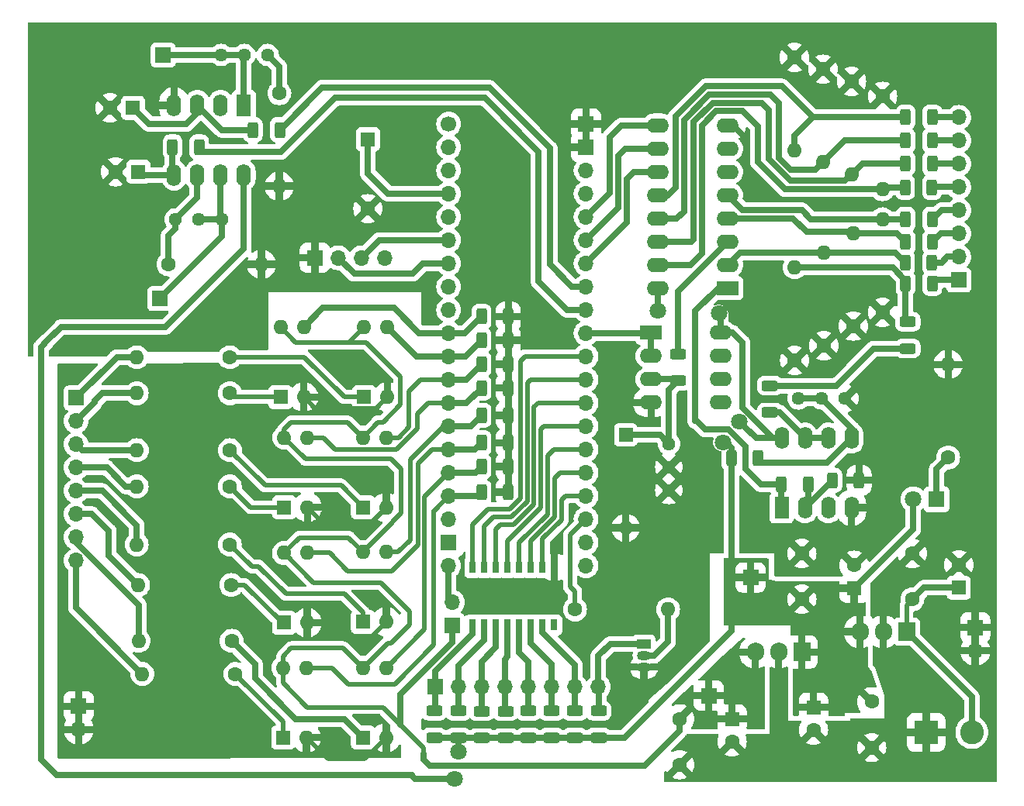
<source format=gbr>
%TF.GenerationSoftware,KiCad,Pcbnew,7.0.1*%
%TF.CreationDate,2023-11-16T16:19:00-03:00*%
%TF.ProjectId,InstVirt,496e7374-5669-4727-942e-6b696361645f,rev?*%
%TF.SameCoordinates,Original*%
%TF.FileFunction,Copper,L2,Bot*%
%TF.FilePolarity,Positive*%
%FSLAX46Y46*%
G04 Gerber Fmt 4.6, Leading zero omitted, Abs format (unit mm)*
G04 Created by KiCad (PCBNEW 7.0.1) date 2023-11-16 16:19:00*
%MOMM*%
%LPD*%
G01*
G04 APERTURE LIST*
G04 Aperture macros list*
%AMRoundRect*
0 Rectangle with rounded corners*
0 $1 Rounding radius*
0 $2 $3 $4 $5 $6 $7 $8 $9 X,Y pos of 4 corners*
0 Add a 4 corners polygon primitive as box body*
4,1,4,$2,$3,$4,$5,$6,$7,$8,$9,$2,$3,0*
0 Add four circle primitives for the rounded corners*
1,1,$1+$1,$2,$3*
1,1,$1+$1,$4,$5*
1,1,$1+$1,$6,$7*
1,1,$1+$1,$8,$9*
0 Add four rect primitives between the rounded corners*
20,1,$1+$1,$2,$3,$4,$5,0*
20,1,$1+$1,$4,$5,$6,$7,0*
20,1,$1+$1,$6,$7,$8,$9,0*
20,1,$1+$1,$8,$9,$2,$3,0*%
G04 Aperture macros list end*
%TA.AperFunction,ComponentPad*%
%ADD10R,1.700000X1.700000*%
%TD*%
%TA.AperFunction,ComponentPad*%
%ADD11O,1.700000X1.700000*%
%TD*%
%TA.AperFunction,ComponentPad*%
%ADD12C,1.600000*%
%TD*%
%TA.AperFunction,ComponentPad*%
%ADD13O,1.600000X1.600000*%
%TD*%
%TA.AperFunction,ComponentPad*%
%ADD14R,2.600000X2.600000*%
%TD*%
%TA.AperFunction,ComponentPad*%
%ADD15C,2.600000*%
%TD*%
%TA.AperFunction,ComponentPad*%
%ADD16R,1.800000X1.800000*%
%TD*%
%TA.AperFunction,ComponentPad*%
%ADD17C,1.800000*%
%TD*%
%TA.AperFunction,ComponentPad*%
%ADD18R,1.905000X2.000000*%
%TD*%
%TA.AperFunction,ComponentPad*%
%ADD19O,1.905000X2.000000*%
%TD*%
%TA.AperFunction,ComponentPad*%
%ADD20R,1.600000X1.600000*%
%TD*%
%TA.AperFunction,ComponentPad*%
%ADD21R,1.500000X1.500000*%
%TD*%
%TA.AperFunction,ComponentPad*%
%ADD22O,1.500000X1.500000*%
%TD*%
%TA.AperFunction,ComponentPad*%
%ADD23C,1.700000*%
%TD*%
%TA.AperFunction,ComponentPad*%
%ADD24C,1.440000*%
%TD*%
%TA.AperFunction,ComponentPad*%
%ADD25R,1.500000X1.050000*%
%TD*%
%TA.AperFunction,ComponentPad*%
%ADD26O,1.500000X1.050000*%
%TD*%
%TA.AperFunction,ComponentPad*%
%ADD27R,1.600000X2.400000*%
%TD*%
%TA.AperFunction,ComponentPad*%
%ADD28O,1.600000X2.400000*%
%TD*%
%TA.AperFunction,ComponentPad*%
%ADD29R,2.400000X1.600000*%
%TD*%
%TA.AperFunction,ComponentPad*%
%ADD30O,2.400000X1.600000*%
%TD*%
%TA.AperFunction,SMDPad,CuDef*%
%ADD31RoundRect,0.250000X-0.625000X0.312500X-0.625000X-0.312500X0.625000X-0.312500X0.625000X0.312500X0*%
%TD*%
%TA.AperFunction,SMDPad,CuDef*%
%ADD32RoundRect,0.250000X-0.312500X-0.625000X0.312500X-0.625000X0.312500X0.625000X-0.312500X0.625000X0*%
%TD*%
%TA.AperFunction,SMDPad,CuDef*%
%ADD33RoundRect,0.250000X0.312500X0.625000X-0.312500X0.625000X-0.312500X-0.625000X0.312500X-0.625000X0*%
%TD*%
%TA.AperFunction,SMDPad,CuDef*%
%ADD34R,0.800000X1.300000*%
%TD*%
%TA.AperFunction,ViaPad*%
%ADD35C,1.800000*%
%TD*%
%TA.AperFunction,Conductor*%
%ADD36C,0.700000*%
%TD*%
%TA.AperFunction,Conductor*%
%ADD37C,0.500000*%
%TD*%
%TA.AperFunction,Conductor*%
%ADD38C,0.550000*%
%TD*%
G04 APERTURE END LIST*
D10*
%TO.P,J13,1,Pin_1*%
%TO.N,GND*%
X280000000Y-80500000D03*
D11*
%TO.P,J13,2,Pin_2*%
X280000000Y-83040000D03*
%TD*%
D12*
%TO.P,R52,1*%
%TO.N,Net-(D2-K)*%
X277046600Y-61927900D03*
D13*
%TO.P,R52,2*%
%TO.N,GND*%
X277046600Y-51767900D03*
%TD*%
D14*
%TO.P,J12,1,Pin_1*%
%TO.N,GND*%
X274633600Y-91950700D03*
D15*
%TO.P,J12,2,Pin_2*%
%TO.N,+12V*%
X279633600Y-91950700D03*
%TD*%
D16*
%TO.P,D2,1,K*%
%TO.N,Net-(D2-K)*%
X275781600Y-66499900D03*
D17*
%TO.P,D2,2,A*%
%TO.N,VCC*%
X273241600Y-66499900D03*
%TD*%
D10*
%TO.P,J11,1,Pin_1*%
%TO.N,+3.3V*%
X250910000Y-87937500D03*
%TD*%
%TO.P,J10,1,Pin_1*%
%TO.N,VCC*%
X255482000Y-75034300D03*
%TD*%
%TO.P,JP1,1,A*%
%TO.N,+3.3V*%
X222945000Y-80297500D03*
D11*
%TO.P,JP1,2,B*%
%TO.N,Net-(J2-Pin_20)*%
X222945000Y-77757500D03*
%TD*%
D12*
%TO.P,C9,1*%
%TO.N,+3.3V*%
X247735000Y-90477500D03*
%TO.P,C9,2*%
%TO.N,GND*%
X247735000Y-95477500D03*
%TD*%
%TO.P,C8,1*%
%TO.N,VCC*%
X268690000Y-88612500D03*
%TO.P,C8,2*%
%TO.N,GND*%
X268690000Y-93612500D03*
%TD*%
%TO.P,C4,1*%
%TO.N,VCC*%
X261070000Y-77412500D03*
%TO.P,C4,2*%
%TO.N,GND*%
X261070000Y-72412500D03*
%TD*%
%TO.P,C3,1*%
%TO.N,+12V*%
X273135000Y-77412500D03*
%TO.P,C3,2*%
%TO.N,GND*%
X273135000Y-72412500D03*
%TD*%
D18*
%TO.P,U15,1,IN*%
%TO.N,VCC*%
X261070000Y-83182500D03*
D19*
%TO.P,U15,2,GND*%
%TO.N,GND*%
X258530000Y-83182500D03*
%TO.P,U15,3,OUT*%
%TO.N,+3.3V*%
X255990000Y-83182500D03*
%TD*%
D18*
%TO.P,U14,1,IN*%
%TO.N,+12V*%
X272500000Y-80952500D03*
D19*
%TO.P,U14,2,GND*%
%TO.N,GND*%
X269960000Y-80952500D03*
%TO.P,U14,3,OUT*%
%TO.N,VCC*%
X267420000Y-80952500D03*
%TD*%
D20*
%TO.P,C10,1*%
%TO.N,+3.3V*%
X253450000Y-90477500D03*
D12*
%TO.P,C10,2*%
%TO.N,GND*%
X253450000Y-92977500D03*
%TD*%
D20*
%TO.P,C7,1*%
%TO.N,VCC*%
X262340000Y-89207500D03*
D12*
%TO.P,C7,2*%
%TO.N,GND*%
X262340000Y-91707500D03*
%TD*%
D20*
%TO.P,C6,1*%
%TO.N,+12V*%
X278215000Y-76142500D03*
D12*
%TO.P,C6,2*%
%TO.N,GND*%
X278215000Y-73642500D03*
%TD*%
D20*
%TO.P,C5,1*%
%TO.N,VCC*%
X266785000Y-76207387D03*
D12*
%TO.P,C5,2*%
%TO.N,GND*%
X266785000Y-73707387D03*
%TD*%
D10*
%TO.P,J9,1,Pin_1*%
%TO.N,GND2*%
X182145000Y-89102500D03*
D11*
%TO.P,J9,2,Pin_2*%
X182145000Y-91642500D03*
%TD*%
D10*
%TO.P,J8,1,Pin_1*%
%TO.N,Net-(J8-Pin_1)*%
X190995000Y-44577500D03*
%TD*%
%TO.P,J7,1,Pin_1*%
%TO.N,Net-(J7-Pin_1)*%
X191370000Y-17952500D03*
%TD*%
D20*
%TO.P,BZ1,1,-*%
%TO.N,B15 *%
X213720000Y-27152500D03*
D12*
%TO.P,BZ1,2,+*%
%TO.N,GND*%
X213720000Y-34752500D03*
%TD*%
%TO.P,R50,1*%
%TO.N,Net-(U13A--)*%
X204045000Y-22127500D03*
D13*
%TO.P,R50,2*%
%TO.N,GND*%
X204045000Y-32287500D03*
%TD*%
D10*
%TO.P,J5,1,Pin_1*%
%TO.N,E8*%
X181870000Y-55417500D03*
D11*
%TO.P,J5,2,Pin_2*%
%TO.N,E7*%
X181870000Y-57957500D03*
%TO.P,J5,3,Pin_3*%
%TO.N,E6*%
X181870000Y-60497500D03*
%TO.P,J5,4,Pin_4*%
%TO.N,E5*%
X181870000Y-63037500D03*
%TO.P,J5,5,Pin_5*%
%TO.N,E4*%
X181870000Y-65577500D03*
%TO.P,J5,6,Pin_6*%
%TO.N,E3*%
X181870000Y-68117500D03*
%TO.P,J5,7,Pin_7*%
%TO.N,E2*%
X181870000Y-70657500D03*
%TO.P,J5,8,Pin_8*%
%TO.N,E1*%
X181870000Y-73197500D03*
%TD*%
D12*
%TO.P,R12,1*%
%TO.N,GND*%
X266495000Y-20842500D03*
D13*
%TO.P,R12,2*%
%TO.N,Net-(U1-X1)*%
X266495000Y-31002500D03*
%TD*%
D10*
%TO.P,J3,1,Pin_1*%
%TO.N,Net-(J3-Pin_1)*%
X278195000Y-42537500D03*
D11*
%TO.P,J3,2,Pin_2*%
%TO.N,Net-(J3-Pin_2)*%
X278195000Y-39997500D03*
%TO.P,J3,3,Pin_3*%
%TO.N,Net-(J3-Pin_3)*%
X278195000Y-37457500D03*
%TO.P,J3,4,Pin_4*%
%TO.N,Net-(J3-Pin_4)*%
X278195000Y-34917500D03*
%TO.P,J3,5,Pin_5*%
%TO.N,Net-(J3-Pin_5)*%
X278195000Y-32377500D03*
%TO.P,J3,6,Pin_6*%
%TO.N,Net-(J3-Pin_6)*%
X278195000Y-29837500D03*
%TO.P,J3,7,Pin_7*%
%TO.N,Net-(J3-Pin_7)*%
X278195000Y-27297500D03*
%TO.P,J3,8,Pin_8*%
%TO.N,Net-(J3-Pin_8)*%
X278195000Y-24757500D03*
%TD*%
D21*
%TO.P,D1,1,K*%
%TO.N,Net-(D1-K)*%
X241845000Y-59452500D03*
D22*
%TO.P,D1,2,A*%
%TO.N,GND*%
X241845000Y-69612500D03*
%TD*%
D10*
%TO.P,J4,1,Pin_1*%
%TO.N,SD1*%
X221080000Y-86977500D03*
D11*
%TO.P,J4,2,Pin_2*%
%TO.N,SD2*%
X223620000Y-86977500D03*
%TO.P,J4,3,Pin_3*%
%TO.N,SD3*%
X226160000Y-86977500D03*
%TO.P,J4,4,Pin_4*%
%TO.N,SD4*%
X228700000Y-86977500D03*
%TO.P,J4,5,Pin_5*%
%TO.N,SD5*%
X231240000Y-86977500D03*
%TO.P,J4,6,Pin_6*%
%TO.N,SD6*%
X233780000Y-86977500D03*
%TO.P,J4,7,Pin_7*%
%TO.N,SD7*%
X236320000Y-86977500D03*
%TO.P,J4,8,Pin_8*%
%TO.N,SD8*%
X238860000Y-86977500D03*
%TD*%
D12*
%TO.P,R8,1*%
%TO.N,GND*%
X269870000Y-46062500D03*
D13*
%TO.P,R8,2*%
%TO.N,Net-(U1-X5)*%
X269870000Y-35902500D03*
%TD*%
D20*
%TO.P,U3,1*%
%TO.N,Net-(R25-Pad1)*%
X204470000Y-92522500D03*
D13*
%TO.P,U3,2*%
%TO.N,GND2*%
X207010000Y-92522500D03*
%TO.P,U3,3*%
%TO.N,B9ID1*%
X207010000Y-84902500D03*
%TO.P,U3,4*%
%TO.N,+3.3V*%
X204470000Y-84902500D03*
%TD*%
D12*
%TO.P,R25,1*%
%TO.N,Net-(R25-Pad1)*%
X199250000Y-85577500D03*
D13*
%TO.P,R25,2*%
%TO.N,E1*%
X189090000Y-85577500D03*
%TD*%
D10*
%TO.P,J1,1,Pin_1*%
%TO.N,GND*%
X237520000Y-25477500D03*
%TO.P,J1,2,Pin_2*%
X237520000Y-28017500D03*
D11*
%TO.P,J1,3,Pin_3*%
%TO.N,unconnected-(J1-Pin_3-Pad3)*%
X237520000Y-30557500D03*
%TO.P,J1,4,Pin_4*%
%TO.N,unconnected-(J1-Pin_4-Pad4)*%
X237520000Y-33097500D03*
%TO.P,J1,5,Pin_5*%
%TO.N,B11MUXC*%
X237520000Y-35637500D03*
%TO.P,J1,6,Pin_6*%
%TO.N,B10MUXB*%
X237520000Y-38177500D03*
%TO.P,J1,7,Pin_7*%
%TO.N,B1MUXA*%
X237520000Y-40717500D03*
%TO.P,J1,8,Pin_8*%
%TO.N,B0OPWM2*%
X237520000Y-43257500D03*
%TO.P,J1,9,Pin_9*%
%TO.N,A7OPWM1*%
X237520000Y-45797500D03*
%TO.P,J1,10,Pin_10*%
%TO.N,A6ADC1_IN6*%
X237520000Y-48337500D03*
%TO.P,J1,11,Pin_11*%
%TO.N,A5O8*%
X237520000Y-50877500D03*
%TO.P,J1,12,Pin_12*%
%TO.N,A4O7*%
X237520000Y-53417500D03*
%TO.P,J1,13,Pin_13*%
%TO.N,A3O6*%
X237520000Y-55957500D03*
%TO.P,J1,14,Pin_14*%
%TO.N,A2O5*%
X237520000Y-58497500D03*
%TO.P,J1,15,Pin_15*%
%TO.N,A1O4*%
X237520000Y-61037500D03*
%TO.P,J1,16,Pin_16*%
%TO.N,A0O3*%
X237520000Y-63577500D03*
%TO.P,J1,17,Pin_17*%
%TO.N,C15O2*%
X237520000Y-66117500D03*
%TO.P,J1,18,Pin_18*%
%TO.N,C14O1*%
X237520000Y-68657500D03*
%TO.P,J1,19,Pin_19*%
%TO.N,unconnected-(J1-Pin_19-Pad19)*%
X237520000Y-71197500D03*
%TO.P,J1,20,Pin_20*%
%TO.N,unconnected-(J1-Pin_20-Pad20)*%
X237520000Y-73737500D03*
%TD*%
D12*
%TO.P,R36,1*%
%TO.N,Net-(R36-Pad1)*%
X198655000Y-61127500D03*
D13*
%TO.P,R36,2*%
%TO.N,E6*%
X188495000Y-61127500D03*
%TD*%
%TO.P,U7,4*%
%TO.N,+3.3V*%
X204580000Y-59752500D03*
%TO.P,U7,3*%
%TO.N,B5ID5*%
X207120000Y-59752500D03*
%TO.P,U7,2*%
%TO.N,GND2*%
X207120000Y-67372500D03*
D20*
%TO.P,U7,1*%
%TO.N,Net-(R34-Pad1)*%
X204580000Y-67372500D03*
%TD*%
D23*
%TO.P,J2,1,Pin_1*%
%TO.N,B12EN*%
X222520000Y-25482500D03*
D11*
%TO.P,J2,2,Pin_2*%
%TO.N,B13 *%
X222520000Y-28022500D03*
%TO.P,J2,3,Pin_3*%
%TO.N,B14 *%
X222520000Y-30562500D03*
%TO.P,J2,4,Pin_4*%
%TO.N,B15 *%
X222520000Y-33102500D03*
%TO.P,J2,5,Pin_5*%
%TO.N,A8RS_MODE*%
X222520000Y-35642500D03*
%TO.P,J2,6,Pin_6*%
%TO.N,A9TX*%
X222520000Y-38182500D03*
%TO.P,J2,7,Pin_7*%
%TO.N,A10RX*%
X222520000Y-40722500D03*
%TO.P,J2,8,Pin_8*%
%TO.N,A11*%
X222520000Y-43262500D03*
%TO.P,J2,9,Pin_9*%
%TO.N,A12*%
X222520000Y-45802500D03*
%TO.P,J2,10,Pin_10*%
%TO.N,A15ID8*%
X222520000Y-48342500D03*
%TO.P,J2,11,Pin_11*%
%TO.N,B3ID7*%
X222520000Y-50882500D03*
%TO.P,J2,12,Pin_12*%
%TO.N,B4ID6*%
X222520000Y-53422500D03*
%TO.P,J2,13,Pin_13*%
%TO.N,B5ID5*%
X222520000Y-55962500D03*
%TO.P,J2,14,Pin_14*%
%TO.N,B6ID4*%
X222520000Y-58502500D03*
%TO.P,J2,15,Pin_15*%
%TO.N,B7ID3*%
X222520000Y-61042500D03*
%TO.P,J2,16,Pin_16*%
%TO.N,B8ID2*%
X222520000Y-63582500D03*
%TO.P,J2,17,Pin_17*%
%TO.N,B9ID1*%
X222520000Y-66122500D03*
%TO.P,J2,18,Pin_18*%
%TO.N,unconnected-(J2-Pin_18-Pad18)*%
X222520000Y-68662500D03*
D10*
%TO.P,J2,19,Pin_19*%
%TO.N,GND*%
X222520000Y-71202500D03*
D11*
%TO.P,J2,20,Pin_20*%
%TO.N,Net-(J2-Pin_20)*%
X222520000Y-73742500D03*
%TD*%
D24*
%TO.P,RV1,1,1*%
%TO.N,Net-(D1-K)*%
X246570000Y-60427500D03*
%TO.P,RV1,2,2*%
%TO.N,GND*%
X246570000Y-62967500D03*
%TO.P,RV1,3,3*%
X246570000Y-65507500D03*
%TD*%
%TO.P,RV2,1,1*%
%TO.N,Net-(U12B-+)*%
X260701250Y-55477500D03*
%TO.P,RV2,2,2*%
X263241250Y-55477500D03*
%TO.P,RV2,3,3*%
%TO.N,GND*%
X265781250Y-55477500D03*
%TD*%
D12*
%TO.P,R14,1*%
%TO.N,GND*%
X263382500Y-19522500D03*
D13*
%TO.P,R14,2*%
%TO.N,Net-(U1-X0)*%
X263382500Y-29682500D03*
%TD*%
D12*
%TO.P,R2,1*%
%TO.N,GND*%
X260295000Y-51312500D03*
D13*
%TO.P,R2,2*%
%TO.N,ADAPT*%
X260295000Y-41152500D03*
%TD*%
D12*
%TO.P,R34,1*%
%TO.N,Net-(R34-Pad1)*%
X198645000Y-65077500D03*
D13*
%TO.P,R34,2*%
%TO.N,E5*%
X188485000Y-65077500D03*
%TD*%
%TO.P,R38,2*%
%TO.N,E8*%
X188485000Y-50977500D03*
D12*
%TO.P,R38,1*%
%TO.N,Net-(R38-Pad1)*%
X198645000Y-50977500D03*
%TD*%
D24*
%TO.P,RV3,1,1*%
%TO.N,Net-(J7-Pin_1)*%
X197695000Y-17957500D03*
%TO.P,RV3,2,2*%
X200235000Y-17957500D03*
%TO.P,RV3,3,3*%
%TO.N,Net-(U13A--)*%
X202775000Y-17957500D03*
%TD*%
D13*
%TO.P,U6,4*%
%TO.N,+3.3V*%
X213170000Y-72257500D03*
%TO.P,U6,3*%
%TO.N,B6ID4*%
X215710000Y-72257500D03*
%TO.P,U6,2*%
%TO.N,GND2*%
X215710000Y-79877500D03*
D20*
%TO.P,U6,1*%
%TO.N,Net-(R32-Pad1)*%
X213170000Y-79877500D03*
%TD*%
D25*
%TO.P,Q4,1,C*%
%TO.N,SD8*%
X243845000Y-82282500D03*
D26*
%TO.P,Q4,2,B*%
%TO.N,Net-(Q4-B)*%
X243845000Y-83552500D03*
%TO.P,Q4,3,E*%
%TO.N,GND*%
X243845000Y-84822500D03*
%TD*%
D12*
%TO.P,R32,1*%
%TO.N,Net-(R32-Pad1)*%
X198640000Y-71427500D03*
D13*
%TO.P,R32,2*%
%TO.N,E4*%
X188480000Y-71427500D03*
%TD*%
%TO.P,U5,4*%
%TO.N,+3.3V*%
X204545000Y-72357500D03*
%TO.P,U5,3*%
%TO.N,B7ID3*%
X207085000Y-72357500D03*
%TO.P,U5,2*%
%TO.N,GND2*%
X207085000Y-79977500D03*
D20*
%TO.P,U5,1*%
%TO.N,Net-(R28-Pad1)*%
X204545000Y-79977500D03*
%TD*%
%TO.P,C1,1*%
%TO.N,Net-(U13A-+)*%
X188070000Y-23732500D03*
D12*
%TO.P,C1,2*%
%TO.N,GND*%
X185570000Y-23732500D03*
%TD*%
%TO.P,R51,1*%
%TO.N,Net-(U13B--)*%
X191940000Y-40827500D03*
D13*
%TO.P,R51,2*%
%TO.N,GND*%
X202100000Y-40827500D03*
%TD*%
D20*
%TO.P,U9,1*%
%TO.N,Net-(R38-Pad1)*%
X213295000Y-55327500D03*
D13*
%TO.P,U9,2*%
%TO.N,GND2*%
X215835000Y-55327500D03*
%TO.P,U9,3*%
%TO.N,B3ID7*%
X215835000Y-47707500D03*
%TO.P,U9,4*%
%TO.N,+3.3V*%
X213295000Y-47707500D03*
%TD*%
D12*
%TO.P,R28,1*%
%TO.N,Net-(R28-Pad1)*%
X198795000Y-75852500D03*
D13*
%TO.P,R28,2*%
%TO.N,E3*%
X188635000Y-75852500D03*
%TD*%
D12*
%TO.P,R26,1*%
%TO.N,Net-(R26-Pad1)*%
X198845000Y-81952500D03*
D13*
%TO.P,R26,2*%
%TO.N,E2*%
X188685000Y-81952500D03*
%TD*%
D12*
%TO.P,R6,1*%
%TO.N,GND*%
X266695000Y-47562500D03*
D13*
%TO.P,R6,2*%
%TO.N,Net-(U1-X7)*%
X266695000Y-37402500D03*
%TD*%
%TO.P,U10,4*%
%TO.N,+3.3V*%
X204170000Y-47707500D03*
%TO.P,U10,3*%
%TO.N,A15ID8*%
X206710000Y-47707500D03*
%TO.P,U10,2*%
%TO.N,GND2*%
X206710000Y-55327500D03*
D20*
%TO.P,U10,1*%
%TO.N,Net-(R40-Pad1)*%
X204170000Y-55327500D03*
%TD*%
D27*
%TO.P,U13,1*%
%TO.N,Net-(J7-Pin_1)*%
X200170000Y-23457500D03*
D28*
%TO.P,U13,2,-*%
%TO.N,Net-(U13A--)*%
X197630000Y-23457500D03*
%TO.P,U13,3,+*%
%TO.N,Net-(U13A-+)*%
X195090000Y-23457500D03*
%TO.P,U13,4,V-*%
%TO.N,GND*%
X192550000Y-23457500D03*
%TO.P,U13,5,+*%
%TO.N,Net-(U13B-+)*%
X192550000Y-31077500D03*
%TO.P,U13,6,-*%
%TO.N,Net-(U13B--)*%
X195090000Y-31077500D03*
%TO.P,U13,7*%
%TO.N,Net-(J8-Pin_1)*%
X197630000Y-31077500D03*
%TO.P,U13,8,V+*%
%TO.N,VCC*%
X200170000Y-31077500D03*
%TD*%
D12*
%TO.P,R43,1*%
%TO.N,GND*%
X260270000Y-18222500D03*
D13*
%TO.P,R43,2*%
%TO.N,Net-(U1-X3)*%
X260270000Y-28382500D03*
%TD*%
D20*
%TO.P,U4,1*%
%TO.N,Net-(R26-Pad1)*%
X213170000Y-92527500D03*
D13*
%TO.P,U4,2*%
%TO.N,GND2*%
X215710000Y-92527500D03*
%TO.P,U4,3*%
%TO.N,B8ID2*%
X215710000Y-84907500D03*
%TO.P,U4,4*%
%TO.N,+3.3V*%
X213170000Y-84907500D03*
%TD*%
D12*
%TO.P,R10,1*%
%TO.N,GND*%
X269882500Y-22472500D03*
D13*
%TO.P,R10,2*%
%TO.N,Net-(U1-X2)*%
X269882500Y-32632500D03*
%TD*%
D20*
%TO.P,C2,1*%
%TO.N,Net-(U13B-+)*%
X188670000Y-30707500D03*
D12*
%TO.P,C2,2*%
%TO.N,GND*%
X186170000Y-30707500D03*
%TD*%
%TO.P,R4,1*%
%TO.N,GND*%
X263470000Y-49707500D03*
D13*
%TO.P,R4,2*%
%TO.N,Net-(U1-X6)*%
X263470000Y-39547500D03*
%TD*%
D12*
%TO.P,R29,1*%
%TO.N,C14O1*%
X236320000Y-78527500D03*
D13*
%TO.P,R29,2*%
%TO.N,Net-(Q4-B)*%
X246480000Y-78527500D03*
%TD*%
%TO.P,R40,2*%
%TO.N,E7*%
X188485000Y-54902500D03*
D12*
%TO.P,R40,1*%
%TO.N,Net-(R40-Pad1)*%
X198645000Y-54902500D03*
%TD*%
D10*
%TO.P,J6,1,Pin_1*%
%TO.N,GND*%
X207930000Y-40102500D03*
D11*
%TO.P,J6,2,Pin_2*%
%TO.N,A10RX*%
X210470000Y-40102500D03*
%TO.P,J6,3,Pin_3*%
%TO.N,A9TX*%
X213010000Y-40102500D03*
%TO.P,J6,4,Pin_4*%
%TO.N,unconnected-(J6-Pin_4-Pad4)*%
X215550000Y-40102500D03*
%TD*%
D29*
%TO.P,U11,1*%
%TO.N,A6ADC1_IN6*%
X244620000Y-48302500D03*
D30*
%TO.P,U11,2,-*%
X244620000Y-50842500D03*
%TO.P,U11,3,+*%
%TO.N,Net-(D1-K)*%
X244620000Y-53382500D03*
%TO.P,U11,4,V-*%
%TO.N,GND*%
X244620000Y-55922500D03*
%TO.P,U11,5*%
%TO.N,N/C*%
X252240000Y-55922500D03*
%TO.P,U11,6*%
X252240000Y-53382500D03*
%TO.P,U11,7*%
X252240000Y-50842500D03*
%TO.P,U11,8,V+*%
%TO.N,VCC*%
X252240000Y-48302500D03*
%TD*%
D24*
%TO.P,RV4,1,1*%
%TO.N,Net-(J8-Pin_1)*%
X197795000Y-35907500D03*
%TO.P,RV4,2,2*%
X195255000Y-35907500D03*
%TO.P,RV4,3,3*%
%TO.N,Net-(U13B--)*%
X192715000Y-35907500D03*
%TD*%
D29*
%TO.P,U1,1,X4*%
%TO.N,SALID*%
X252970000Y-43427500D03*
D30*
%TO.P,U1,2,X6*%
%TO.N,Net-(U1-X6)*%
X252970000Y-40887500D03*
%TO.P,U1,3,X*%
%TO.N,Net-(U1-X)*%
X252970000Y-38347500D03*
%TO.P,U1,4,X7*%
%TO.N,Net-(U1-X7)*%
X252970000Y-35807500D03*
%TO.P,U1,5,X5*%
%TO.N,Net-(U1-X5)*%
X252970000Y-33267500D03*
%TO.P,U1,6,Inh*%
%TO.N,B12EN*%
X252970000Y-30727500D03*
%TO.P,U1,7,VEE*%
%TO.N,unconnected-(U1-VEE-Pad7)*%
X252970000Y-28187500D03*
%TO.P,U1,8,VSS*%
%TO.N,GND*%
X252970000Y-25647500D03*
%TO.P,U1,9,C*%
%TO.N,B11MUXC*%
X245350000Y-25647500D03*
%TO.P,U1,10,B*%
%TO.N,B10MUXB*%
X245350000Y-28187500D03*
%TO.P,U1,11,A*%
%TO.N,B1MUXA*%
X245350000Y-30727500D03*
%TO.P,U1,12,X3*%
%TO.N,Net-(U1-X3)*%
X245350000Y-33267500D03*
%TO.P,U1,13,X0*%
%TO.N,Net-(U1-X0)*%
X245350000Y-35807500D03*
%TO.P,U1,14,X1*%
%TO.N,Net-(U1-X1)*%
X245350000Y-38347500D03*
%TO.P,U1,15,X2*%
%TO.N,Net-(U1-X2)*%
X245350000Y-40887500D03*
%TO.P,U1,16,VDD*%
%TO.N,VCC*%
X245350000Y-43427500D03*
%TD*%
D27*
%TO.P,U12,1*%
%TO.N,SALID*%
X258881250Y-67422500D03*
D28*
%TO.P,U12,2,-*%
%TO.N,Net-(U12A--)*%
X261421250Y-67422500D03*
%TO.P,U12,3,+*%
%TO.N,Net-(U12A-+)*%
X263961250Y-67422500D03*
%TO.P,U12,4,V-*%
%TO.N,GND*%
X266501250Y-67422500D03*
%TO.P,U12,5,+*%
%TO.N,Net-(U12B-+)*%
X266501250Y-59802500D03*
%TO.P,U12,6,-*%
%TO.N,Net-(U12B--)*%
X263961250Y-59802500D03*
%TO.P,U12,7*%
X261421250Y-59802500D03*
%TO.P,U12,8,V+*%
%TO.N,VCC*%
X258881250Y-59802500D03*
%TD*%
D20*
%TO.P,U8,1*%
%TO.N,Net-(R36-Pad1)*%
X213170000Y-67377500D03*
D13*
%TO.P,U8,2*%
%TO.N,GND2*%
X215710000Y-67377500D03*
%TO.P,U8,3*%
%TO.N,B4ID6*%
X215710000Y-59757500D03*
%TO.P,U8,4*%
%TO.N,+3.3V*%
X213170000Y-59757500D03*
%TD*%
D31*
%TO.P,R17,1*%
%TO.N,SD1*%
X220935000Y-89590000D03*
%TO.P,R17,2*%
%TO.N,VCC*%
X220935000Y-92515000D03*
%TD*%
D32*
%TO.P,R39,1*%
%TO.N,B3ID7*%
X226120000Y-49127500D03*
%TO.P,R39,2*%
%TO.N,GND*%
X229045000Y-49127500D03*
%TD*%
%TO.P,R47,1*%
%TO.N,SALID*%
X258826250Y-64840000D03*
%TO.P,R47,2*%
%TO.N,Net-(U12A--)*%
X261751250Y-64840000D03*
%TD*%
D33*
%TO.P,R7,1*%
%TO.N,Net-(J3-Pin_4)*%
X275320000Y-35902500D03*
%TO.P,R7,2*%
%TO.N,Net-(U1-X5)*%
X272395000Y-35902500D03*
%TD*%
D31*
%TO.P,R22,1*%
%TO.N,SD7*%
X236310000Y-89615000D03*
%TO.P,R22,2*%
%TO.N,VCC*%
X236310000Y-92540000D03*
%TD*%
%TO.P,R42,1*%
%TO.N,Net-(U1-X)*%
X247570000Y-50615000D03*
%TO.P,R42,2*%
%TO.N,Net-(D1-K)*%
X247570000Y-53540000D03*
%TD*%
D32*
%TO.P,R31,1*%
%TO.N,B7ID3*%
X226120000Y-60327500D03*
%TO.P,R31,2*%
%TO.N,GND*%
X229045000Y-60327500D03*
%TD*%
D33*
%TO.P,R11,1*%
%TO.N,Net-(J3-Pin_6)*%
X275307500Y-29807500D03*
%TO.P,R11,2*%
%TO.N,Net-(U1-X1)*%
X272382500Y-29807500D03*
%TD*%
D32*
%TO.P,R24,1*%
%TO.N,B9ID1*%
X226120000Y-65727500D03*
%TO.P,R24,2*%
%TO.N,GND*%
X229045000Y-65727500D03*
%TD*%
D31*
%TO.P,R45,1*%
%TO.N,Net-(U12A-+)*%
X257588750Y-54077500D03*
%TO.P,R45,2*%
%TO.N,Net-(U12B--)*%
X257588750Y-57002500D03*
%TD*%
D33*
%TO.P,R3,1*%
%TO.N,Net-(J3-Pin_2)*%
X275282500Y-40652500D03*
%TO.P,R3,2*%
%TO.N,Net-(U1-X6)*%
X272357500Y-40652500D03*
%TD*%
D31*
%TO.P,R21,1*%
%TO.N,SD2*%
X223585000Y-89602500D03*
%TO.P,R21,2*%
%TO.N,VCC*%
X223585000Y-92527500D03*
%TD*%
D32*
%TO.P,R48,1*%
%TO.N,Net-(U13A-+)*%
X201157500Y-26132500D03*
%TO.P,R48,2*%
%TO.N,B0OPWM2*%
X204082500Y-26132500D03*
%TD*%
%TO.P,R46,1*%
%TO.N,Net-(U12A--)*%
X264401250Y-64415000D03*
%TO.P,R46,2*%
%TO.N,GND*%
X267326250Y-64415000D03*
%TD*%
D31*
%TO.P,R23,1*%
%TO.N,SD3*%
X226160000Y-89640000D03*
%TO.P,R23,2*%
%TO.N,VCC*%
X226160000Y-92565000D03*
%TD*%
D33*
%TO.P,R5,1*%
%TO.N,Net-(J3-Pin_3)*%
X275320000Y-38402500D03*
%TO.P,R5,2*%
%TO.N,Net-(U1-X7)*%
X272395000Y-38402500D03*
%TD*%
D34*
%TO.P,U2,1,I1*%
%TO.N,A5O8*%
X225150000Y-73927500D03*
%TO.P,U2,2,I2*%
%TO.N,A4O7*%
X226430000Y-73927500D03*
%TO.P,U2,3,I3*%
%TO.N,A3O6*%
X227690000Y-73927500D03*
%TO.P,U2,4,I4*%
%TO.N,A2O5*%
X228960000Y-73927500D03*
%TO.P,U2,5,I5*%
%TO.N,A1O4*%
X230240000Y-73927500D03*
%TO.P,U2,6,I6*%
%TO.N,A0O3*%
X231510000Y-73927500D03*
%TO.P,U2,7,I7*%
%TO.N,C15O2*%
X232770000Y-73927500D03*
%TO.P,U2,8,GND*%
%TO.N,GND*%
X234050000Y-73927500D03*
%TO.P,U2,9,COM*%
%TO.N,unconnected-(U2-COM-Pad9)*%
X234050000Y-80227500D03*
%TO.P,U2,10,O7*%
%TO.N,SD7*%
X232770000Y-80227500D03*
%TO.P,U2,11,O6*%
%TO.N,SD6*%
X231510000Y-80227500D03*
%TO.P,U2,12,O5*%
%TO.N,SD5*%
X230240000Y-80227500D03*
%TO.P,U2,13,O4*%
%TO.N,SD4*%
X228960000Y-80227500D03*
%TO.P,U2,14,O3*%
%TO.N,SD3*%
X227690000Y-80227500D03*
%TO.P,U2,15,O2*%
%TO.N,SD2*%
X226430000Y-80227500D03*
%TO.P,U2,16,O1*%
%TO.N,SD1*%
X225150000Y-80227500D03*
%TD*%
D32*
%TO.P,R37,1*%
%TO.N,B4ID6*%
X226120000Y-51727500D03*
%TO.P,R37,2*%
%TO.N,GND*%
X229045000Y-51727500D03*
%TD*%
%TO.P,R15,1*%
%TO.N,VCC*%
X253382500Y-62027500D03*
%TO.P,R15,2*%
%TO.N,Net-(U12B-+)*%
X256307500Y-62027500D03*
%TD*%
D33*
%TO.P,R1,1*%
%TO.N,Net-(J3-Pin_1)*%
X275307500Y-42902500D03*
%TO.P,R1,2*%
%TO.N,ADAPT*%
X272382500Y-42902500D03*
%TD*%
D32*
%TO.P,R33,1*%
%TO.N,B6ID4*%
X226120000Y-57327500D03*
%TO.P,R33,2*%
%TO.N,GND*%
X229045000Y-57327500D03*
%TD*%
D31*
%TO.P,R30,1*%
%TO.N,SD8*%
X238885000Y-89590000D03*
%TO.P,R30,2*%
%TO.N,VCC*%
X238885000Y-92515000D03*
%TD*%
D32*
%TO.P,R27,1*%
%TO.N,B8ID2*%
X226120000Y-62927500D03*
%TO.P,R27,2*%
%TO.N,GND*%
X229045000Y-62927500D03*
%TD*%
%TO.P,R41,1*%
%TO.N,A15ID8*%
X226120000Y-46527500D03*
%TO.P,R41,2*%
%TO.N,GND*%
X229045000Y-46527500D03*
%TD*%
%TO.P,R49,1*%
%TO.N,Net-(U13B-+)*%
X192382500Y-28007500D03*
%TO.P,R49,2*%
%TO.N,A7OPWM1*%
X195307500Y-28007500D03*
%TD*%
D31*
%TO.P,R19,1*%
%TO.N,SD6*%
X233760000Y-89615000D03*
%TO.P,R19,2*%
%TO.N,VCC*%
X233760000Y-92540000D03*
%TD*%
D32*
%TO.P,R35,1*%
%TO.N,B5ID5*%
X226120000Y-54327500D03*
%TO.P,R35,2*%
%TO.N,GND*%
X229045000Y-54327500D03*
%TD*%
D31*
%TO.P,R18,1*%
%TO.N,SD4*%
X228735000Y-89640000D03*
%TO.P,R18,2*%
%TO.N,VCC*%
X228735000Y-92565000D03*
%TD*%
D33*
%TO.P,R16,1*%
%TO.N,Net-(J3-Pin_8)*%
X275320000Y-24757500D03*
%TO.P,R16,2*%
%TO.N,Net-(U1-X3)*%
X272395000Y-24757500D03*
%TD*%
D31*
%TO.P,R44,1*%
%TO.N,ADAPT*%
X272645000Y-47090000D03*
%TO.P,R44,2*%
%TO.N,Net-(U12A-+)*%
X272645000Y-50015000D03*
%TD*%
D33*
%TO.P,R9,1*%
%TO.N,Net-(J3-Pin_5)*%
X275282500Y-32407500D03*
%TO.P,R9,2*%
%TO.N,Net-(U1-X2)*%
X272357500Y-32407500D03*
%TD*%
D31*
%TO.P,R20,1*%
%TO.N,SD5*%
X231235000Y-89615000D03*
%TO.P,R20,2*%
%TO.N,VCC*%
X231235000Y-92540000D03*
%TD*%
D33*
%TO.P,R13,1*%
%TO.N,Net-(J3-Pin_7)*%
X275307500Y-27307500D03*
%TO.P,R13,2*%
%TO.N,Net-(U1-X0)*%
X272382500Y-27307500D03*
%TD*%
D35*
%TO.N,GND*%
X184570000Y-44902500D03*
X184320000Y-49902500D03*
X181070000Y-44902500D03*
X181070000Y-49902500D03*
X219320000Y-19152500D03*
X219320000Y-24902500D03*
X251570000Y-69152500D03*
X255320000Y-69152500D03*
%TO.N,VCC*%
X254262800Y-57990900D03*
X252434000Y-60327700D03*
X245347400Y-45875100D03*
X252002200Y-46129100D03*
X223579600Y-94108000D03*
X223173200Y-97005300D03*
%TD*%
D36*
%TO.N,VCC*%
X223579600Y-94108000D02*
X223585000Y-94102600D01*
X223585000Y-94102600D02*
X223585000Y-92527500D01*
X223579600Y-93855700D02*
X223585000Y-93850300D01*
X223579600Y-94108000D02*
X223579600Y-93855700D01*
%TO.N,GND*%
X253565000Y-25647500D02*
X254820000Y-26902500D01*
X252970000Y-25647500D02*
X253565000Y-25647500D01*
%TO.N,Net-(U1-X7)*%
X271395000Y-37402500D02*
X272395000Y-38402500D01*
X266695000Y-37402500D02*
X271395000Y-37402500D01*
%TO.N,Net-(U1-X6)*%
X271252500Y-39547500D02*
X272357500Y-40652500D01*
X263470000Y-39547500D02*
X271252500Y-39547500D01*
%TO.N,Net-(U1-X5)*%
X254610000Y-34907500D02*
X252970000Y-33267500D01*
X261075000Y-34907500D02*
X254610000Y-34907500D01*
X262070000Y-35902500D02*
X261075000Y-34907500D01*
X269870000Y-35902500D02*
X262070000Y-35902500D01*
X269870000Y-35902500D02*
X272395000Y-35902500D01*
%TO.N,Net-(J3-Pin_4)*%
X276305000Y-34917500D02*
X275320000Y-35902500D01*
X278195000Y-34917500D02*
X276305000Y-34917500D01*
%TO.N,Net-(J3-Pin_2)*%
X276320000Y-40652500D02*
X275282500Y-40652500D01*
X276975000Y-39997500D02*
X276320000Y-40652500D01*
X278195000Y-39997500D02*
X276975000Y-39997500D01*
%TO.N,Net-(J3-Pin_3)*%
X276265000Y-37457500D02*
X275320000Y-38402500D01*
X278195000Y-37457500D02*
X276265000Y-37457500D01*
%TO.N,GND*%
X252970000Y-25647500D02*
X253815000Y-25647500D01*
%TO.N,VCC*%
X241707500Y-92515000D02*
X238885000Y-92515000D01*
X253382500Y-78017500D02*
X253382500Y-80840000D01*
X253382500Y-80840000D02*
X241707500Y-92515000D01*
%TO.N,Net-(D2-K)*%
X275781600Y-63192900D02*
X277046600Y-61927900D01*
X275781600Y-66499900D02*
X275781600Y-63192900D01*
%TO.N,VCC*%
X273241600Y-69750787D02*
X273241600Y-66499900D01*
X266785000Y-76207387D02*
X273241600Y-69750787D01*
%TO.N,+12V*%
X279633600Y-88086100D02*
X272500000Y-80952500D01*
X279633600Y-91950700D02*
X279633600Y-88086100D01*
%TO.N,VCC*%
X254262800Y-57990900D02*
X254288200Y-58041700D01*
X254339000Y-58041700D02*
X254262800Y-57990900D01*
X254872400Y-58575100D02*
X254339000Y-58041700D01*
X252408600Y-60353100D02*
X252205400Y-60353100D01*
X252434000Y-60327700D02*
X252408600Y-60353100D01*
X252459400Y-60353100D02*
X252434000Y-60327700D01*
X252967400Y-60429300D02*
X252891200Y-60353100D01*
X252891200Y-60353100D02*
X252459400Y-60353100D01*
X253382500Y-61073000D02*
X253382500Y-60844400D01*
X253382500Y-60844400D02*
X252967400Y-60429300D01*
X253382500Y-62027500D02*
X253382500Y-61073000D01*
X256099800Y-59802500D02*
X254872400Y-58575100D01*
X258881250Y-59802500D02*
X256099800Y-59802500D01*
X245350000Y-45877700D02*
X245350000Y-46106300D01*
X245347400Y-45875100D02*
X245350000Y-45877700D01*
X245350000Y-45872500D02*
X245347400Y-45875100D01*
X245350000Y-45750700D02*
X245350000Y-45872500D01*
X252240000Y-46366900D02*
X252002200Y-46129100D01*
X252240000Y-48302500D02*
X252240000Y-46366900D01*
X245350000Y-43427500D02*
X245350000Y-45750700D01*
X223173200Y-97005300D02*
X223173200Y-97030700D01*
X218855200Y-97030700D02*
X223173200Y-97005300D01*
X218601200Y-96776700D02*
X218855200Y-97030700D01*
X218474200Y-96649700D02*
X218601200Y-96776700D01*
X180602800Y-96649700D02*
X218474200Y-96649700D01*
X178037400Y-94947900D02*
X179739200Y-96649700D01*
X178037400Y-49862900D02*
X178037400Y-94947900D01*
X179739200Y-96649700D02*
X180602800Y-96649700D01*
X178748600Y-49151700D02*
X178037400Y-49862900D01*
X180221800Y-47678500D02*
X178748600Y-49151700D01*
X181441000Y-47678500D02*
X180221800Y-47678500D01*
X254570000Y-56502500D02*
X254570000Y-49352500D01*
X200170000Y-31077500D02*
X200170000Y-39109500D01*
X200170000Y-39109500D02*
X191601000Y-47678500D01*
X191601000Y-47678500D02*
X181441000Y-47678500D01*
D37*
%TO.N,B9ID1*%
X220870000Y-82417500D02*
X220870000Y-81587500D01*
X207010000Y-84902500D02*
X209775000Y-84902500D01*
X209775000Y-84902500D02*
X211540000Y-86667500D01*
X220870000Y-81587500D02*
X220870000Y-67702500D01*
X211540000Y-86667500D02*
X216620000Y-86667500D01*
X216620000Y-86667500D02*
X220870000Y-82417500D01*
D36*
%TO.N,+3.3V*%
X217255000Y-87819708D02*
X217255000Y-91112500D01*
X222945000Y-82129708D02*
X217255000Y-87819708D01*
X222945000Y-80297500D02*
X222945000Y-82129708D01*
D37*
X215350000Y-89207500D02*
X217255000Y-91112500D01*
X217255000Y-91112500D02*
X219795000Y-93652500D01*
D36*
%TO.N,Net-(J2-Pin_20)*%
X222520000Y-77332500D02*
X222945000Y-77757500D01*
X222520000Y-73742500D02*
X222520000Y-77332500D01*
%TO.N,+3.3V*%
X243925000Y-95557500D02*
X220430000Y-95557500D01*
X247735000Y-91747500D02*
X243925000Y-95557500D01*
X219795000Y-94922500D02*
X219795000Y-94287500D01*
X247735000Y-90477500D02*
X247735000Y-91747500D01*
X220430000Y-95557500D02*
X219795000Y-94922500D01*
D37*
X219795000Y-93652500D02*
X219795000Y-94287500D01*
X207095000Y-89207500D02*
X215350000Y-89207500D01*
X204470000Y-86582500D02*
X207095000Y-89207500D01*
X204470000Y-84902500D02*
X204470000Y-86582500D01*
D36*
%TO.N,Net-(R26-Pad1)*%
X211120000Y-90477500D02*
X213170000Y-92527500D01*
X205825000Y-90477500D02*
X211120000Y-90477500D01*
X201380000Y-86032500D02*
X205825000Y-90477500D01*
X201380000Y-84487500D02*
X201380000Y-86032500D01*
X198845000Y-81952500D02*
X201380000Y-84487500D01*
%TO.N,VCC*%
X238860000Y-92540000D02*
X238885000Y-92515000D01*
X236310000Y-92540000D02*
X238860000Y-92540000D01*
X233760000Y-92540000D02*
X236310000Y-92540000D01*
X231235000Y-92540000D02*
X233760000Y-92540000D01*
X231210000Y-92565000D02*
X231235000Y-92540000D01*
X228735000Y-92565000D02*
X231210000Y-92565000D01*
X226160000Y-92565000D02*
X228735000Y-92565000D01*
X223585000Y-92527500D02*
X226122500Y-92527500D01*
X226122500Y-92527500D02*
X226160000Y-92565000D01*
X223572500Y-92515000D02*
X223585000Y-92527500D01*
X220935000Y-92515000D02*
X223572500Y-92515000D01*
X253987500Y-77412500D02*
X253382500Y-78017500D01*
D37*
%TO.N,+12V*%
X272500000Y-78047500D02*
X272500000Y-80952500D01*
X273135000Y-77412500D02*
X272500000Y-78047500D01*
D36*
X274405000Y-76142500D02*
X273135000Y-77412500D01*
X278215000Y-76142500D02*
X274405000Y-76142500D01*
D37*
%TO.N,GND2*%
X213360000Y-94877500D02*
X209365000Y-94877500D01*
X209365000Y-94877500D02*
X207010000Y-92522500D01*
X215710000Y-92527500D02*
X213360000Y-94877500D01*
%TO.N,Net-(R25-Pad1)*%
X204470000Y-92522500D02*
X204470000Y-90797500D01*
X204470000Y-90797500D02*
X199250000Y-85577500D01*
%TO.N,B8ID2*%
X219895000Y-80722500D02*
X215710000Y-84907500D01*
X219895000Y-66227500D02*
X219895000Y-80722500D01*
X221300000Y-64822500D02*
X219895000Y-66227500D01*
X222520000Y-63582500D02*
X221300000Y-64802500D01*
X221300000Y-64802500D02*
X221300000Y-64822500D01*
%TO.N,B9ID1*%
X220940000Y-67702500D02*
X222520000Y-66122500D01*
X220870000Y-67702500D02*
X220940000Y-67702500D01*
%TO.N,GND2*%
X208645000Y-79977500D02*
X207085000Y-79977500D01*
X210345000Y-81677500D02*
X208645000Y-79977500D01*
X213910000Y-81677500D02*
X210345000Y-81677500D01*
X215710000Y-79877500D02*
X213910000Y-81677500D01*
%TO.N,Net-(R28-Pad1)*%
X204345000Y-79977500D02*
X204545000Y-79977500D01*
X200220000Y-75852500D02*
X204345000Y-79977500D01*
X198795000Y-75852500D02*
X200220000Y-75852500D01*
%TO.N,Net-(R32-Pad1)*%
X201770000Y-73827500D02*
X201040000Y-73827500D01*
X204770000Y-76827500D02*
X201770000Y-73827500D01*
X201040000Y-73827500D02*
X198640000Y-71427500D01*
X211145000Y-76827500D02*
X204770000Y-76827500D01*
X213170000Y-79877500D02*
X213170000Y-78852500D01*
X213170000Y-78852500D02*
X211145000Y-76827500D01*
%TO.N,+3.3V*%
X207790000Y-75602500D02*
X204545000Y-72357500D01*
X215120000Y-75602500D02*
X207790000Y-75602500D01*
X218270000Y-78752500D02*
X215120000Y-75602500D01*
X218270000Y-80202500D02*
X218270000Y-78752500D01*
X216245000Y-82227500D02*
X218270000Y-80202500D01*
X215850000Y-82227500D02*
X216245000Y-82227500D01*
X213170000Y-84907500D02*
X215850000Y-82227500D01*
X204470000Y-83627500D02*
X205345000Y-82752500D01*
X204470000Y-84902500D02*
X204470000Y-83627500D01*
X205345000Y-82752500D02*
X211015000Y-82752500D01*
X211015000Y-82752500D02*
X213170000Y-84907500D01*
%TO.N,B7ID3*%
X211495000Y-74327500D02*
X209525000Y-72357500D01*
X216320000Y-74327500D02*
X211495000Y-74327500D01*
X209525000Y-72357500D02*
X207085000Y-72357500D01*
X219195000Y-62602500D02*
X219195000Y-71452500D01*
X222520000Y-61042500D02*
X220755000Y-61042500D01*
X220755000Y-61042500D02*
X219195000Y-62602500D01*
X219195000Y-71452500D02*
X216320000Y-74327500D01*
%TO.N,B6ID4*%
X217015000Y-72257500D02*
X215710000Y-72257500D01*
X218320000Y-70952500D02*
X217015000Y-72257500D01*
X218320000Y-62152500D02*
X218320000Y-70952500D01*
X221970000Y-58502500D02*
X218320000Y-62152500D01*
X222520000Y-58502500D02*
X221970000Y-58502500D01*
%TO.N,+3.3V*%
X206905000Y-62077500D02*
X204580000Y-59752500D01*
X216195000Y-62077500D02*
X206905000Y-62077500D01*
X217320000Y-68002500D02*
X217320000Y-63202500D01*
X216395000Y-68927500D02*
X217320000Y-68002500D01*
X216395000Y-69032500D02*
X216395000Y-68927500D01*
X213170000Y-72257500D02*
X216395000Y-69032500D01*
X217320000Y-63202500D02*
X216195000Y-62077500D01*
X211615000Y-70702500D02*
X213170000Y-72257500D01*
X206200000Y-70702500D02*
X211615000Y-70702500D01*
X204545000Y-72357500D02*
X206200000Y-70702500D01*
%TO.N,GND2*%
X213410000Y-69677500D02*
X215710000Y-67377500D01*
X209425000Y-69677500D02*
X213410000Y-69677500D01*
X207120000Y-67372500D02*
X209425000Y-69677500D01*
%TO.N,Net-(R34-Pad1)*%
X200940000Y-67372500D02*
X198645000Y-65077500D01*
X204580000Y-67372500D02*
X200940000Y-67372500D01*
%TO.N,Net-(R36-Pad1)*%
X210770000Y-64977500D02*
X202505000Y-64977500D01*
X202505000Y-64977500D02*
X198655000Y-61127500D01*
X213170000Y-67377500D02*
X210770000Y-64977500D01*
%TO.N,+3.3V*%
X205345000Y-58102500D02*
X211515000Y-58102500D01*
X211515000Y-58102500D02*
X213170000Y-59757500D01*
X204580000Y-58867500D02*
X205345000Y-58102500D01*
X204580000Y-59752500D02*
X204580000Y-58867500D01*
X217245000Y-56177500D02*
X215370000Y-58052500D01*
X214820000Y-58107500D02*
X213170000Y-59757500D01*
X217245000Y-53077500D02*
X217245000Y-56177500D01*
X215370000Y-58052500D02*
X214820000Y-58052500D01*
X214820000Y-58052500D02*
X214820000Y-58107500D01*
X213545000Y-49377500D02*
X217245000Y-53077500D01*
X211625000Y-49377500D02*
X213545000Y-49377500D01*
%TO.N,B5ID5*%
X220260000Y-55962500D02*
X222520000Y-55962500D01*
X219095000Y-58127500D02*
X219095000Y-57127500D01*
X219120000Y-58152500D02*
X219095000Y-58127500D01*
X219120000Y-58777500D02*
X219120000Y-58152500D01*
X216845000Y-61052500D02*
X219120000Y-58777500D01*
X210145000Y-61052500D02*
X216845000Y-61052500D01*
X208845000Y-59752500D02*
X210145000Y-61052500D01*
X207120000Y-59752500D02*
X208845000Y-59752500D01*
X219095000Y-57127500D02*
X220260000Y-55962500D01*
%TO.N,B4ID6*%
X219475000Y-53422500D02*
X222520000Y-53422500D01*
X218195000Y-58627500D02*
X218195000Y-54702500D01*
X218195000Y-54702500D02*
X219475000Y-53422500D01*
X217065000Y-59757500D02*
X218195000Y-58627500D01*
X215710000Y-59757500D02*
X217065000Y-59757500D01*
%TO.N,+3.3V*%
X205840000Y-49377500D02*
X204170000Y-47707500D01*
X211625000Y-49377500D02*
X205840000Y-49377500D01*
X213295000Y-47707500D02*
X211625000Y-49377500D01*
%TO.N,Net-(R40-Pad1)*%
X199070000Y-55327500D02*
X198645000Y-54902500D01*
X204170000Y-55327500D02*
X199070000Y-55327500D01*
%TO.N,Net-(R38-Pad1)*%
X206770000Y-50977500D02*
X198645000Y-50977500D01*
X211120000Y-55327500D02*
X206770000Y-50977500D01*
X213295000Y-55327500D02*
X211120000Y-55327500D01*
D36*
%TO.N,A15ID8*%
X216545000Y-45602500D02*
X208815000Y-45602500D01*
X219285000Y-48342500D02*
X216545000Y-45602500D01*
X222520000Y-48342500D02*
X219285000Y-48342500D01*
X208815000Y-45602500D02*
X206710000Y-47707500D01*
%TO.N,B3ID7*%
X219010000Y-50882500D02*
X215835000Y-47707500D01*
X222520000Y-50882500D02*
X219010000Y-50882500D01*
D37*
%TO.N,GND2*%
X207960000Y-56577500D02*
X206710000Y-55327500D01*
X214585000Y-56577500D02*
X207960000Y-56577500D01*
X215835000Y-55327500D02*
X214585000Y-56577500D01*
D36*
%TO.N,E1*%
X181870000Y-78357500D02*
X189090000Y-85577500D01*
X181870000Y-73197500D02*
X181870000Y-78357500D01*
%TO.N,E2*%
X188685000Y-78032601D02*
X188685000Y-81952500D01*
X181870000Y-71217601D02*
X188685000Y-78032601D01*
X181870000Y-70657500D02*
X181870000Y-71217601D01*
%TO.N,E3*%
X185445000Y-72662500D02*
X188635000Y-75852500D01*
X183585000Y-68117500D02*
X185445000Y-69977500D01*
X181870000Y-68117500D02*
X183585000Y-68117500D01*
X185445000Y-69977500D02*
X185445000Y-72662500D01*
%TO.N,E4*%
X188480000Y-69312500D02*
X184745000Y-65577500D01*
X184745000Y-65577500D02*
X181870000Y-65577500D01*
X188480000Y-71427500D02*
X188480000Y-69312500D01*
%TO.N,E5*%
X185230000Y-63037500D02*
X181870000Y-63037500D01*
X187270000Y-65077500D02*
X185230000Y-63037500D01*
X188485000Y-65077500D02*
X187270000Y-65077500D01*
%TO.N,E6*%
X182500000Y-61127500D02*
X181870000Y-60497500D01*
X188495000Y-61127500D02*
X182500000Y-61127500D01*
%TO.N,E7*%
X183920000Y-55907500D02*
X181870000Y-57957500D01*
X183920000Y-55752500D02*
X183920000Y-55907500D01*
X184770000Y-54902500D02*
X183920000Y-55752500D01*
X188485000Y-54902500D02*
X184770000Y-54902500D01*
%TO.N,E8*%
X186310000Y-50977500D02*
X181870000Y-55417500D01*
X188485000Y-50977500D02*
X186310000Y-50977500D01*
%TO.N,Net-(J8-Pin_1)*%
X197795000Y-37777500D02*
X190995000Y-44577500D01*
X197795000Y-35907500D02*
X197795000Y-37777500D01*
%TO.N,Net-(U13B--)*%
X191940000Y-37727500D02*
X191940000Y-40827500D01*
X192715000Y-36952500D02*
X191940000Y-37727500D01*
%TO.N,Net-(J7-Pin_1)*%
X197690000Y-17952500D02*
X197695000Y-17957500D01*
X191370000Y-17952500D02*
X197690000Y-17952500D01*
%TO.N,A7OPWM1*%
X226495000Y-22652500D02*
X210130000Y-22652500D01*
X232345000Y-28502500D02*
X226495000Y-22652500D01*
X232345000Y-42702500D02*
X232345000Y-28502500D01*
X235440000Y-45797500D02*
X232345000Y-42702500D01*
X204225000Y-28557500D02*
X195857500Y-28557500D01*
X195857500Y-28557500D02*
X195307500Y-28007500D01*
X237520000Y-45797500D02*
X235440000Y-45797500D01*
X210130000Y-22652500D02*
X204225000Y-28557500D01*
%TO.N,B0OPWM2*%
X208687500Y-21527500D02*
X204082500Y-26132500D01*
X233570000Y-28152500D02*
X226945000Y-21527500D01*
X233570000Y-40852500D02*
X233570000Y-28152500D01*
X235975000Y-43257500D02*
X233570000Y-40852500D01*
X226945000Y-21527500D02*
X208687500Y-21527500D01*
X237520000Y-43257500D02*
X235975000Y-43257500D01*
%TO.N,B15 *%
X215895000Y-33102500D02*
X222520000Y-33102500D01*
X213720000Y-27152500D02*
X213720000Y-30927500D01*
X213720000Y-30927500D02*
X215895000Y-33102500D01*
%TO.N,Net-(D1-K)*%
X241845000Y-59452500D02*
X245595000Y-59452500D01*
X246570000Y-54540000D02*
X247570000Y-53540000D01*
X247412500Y-53382500D02*
X247570000Y-53540000D01*
X244677500Y-53440000D02*
X244620000Y-53382500D01*
X246570000Y-60427500D02*
X246570000Y-54540000D01*
X245595000Y-59452500D02*
X246570000Y-60427500D01*
X244620000Y-53382500D02*
X247412500Y-53382500D01*
%TO.N,B0OPWM2*%
X237465000Y-43202500D02*
X237520000Y-43257500D01*
%TO.N,A6ADC1_IN6*%
X244585000Y-48337500D02*
X244620000Y-48302500D01*
X244620000Y-48302500D02*
X244620000Y-50842500D01*
X237520000Y-48337500D02*
X244585000Y-48337500D01*
D38*
%TO.N,A5O8*%
X230345000Y-51427500D02*
X230345000Y-66390305D01*
X226845000Y-67577500D02*
X225150000Y-69272500D01*
X230345000Y-66390305D02*
X229157805Y-67577500D01*
X230895000Y-50877500D02*
X230345000Y-51427500D01*
X237520000Y-50877500D02*
X230895000Y-50877500D01*
X229157805Y-67577500D02*
X226845000Y-67577500D01*
X225150000Y-69272500D02*
X225150000Y-73927500D01*
%TO.N,A4O7*%
X231480000Y-53417500D02*
X231095000Y-53802500D01*
X237520000Y-53417500D02*
X231480000Y-53417500D01*
X226430000Y-69417500D02*
X226430000Y-73927500D01*
X227395000Y-68452500D02*
X226430000Y-69417500D01*
X229343465Y-68452500D02*
X227395000Y-68452500D01*
X231095000Y-66700965D02*
X229343465Y-68452500D01*
X231095000Y-53802500D02*
X231095000Y-66700965D01*
%TO.N,A3O6*%
X232315000Y-55957500D02*
X231845000Y-56427500D01*
X229620000Y-69302500D02*
X228195000Y-69302500D01*
X227690000Y-69807500D02*
X227690000Y-73927500D01*
D36*
X237355000Y-55792500D02*
X237520000Y-55957500D01*
D38*
X237520000Y-55957500D02*
X232315000Y-55957500D01*
X231845000Y-56427500D02*
X231845000Y-67077500D01*
X228195000Y-69302500D02*
X227690000Y-69807500D01*
X231845000Y-67077500D02*
X229620000Y-69302500D01*
%TO.N,A2O5*%
X228960000Y-71023160D02*
X228960000Y-73927500D01*
X232595000Y-67388160D02*
X228960000Y-71023160D01*
X232950000Y-58497500D02*
X232595000Y-58852500D01*
X237520000Y-58497500D02*
X232950000Y-58497500D01*
X232595000Y-58852500D02*
X232595000Y-67388160D01*
%TO.N,A1O4*%
X230240000Y-71232500D02*
X233345000Y-68127500D01*
X230240000Y-73927500D02*
X230240000Y-71232500D01*
X233345000Y-68127500D02*
X233345000Y-61702500D01*
X233345000Y-61702500D02*
X234010000Y-61037500D01*
X234010000Y-61037500D02*
X237520000Y-61037500D01*
%TO.N,A0O3*%
X231510000Y-71023160D02*
X234095000Y-68438160D01*
X234695000Y-63577500D02*
X237520000Y-63577500D01*
X234095000Y-64177500D02*
X234695000Y-63577500D01*
X234095000Y-68438160D02*
X234095000Y-64177500D01*
X231510000Y-73927500D02*
X231510000Y-71023160D01*
%TO.N,C15O2*%
X232770000Y-73927500D02*
X232770000Y-70823820D01*
X235280000Y-66117500D02*
X237520000Y-66117500D01*
X234845000Y-68748820D02*
X234845000Y-66552500D01*
X232770000Y-70823820D02*
X234845000Y-68748820D01*
X234845000Y-66552500D02*
X235280000Y-66117500D01*
%TO.N,C14O1*%
X236320000Y-76577500D02*
X236320000Y-78527500D01*
X235795000Y-70382500D02*
X235795000Y-76052500D01*
X235795000Y-76052500D02*
X236320000Y-76577500D01*
X237520000Y-68657500D02*
X235795000Y-70382500D01*
D36*
%TO.N,A9TX*%
X222520000Y-38182500D02*
X214930000Y-38182500D01*
X214930000Y-38182500D02*
X213010000Y-40102500D01*
%TO.N,A10RX*%
X218610000Y-41852500D02*
X219740000Y-40722500D01*
X219740000Y-40722500D02*
X222520000Y-40722500D01*
X210470000Y-40102500D02*
X212220000Y-41852500D01*
X212220000Y-41852500D02*
X218610000Y-41852500D01*
%TO.N,A15ID8*%
X224305000Y-48342500D02*
X226120000Y-46527500D01*
X222520000Y-48342500D02*
X224305000Y-48342500D01*
%TO.N,B3ID7*%
X224365000Y-50882500D02*
X226120000Y-49127500D01*
X222520000Y-50882500D02*
X224365000Y-50882500D01*
%TO.N,B4ID6*%
X222520000Y-53422500D02*
X224425000Y-53422500D01*
X224425000Y-53422500D02*
X226120000Y-51727500D01*
%TO.N,B5ID5*%
X222520000Y-55962500D02*
X224485000Y-55962500D01*
X224485000Y-55962500D02*
X226120000Y-54327500D01*
%TO.N,B6ID4*%
X226080000Y-57287500D02*
X226120000Y-57327500D01*
X222520000Y-58502500D02*
X224945000Y-58502500D01*
X224945000Y-58502500D02*
X226120000Y-57327500D01*
%TO.N,B7ID3*%
X225405000Y-61042500D02*
X226120000Y-60327500D01*
X222520000Y-61042500D02*
X225405000Y-61042500D01*
%TO.N,B8ID2*%
X222520000Y-63582500D02*
X225465000Y-63582500D01*
X225465000Y-63582500D02*
X226120000Y-62927500D01*
%TO.N,B9ID1*%
X226090000Y-65697500D02*
X226120000Y-65727500D01*
X222520000Y-66122500D02*
X225725000Y-66122500D01*
X225725000Y-66122500D02*
X226120000Y-65727500D01*
%TO.N,Net-(J3-Pin_1)*%
X275327500Y-42537500D02*
X275307500Y-42557500D01*
X278195000Y-42537500D02*
X275327500Y-42537500D01*
%TO.N,Net-(J3-Pin_5)*%
X275312500Y-32377500D02*
X275282500Y-32407500D01*
X278195000Y-32377500D02*
X275312500Y-32377500D01*
%TO.N,Net-(J3-Pin_6)*%
X275337500Y-29837500D02*
X275307500Y-29807500D01*
X278195000Y-29837500D02*
X275337500Y-29837500D01*
%TO.N,Net-(J3-Pin_7)*%
X275317500Y-27297500D02*
X275307500Y-27307500D01*
X278195000Y-27297500D02*
X275317500Y-27297500D01*
%TO.N,SD1*%
X225150000Y-80227500D02*
X225150000Y-81197500D01*
X221080000Y-89445000D02*
X220935000Y-89590000D01*
X221080000Y-86977500D02*
X221080000Y-89445000D01*
X225150000Y-81197500D02*
X221080000Y-85267500D01*
X221080000Y-85267500D02*
X221080000Y-86977500D01*
%TO.N,SD2*%
X226430000Y-80227500D02*
X226430000Y-81842500D01*
X223620000Y-84652500D02*
X223620000Y-86977500D01*
X226430000Y-81842500D02*
X223620000Y-84652500D01*
X223620000Y-89567500D02*
X223585000Y-89602500D01*
X223620000Y-86977500D02*
X223620000Y-89567500D01*
%TO.N,SD3*%
X227690000Y-82682500D02*
X226160000Y-84212500D01*
X227690000Y-80227500D02*
X227690000Y-82682500D01*
X226160000Y-84212500D02*
X226160000Y-86977500D01*
X226160000Y-86977500D02*
X226160000Y-89640000D01*
%TO.N,SD4*%
X228645000Y-83977500D02*
X228700000Y-84032500D01*
X228700000Y-86977500D02*
X228700000Y-89605000D01*
X228960000Y-80227500D02*
X228960000Y-83662500D01*
X228700000Y-84032500D02*
X228700000Y-86977500D01*
X228700000Y-89605000D02*
X228735000Y-89640000D01*
X228960000Y-83662500D02*
X228645000Y-83977500D01*
%TO.N,SD5*%
X231240000Y-89610000D02*
X231235000Y-89615000D01*
X231240000Y-84247500D02*
X231240000Y-86977500D01*
X231240000Y-86977500D02*
X231240000Y-89610000D01*
X230240000Y-83247500D02*
X231240000Y-84247500D01*
X230240000Y-80227500D02*
X230240000Y-83247500D01*
%TO.N,SD6*%
X233780000Y-84487500D02*
X233780000Y-86977500D01*
X233780000Y-89595000D02*
X233760000Y-89615000D01*
X231510000Y-80227500D02*
X231510000Y-82217500D01*
X231510000Y-82217500D02*
X233780000Y-84487500D01*
X233780000Y-86977500D02*
X233780000Y-89595000D01*
%TO.N,SD7*%
X236320000Y-84602500D02*
X236320000Y-86977500D01*
X232770000Y-81052500D02*
X236320000Y-84602500D01*
X232770000Y-80227500D02*
X232770000Y-81052500D01*
X236320000Y-86977500D02*
X236320000Y-89605000D01*
X236320000Y-89605000D02*
X236310000Y-89615000D01*
%TO.N,SD8*%
X238860000Y-83612500D02*
X240190000Y-82282500D01*
X238885000Y-87002500D02*
X238860000Y-86977500D01*
X240190000Y-82282500D02*
X243845000Y-82282500D01*
X238885000Y-89590000D02*
X238885000Y-87002500D01*
X238860000Y-86977500D02*
X238860000Y-83612500D01*
%TO.N,Net-(Q4-B)*%
X246480000Y-82022500D02*
X246480000Y-78527500D01*
X243845000Y-83552500D02*
X244950000Y-83552500D01*
X244950000Y-83552500D02*
X246480000Y-82022500D01*
%TO.N,VCC*%
X253382500Y-62027500D02*
X253382500Y-78017500D01*
X258888750Y-59810000D02*
X258881250Y-59802500D01*
X258826250Y-59857500D02*
X258881250Y-59802500D01*
X258881250Y-59802500D02*
X257870000Y-59802500D01*
X253520000Y-48302500D02*
X252240000Y-48302500D01*
X254570000Y-49352500D02*
X253520000Y-48302500D01*
X257870000Y-59802500D02*
X254570000Y-56502500D01*
%TO.N,Net-(U12A-+)*%
X264851250Y-54077500D02*
X257588750Y-54077500D01*
X272645000Y-50015000D02*
X268913750Y-50015000D01*
X268913750Y-50015000D02*
X266488750Y-52440000D01*
X266488750Y-52440000D02*
X264851250Y-54077500D01*
%TO.N,Net-(U1-X)*%
X247570000Y-43747500D02*
X252970000Y-38347500D01*
X247570000Y-50615000D02*
X247570000Y-43747500D01*
%TO.N,Net-(U12B-+)*%
X266501250Y-59802500D02*
X263813750Y-62490000D01*
X256770000Y-62490000D02*
X256307500Y-62027500D01*
X263813750Y-62490000D02*
X256770000Y-62490000D01*
X266501250Y-58737500D02*
X263241250Y-55477500D01*
X266501250Y-59802500D02*
X266501250Y-58737500D01*
X263241250Y-55477500D02*
X260701250Y-55477500D01*
%TO.N,Net-(U12A--)*%
X261421250Y-67395000D02*
X264401250Y-64415000D01*
X261421250Y-67422500D02*
X261421250Y-67395000D01*
X261751250Y-64840000D02*
X261751250Y-67092500D01*
X261751250Y-67092500D02*
X261421250Y-67422500D01*
%TO.N,Net-(U12B--)*%
X263961250Y-59802500D02*
X261421250Y-59802500D01*
X257588750Y-57002500D02*
X258621250Y-57002500D01*
X258621250Y-57002500D02*
X261421250Y-59802500D01*
%TO.N,Net-(J3-Pin_8)*%
X278195000Y-24757500D02*
X275320000Y-24757500D01*
%TO.N,Net-(U13A-+)*%
X195090000Y-24312500D02*
X193920000Y-25482500D01*
X195090000Y-23457500D02*
X195090000Y-24312500D01*
X189820000Y-25482500D02*
X188070000Y-23732500D01*
X197765000Y-26132500D02*
X195090000Y-23457500D01*
X193920000Y-25482500D02*
X189820000Y-25482500D01*
X201157500Y-26132500D02*
X197765000Y-26132500D01*
%TO.N,Net-(U13B-+)*%
X189040000Y-31077500D02*
X188670000Y-30707500D01*
X192382500Y-30910000D02*
X192550000Y-31077500D01*
X192550000Y-31077500D02*
X189040000Y-31077500D01*
X192382500Y-28007500D02*
X192382500Y-30910000D01*
%TO.N,Net-(U13A--)*%
X204045000Y-22127500D02*
X204045000Y-19227500D01*
X204045000Y-19227500D02*
X202775000Y-17957500D01*
%TO.N,Net-(U13B--)*%
X192715000Y-36952500D02*
X192715000Y-35907500D01*
X195090000Y-31077500D02*
X195090000Y-33532500D01*
X195090000Y-33532500D02*
X192715000Y-35907500D01*
%TO.N,Net-(J7-Pin_1)*%
X200235000Y-17957500D02*
X197695000Y-17957500D01*
X200170000Y-18022500D02*
X200235000Y-17957500D01*
X200170000Y-23457500D02*
X200170000Y-18022500D01*
%TO.N,Net-(J8-Pin_1)*%
X197630000Y-31077500D02*
X197630000Y-35742500D01*
X197630000Y-35742500D02*
X197795000Y-35907500D01*
X195255000Y-35907500D02*
X197795000Y-35907500D01*
%TO.N,B11MUXC*%
X241375000Y-25647500D02*
X240120000Y-26902500D01*
X245350000Y-25647500D02*
X241375000Y-25647500D01*
X240120000Y-33037500D02*
X240120000Y-26902500D01*
X237520000Y-35637500D02*
X240120000Y-33037500D01*
%TO.N,B10MUXB*%
X241020000Y-34677500D02*
X237520000Y-38177500D01*
X241020000Y-28977500D02*
X241020000Y-34677500D01*
X245350000Y-28187500D02*
X241810000Y-28187500D01*
X241810000Y-28187500D02*
X241020000Y-28977500D01*
%TO.N,B1MUXA*%
X241995000Y-36242500D02*
X241995000Y-31477500D01*
X241995000Y-31477500D02*
X242745000Y-30727500D01*
X237520000Y-40717500D02*
X241995000Y-36242500D01*
X242745000Y-30727500D02*
X245350000Y-30727500D01*
%TO.N,Net-(U1-X0)*%
X265757500Y-27307500D02*
X263382500Y-29682500D01*
X248195000Y-25056916D02*
X250974416Y-22277500D01*
X247415000Y-35807500D02*
X248195000Y-35027500D01*
X272382500Y-27307500D02*
X265757500Y-27307500D01*
X258570000Y-29192500D02*
X259859999Y-30482499D01*
X258570000Y-23202500D02*
X258570000Y-29192500D01*
X257645000Y-22277500D02*
X258570000Y-23202500D01*
X262582501Y-30482499D02*
X263382500Y-29682500D01*
X248195000Y-35027500D02*
X248195000Y-25056916D01*
X245350000Y-35807500D02*
X247415000Y-35807500D01*
X259859999Y-30482499D02*
X262582501Y-30482499D01*
X250974416Y-22277500D02*
X257645000Y-22277500D01*
%TO.N,Net-(U1-X7)*%
X266695000Y-37302500D02*
X261570000Y-37302500D01*
X261570000Y-37302500D02*
X260075000Y-35807500D01*
X260075000Y-35807500D02*
X252970000Y-35807500D01*
X266875000Y-37482500D02*
X266695000Y-37302500D01*
%TO.N,Net-(U1-X6)*%
X254310000Y-39547500D02*
X252970000Y-40887500D01*
X263470000Y-39547500D02*
X254310000Y-39547500D01*
%TO.N,Net-(U1-X2)*%
X269882500Y-32632500D02*
X259235000Y-32632500D01*
X250145000Y-39627500D02*
X248885000Y-40887500D01*
X250145000Y-25652500D02*
X250145000Y-39627500D01*
X251720000Y-24077500D02*
X250145000Y-25652500D01*
X259235000Y-32632500D02*
X256270000Y-29667500D01*
X248885000Y-40887500D02*
X245350000Y-40887500D01*
X256270000Y-25752500D02*
X254595000Y-24077500D01*
X254595000Y-24077500D02*
X251720000Y-24077500D01*
X272357500Y-32407500D02*
X270107500Y-32407500D01*
X270107500Y-32407500D02*
X269882500Y-32632500D01*
X256270000Y-29667500D02*
X256270000Y-25752500D01*
%TO.N,Net-(U1-X1)*%
X249245000Y-25279708D02*
X251347208Y-23177500D01*
X249000000Y-38347500D02*
X249245000Y-38102500D01*
X251347208Y-23177500D02*
X256670000Y-23177500D01*
X249245000Y-38102500D02*
X249245000Y-25279708D01*
X256670000Y-23177500D02*
X257445000Y-23952500D01*
X257445000Y-23952500D02*
X257445000Y-29342500D01*
X272382500Y-29807500D02*
X267690000Y-29807500D01*
X267690000Y-29807500D02*
X266495000Y-31002500D01*
X245350000Y-38347500D02*
X249000000Y-38347500D01*
X259820000Y-31717500D02*
X265780000Y-31717500D01*
X257445000Y-29342500D02*
X259820000Y-31717500D01*
X265780000Y-31717500D02*
X266495000Y-31002500D01*
%TO.N,Net-(U1-X3)*%
X260270000Y-26770000D02*
X260270000Y-28382500D01*
X246455000Y-33267500D02*
X247295000Y-32427500D01*
X258902500Y-21377500D02*
X262282500Y-24757500D01*
X247295000Y-32427500D02*
X247295000Y-24684124D01*
X262282500Y-24757500D02*
X260270000Y-26770000D01*
X250601624Y-21377500D02*
X258902500Y-21377500D01*
X247295000Y-24684124D02*
X250601624Y-21377500D01*
X245350000Y-33267500D02*
X246455000Y-33267500D01*
X272395000Y-24757500D02*
X262282500Y-24757500D01*
%TO.N,ADAPT*%
X272382500Y-42557500D02*
X270977500Y-41152500D01*
X270977500Y-41152500D02*
X260295000Y-41152500D01*
X272382500Y-42557500D02*
X272382500Y-46827500D01*
X272382500Y-46827500D02*
X272645000Y-47090000D01*
%TO.N,SALID*%
X250545000Y-58877500D02*
X253095000Y-58877500D01*
X254945000Y-63202500D02*
X256582500Y-64840000D01*
X258826250Y-67367500D02*
X258881250Y-67422500D01*
X258826250Y-64840000D02*
X258826250Y-67367500D01*
X253095000Y-58877500D02*
X254945000Y-60727500D01*
X249620000Y-57952500D02*
X250545000Y-58877500D01*
X251945000Y-43427500D02*
X249445000Y-45927500D01*
X249445000Y-45927500D02*
X249445000Y-57952500D01*
X254945000Y-60727500D02*
X254945000Y-63202500D01*
X252970000Y-43427500D02*
X251945000Y-43427500D01*
X249445000Y-57952500D02*
X249620000Y-57952500D01*
X256582500Y-64840000D02*
X258826250Y-64840000D01*
%TD*%
%TA.AperFunction,Conductor*%
%TO.N,GND2*%
G36*
X197491322Y-51621782D02*
G01*
X197535779Y-51660721D01*
X197644953Y-51816640D01*
X197805859Y-51977546D01*
X197992264Y-52108067D01*
X197992265Y-52108067D01*
X197992266Y-52108068D01*
X198198504Y-52204239D01*
X198418308Y-52263135D01*
X198645000Y-52282968D01*
X198871692Y-52263135D01*
X199091496Y-52204239D01*
X199297734Y-52108068D01*
X199484139Y-51977547D01*
X199645047Y-51816639D01*
X199656638Y-51800085D01*
X199670088Y-51780877D01*
X199714406Y-51742011D01*
X199771663Y-51728000D01*
X206407770Y-51728000D01*
X206455223Y-51737439D01*
X206495451Y-51764319D01*
X210544269Y-55813137D01*
X210556051Y-55826770D01*
X210570389Y-55846029D01*
X210608337Y-55877872D01*
X210616311Y-55885180D01*
X210620221Y-55889090D01*
X210644537Y-55908316D01*
X210647336Y-55910596D01*
X210705752Y-55959613D01*
X210722179Y-55970078D01*
X210791320Y-56002319D01*
X210794567Y-56003891D01*
X210862699Y-56038109D01*
X210881087Y-56044500D01*
X210882323Y-56044755D01*
X210882327Y-56044757D01*
X210955895Y-56059947D01*
X210959242Y-56060689D01*
X211032279Y-56078000D01*
X211032281Y-56078000D01*
X211033509Y-56078291D01*
X211052878Y-56080270D01*
X211054140Y-56080233D01*
X211054144Y-56080234D01*
X211126533Y-56078127D01*
X211129131Y-56078052D01*
X211132737Y-56078000D01*
X211872649Y-56078000D01*
X211930777Y-56092469D01*
X211975340Y-56132498D01*
X211995938Y-56188746D01*
X211997532Y-56203568D01*
X212000909Y-56234984D01*
X212020487Y-56287474D01*
X212051204Y-56369831D01*
X212137454Y-56485046D01*
X212252669Y-56571296D01*
X212387517Y-56621591D01*
X212447127Y-56628000D01*
X214142872Y-56627999D01*
X214202483Y-56621591D01*
X214337331Y-56571296D01*
X214452546Y-56485046D01*
X214480836Y-56447256D01*
X214484346Y-56442567D01*
X214526334Y-56406899D01*
X214579629Y-56392941D01*
X214633711Y-56403448D01*
X214677903Y-56436345D01*
X214700130Y-56462369D01*
X214891635Y-56625930D01*
X215106367Y-56757517D01*
X215286521Y-56832140D01*
X215334921Y-56868036D01*
X215360685Y-56922510D01*
X215357729Y-56982696D01*
X215326749Y-57034382D01*
X215095451Y-57265681D01*
X215055223Y-57292561D01*
X215007770Y-57302000D01*
X214845446Y-57302000D01*
X214838236Y-57301790D01*
X214776064Y-57298168D01*
X214714720Y-57308985D01*
X214707585Y-57310030D01*
X214645745Y-57317258D01*
X214635200Y-57321096D01*
X214614337Y-57326686D01*
X214603290Y-57328634D01*
X214546105Y-57353300D01*
X214539407Y-57355961D01*
X214480879Y-57377264D01*
X214471505Y-57383429D01*
X214452496Y-57393679D01*
X214442193Y-57398123D01*
X214392240Y-57435312D01*
X214386335Y-57439447D01*
X214334305Y-57473669D01*
X214326605Y-57481830D01*
X214310471Y-57496188D01*
X214301467Y-57502891D01*
X214261432Y-57550602D01*
X214256641Y-57555987D01*
X214213907Y-57601283D01*
X214208300Y-57610995D01*
X214195910Y-57628690D01*
X214188700Y-57637283D01*
X214188699Y-57637284D01*
X214188698Y-57637286D01*
X214176098Y-57662375D01*
X214160747Y-57692941D01*
X214157320Y-57699295D01*
X214152477Y-57707682D01*
X214132775Y-57733356D01*
X213435348Y-58430782D01*
X213390078Y-58459623D01*
X213336860Y-58466629D01*
X213169999Y-58452031D01*
X213003138Y-58466629D01*
X212949920Y-58459623D01*
X212904650Y-58430782D01*
X212090728Y-57616860D01*
X212078946Y-57603227D01*
X212064609Y-57583969D01*
X212026666Y-57552131D01*
X212018691Y-57544823D01*
X212014782Y-57540914D01*
X212014777Y-57540909D01*
X211990423Y-57521652D01*
X211987647Y-57519390D01*
X211929251Y-57470390D01*
X211912821Y-57459922D01*
X211843691Y-57427686D01*
X211840447Y-57426115D01*
X211772306Y-57391894D01*
X211753903Y-57385497D01*
X211743888Y-57383429D01*
X211679206Y-57370072D01*
X211675692Y-57369294D01*
X211601490Y-57351708D01*
X211582121Y-57349729D01*
X211505869Y-57351948D01*
X211502263Y-57352000D01*
X205408706Y-57352000D01*
X205390736Y-57350691D01*
X205369994Y-57347653D01*
X205366977Y-57347211D01*
X205366976Y-57347211D01*
X205317634Y-57351528D01*
X205306827Y-57352000D01*
X205301291Y-57352000D01*
X205270483Y-57355600D01*
X205266900Y-57355966D01*
X205190950Y-57362611D01*
X205171922Y-57366829D01*
X205100270Y-57392907D01*
X205096869Y-57394089D01*
X205024480Y-57418078D01*
X205006927Y-57426576D01*
X204943236Y-57468465D01*
X204940198Y-57470401D01*
X204875277Y-57510447D01*
X204860163Y-57522758D01*
X204807832Y-57578225D01*
X204805320Y-57580811D01*
X204094359Y-58291771D01*
X204080728Y-58303551D01*
X204061469Y-58317889D01*
X204029633Y-58355829D01*
X204022341Y-58363789D01*
X204018408Y-58367722D01*
X203999176Y-58392045D01*
X203996902Y-58394837D01*
X203947894Y-58453244D01*
X203937418Y-58469687D01*
X203905192Y-58538794D01*
X203903622Y-58542036D01*
X203869393Y-58610192D01*
X203862062Y-58631287D01*
X203856620Y-58642959D01*
X203856381Y-58642847D01*
X203845864Y-58668235D01*
X203813391Y-58701666D01*
X203740859Y-58752454D01*
X203579953Y-58913360D01*
X203449432Y-59099764D01*
X203353261Y-59306002D01*
X203294364Y-59525810D01*
X203274531Y-59752500D01*
X203294364Y-59979189D01*
X203353261Y-60198997D01*
X203449432Y-60405235D01*
X203579953Y-60591640D01*
X203740859Y-60752546D01*
X203927264Y-60883067D01*
X203927265Y-60883067D01*
X203927266Y-60883068D01*
X204133504Y-60979239D01*
X204353308Y-61038135D01*
X204493212Y-61050375D01*
X204579999Y-61057968D01*
X204579999Y-61057967D01*
X204580000Y-61057968D01*
X204746861Y-61043369D01*
X204800077Y-61050375D01*
X204845348Y-61079216D01*
X206329267Y-62563134D01*
X206341048Y-62576766D01*
X206355390Y-62596030D01*
X206369655Y-62608000D01*
X206393339Y-62627873D01*
X206401314Y-62635181D01*
X206405224Y-62639091D01*
X206423672Y-62653678D01*
X206429543Y-62658320D01*
X206432330Y-62660590D01*
X206489786Y-62708802D01*
X206489788Y-62708803D01*
X206490750Y-62709610D01*
X206507180Y-62720078D01*
X206508322Y-62720610D01*
X206508323Y-62720611D01*
X206576350Y-62752332D01*
X206579527Y-62753871D01*
X206646567Y-62787540D01*
X206647702Y-62788110D01*
X206666085Y-62794499D01*
X206667322Y-62794754D01*
X206667328Y-62794757D01*
X206740852Y-62809937D01*
X206744286Y-62810699D01*
X206777868Y-62818659D01*
X206818506Y-62828291D01*
X206837879Y-62830270D01*
X206839141Y-62830233D01*
X206839145Y-62830234D01*
X206911534Y-62828127D01*
X206914132Y-62828052D01*
X206917738Y-62828000D01*
X215832770Y-62828000D01*
X215880223Y-62837439D01*
X215920451Y-62864319D01*
X216533181Y-63477048D01*
X216560061Y-63517276D01*
X216569500Y-63564729D01*
X216569500Y-65816110D01*
X216554858Y-65874563D01*
X216514391Y-65919212D01*
X216457654Y-65939513D01*
X216398047Y-65930671D01*
X216205956Y-65851103D01*
X216110000Y-65828067D01*
X216110000Y-67653500D01*
X216093387Y-67715500D01*
X216048000Y-67760887D01*
X215986000Y-67777500D01*
X215434000Y-67777500D01*
X215372000Y-67760887D01*
X215326613Y-67715500D01*
X215310000Y-67653500D01*
X215310000Y-65828067D01*
X215309999Y-65828067D01*
X215214043Y-65851103D01*
X214981367Y-65947482D01*
X214766635Y-66079069D01*
X214575128Y-66242631D01*
X214552902Y-66268655D01*
X214508710Y-66301552D01*
X214454629Y-66312058D01*
X214401335Y-66298100D01*
X214359347Y-66262433D01*
X214327548Y-66219955D01*
X214212331Y-66133704D01*
X214077483Y-66083409D01*
X214017873Y-66077000D01*
X214017869Y-66077000D01*
X212982229Y-66077000D01*
X212934776Y-66067561D01*
X212894548Y-66040681D01*
X212132809Y-65278942D01*
X211345728Y-64491860D01*
X211333946Y-64478227D01*
X211330376Y-64473432D01*
X211319610Y-64458970D01*
X211281667Y-64427131D01*
X211273691Y-64419823D01*
X211269782Y-64415914D01*
X211269777Y-64415909D01*
X211245423Y-64396652D01*
X211242647Y-64394390D01*
X211184251Y-64345390D01*
X211167821Y-64334922D01*
X211098691Y-64302686D01*
X211095447Y-64301115D01*
X211027306Y-64266894D01*
X211008903Y-64260497D01*
X210959244Y-64250243D01*
X210934206Y-64245072D01*
X210930692Y-64244294D01*
X210856490Y-64226708D01*
X210837121Y-64224729D01*
X210760869Y-64226948D01*
X210757263Y-64227000D01*
X202867230Y-64227000D01*
X202819777Y-64217561D01*
X202779549Y-64190681D01*
X199981716Y-61392848D01*
X199952875Y-61347577D01*
X199945869Y-61294361D01*
X199960468Y-61127500D01*
X199940635Y-60900808D01*
X199881739Y-60681004D01*
X199785568Y-60474766D01*
X199759846Y-60438031D01*
X199655046Y-60288359D01*
X199494140Y-60127453D01*
X199307735Y-59996932D01*
X199101497Y-59900761D01*
X198881689Y-59841864D01*
X198655000Y-59822031D01*
X198428310Y-59841864D01*
X198208502Y-59900761D01*
X198002264Y-59996932D01*
X197815859Y-60127453D01*
X197654953Y-60288359D01*
X197524432Y-60474764D01*
X197428261Y-60681002D01*
X197369364Y-60900810D01*
X197349531Y-61127500D01*
X197369364Y-61354189D01*
X197428261Y-61573997D01*
X197524432Y-61780235D01*
X197654953Y-61966640D01*
X197815859Y-62127546D01*
X198002264Y-62258067D01*
X198002265Y-62258067D01*
X198002266Y-62258068D01*
X198208504Y-62354239D01*
X198428308Y-62413135D01*
X198568212Y-62425375D01*
X198654999Y-62432968D01*
X198654999Y-62432967D01*
X198655000Y-62432968D01*
X198821861Y-62418369D01*
X198875077Y-62425375D01*
X198920348Y-62454216D01*
X201929267Y-65463134D01*
X201941048Y-65476766D01*
X201955390Y-65496030D01*
X201993355Y-65527886D01*
X202001317Y-65535184D01*
X202005224Y-65539091D01*
X202029542Y-65558319D01*
X202032298Y-65560563D01*
X202089786Y-65608802D01*
X202089788Y-65608803D01*
X202090757Y-65609616D01*
X202107177Y-65620076D01*
X202108321Y-65620609D01*
X202108323Y-65620611D01*
X202176357Y-65652335D01*
X202179456Y-65653835D01*
X202246567Y-65687540D01*
X202247704Y-65688111D01*
X202266084Y-65694498D01*
X202267321Y-65694753D01*
X202267327Y-65694756D01*
X202340862Y-65709939D01*
X202344209Y-65710681D01*
X202417279Y-65728000D01*
X202417281Y-65728000D01*
X202418505Y-65728290D01*
X202437876Y-65730269D01*
X202439140Y-65730232D01*
X202439144Y-65730233D01*
X202514110Y-65728052D01*
X202517716Y-65728000D01*
X206301700Y-65728000D01*
X206363137Y-65744290D01*
X206408432Y-65788879D01*
X206425685Y-65850052D01*
X206410362Y-65911738D01*
X206366490Y-65957727D01*
X206176635Y-66074069D01*
X205985128Y-66237631D01*
X205962902Y-66263655D01*
X205918710Y-66296552D01*
X205864629Y-66307058D01*
X205811335Y-66293100D01*
X205769347Y-66257433D01*
X205737548Y-66214955D01*
X205622331Y-66128704D01*
X205487483Y-66078409D01*
X205479484Y-66077549D01*
X205427873Y-66072000D01*
X205427869Y-66072000D01*
X203732130Y-66072000D01*
X203672515Y-66078409D01*
X203537669Y-66128704D01*
X203422454Y-66214954D01*
X203336204Y-66330168D01*
X203289754Y-66454706D01*
X203285909Y-66465017D01*
X203283104Y-66491112D01*
X203280938Y-66511255D01*
X203260339Y-66567503D01*
X203215776Y-66607532D01*
X203157648Y-66622000D01*
X201302230Y-66622000D01*
X201254777Y-66612561D01*
X201214549Y-66585681D01*
X199971716Y-65342848D01*
X199942875Y-65297577D01*
X199935869Y-65244361D01*
X199950468Y-65077500D01*
X199948600Y-65056154D01*
X199935727Y-64909012D01*
X199930635Y-64850808D01*
X199871739Y-64631004D01*
X199775568Y-64424766D01*
X199769366Y-64415909D01*
X199645046Y-64238359D01*
X199484140Y-64077453D01*
X199297735Y-63946932D01*
X199091497Y-63850761D01*
X198871689Y-63791864D01*
X198645000Y-63772031D01*
X198418310Y-63791864D01*
X198198502Y-63850761D01*
X197992264Y-63946932D01*
X197805859Y-64077453D01*
X197644953Y-64238359D01*
X197514432Y-64424764D01*
X197418261Y-64631002D01*
X197359364Y-64850810D01*
X197339531Y-65077500D01*
X197359364Y-65304189D01*
X197418261Y-65523997D01*
X197514432Y-65730235D01*
X197644953Y-65916640D01*
X197805859Y-66077546D01*
X197992264Y-66208067D01*
X197992265Y-66208067D01*
X197992266Y-66208068D01*
X198198504Y-66304239D01*
X198418308Y-66363135D01*
X198558212Y-66375375D01*
X198644999Y-66382968D01*
X198644999Y-66382967D01*
X198645000Y-66382968D01*
X198811861Y-66368369D01*
X198865077Y-66375375D01*
X198910348Y-66404216D01*
X200364267Y-67858134D01*
X200376048Y-67871766D01*
X200383736Y-67882092D01*
X200390390Y-67891030D01*
X200428355Y-67922886D01*
X200436317Y-67930184D01*
X200440224Y-67934091D01*
X200464542Y-67953319D01*
X200467298Y-67955563D01*
X200524786Y-68003802D01*
X200524788Y-68003803D01*
X200525757Y-68004616D01*
X200542179Y-68015078D01*
X200611320Y-68047319D01*
X200614567Y-68048891D01*
X200682700Y-68083109D01*
X200701088Y-68089500D01*
X200702322Y-68089754D01*
X200702327Y-68089757D01*
X200775829Y-68104932D01*
X200779307Y-68105704D01*
X200806983Y-68112264D01*
X200853502Y-68123290D01*
X200872876Y-68125269D01*
X200874140Y-68125232D01*
X200874144Y-68125233D01*
X200949110Y-68123052D01*
X200952716Y-68123000D01*
X203157649Y-68123000D01*
X203215777Y-68137469D01*
X203260340Y-68177498D01*
X203280938Y-68233746D01*
X203282706Y-68250187D01*
X203285909Y-68279984D01*
X203306605Y-68335473D01*
X203336204Y-68414831D01*
X203422454Y-68530046D01*
X203537669Y-68616296D01*
X203672517Y-68666591D01*
X203732127Y-68673000D01*
X205427872Y-68672999D01*
X205487483Y-68666591D01*
X205622331Y-68616296D01*
X205737546Y-68530046D01*
X205769345Y-68487567D01*
X205811334Y-68451899D01*
X205864629Y-68437941D01*
X205918711Y-68448448D01*
X205962903Y-68481345D01*
X205985130Y-68507369D01*
X206176635Y-68670930D01*
X206391367Y-68802517D01*
X206624043Y-68898896D01*
X206719999Y-68921932D01*
X206720000Y-68921933D01*
X206720000Y-67772500D01*
X207520000Y-67772500D01*
X207520000Y-68921932D01*
X207615956Y-68898896D01*
X207848632Y-68802517D01*
X208063364Y-68670930D01*
X208254869Y-68507369D01*
X208418430Y-68315864D01*
X208550017Y-68101132D01*
X208646396Y-67868456D01*
X208669433Y-67772500D01*
X207520000Y-67772500D01*
X206720000Y-67772500D01*
X206720000Y-67096500D01*
X206736613Y-67034500D01*
X206782000Y-66989113D01*
X206844000Y-66972500D01*
X208669433Y-66972500D01*
X208669432Y-66972499D01*
X208646396Y-66876543D01*
X208550017Y-66643867D01*
X208418430Y-66429135D01*
X208254869Y-66237630D01*
X208063364Y-66074069D01*
X207873510Y-65957727D01*
X207829638Y-65911738D01*
X207814315Y-65850052D01*
X207831568Y-65788879D01*
X207876863Y-65744290D01*
X207938300Y-65728000D01*
X210407770Y-65728000D01*
X210455223Y-65737439D01*
X210495451Y-65764319D01*
X211833181Y-67102048D01*
X211860061Y-67142276D01*
X211869500Y-67189729D01*
X211869500Y-68225369D01*
X211875909Y-68284984D01*
X211894741Y-68335474D01*
X211926204Y-68419831D01*
X212012454Y-68535046D01*
X212127669Y-68621296D01*
X212262517Y-68671591D01*
X212322127Y-68678000D01*
X214017872Y-68677999D01*
X214077483Y-68671591D01*
X214212331Y-68621296D01*
X214327546Y-68535046D01*
X214359345Y-68492567D01*
X214401334Y-68456899D01*
X214454629Y-68442941D01*
X214508711Y-68453448D01*
X214552903Y-68486345D01*
X214575130Y-68512369D01*
X214766635Y-68675930D01*
X214981367Y-68807517D01*
X215218089Y-68905571D01*
X215266489Y-68941467D01*
X215292253Y-68995941D01*
X215289297Y-69056127D01*
X215258317Y-69107813D01*
X213435348Y-70930782D01*
X213390078Y-70959623D01*
X213336860Y-70966629D01*
X213169999Y-70952031D01*
X213003138Y-70966629D01*
X212949920Y-70959623D01*
X212904650Y-70930782D01*
X212190728Y-70216860D01*
X212178946Y-70203227D01*
X212174467Y-70197211D01*
X212164610Y-70183970D01*
X212159323Y-70179534D01*
X212126666Y-70152131D01*
X212118691Y-70144823D01*
X212114782Y-70140914D01*
X212114781Y-70140913D01*
X212114777Y-70140909D01*
X212090423Y-70121652D01*
X212087647Y-70119390D01*
X212029251Y-70070390D01*
X212012821Y-70059922D01*
X211943691Y-70027686D01*
X211940447Y-70026115D01*
X211872306Y-69991894D01*
X211853903Y-69985497D01*
X211825688Y-69979671D01*
X211779206Y-69970072D01*
X211775692Y-69969294D01*
X211701490Y-69951708D01*
X211682121Y-69949729D01*
X211605869Y-69951948D01*
X211602263Y-69952000D01*
X206263706Y-69952000D01*
X206245736Y-69950691D01*
X206231853Y-69948657D01*
X206221977Y-69947211D01*
X206221976Y-69947211D01*
X206172634Y-69951528D01*
X206161827Y-69952000D01*
X206156291Y-69952000D01*
X206125483Y-69955600D01*
X206121900Y-69955966D01*
X206045950Y-69962611D01*
X206026922Y-69966829D01*
X205955270Y-69992907D01*
X205951869Y-69994089D01*
X205879480Y-70018078D01*
X205861927Y-70026576D01*
X205798236Y-70068465D01*
X205795198Y-70070401D01*
X205730277Y-70110447D01*
X205715163Y-70122758D01*
X205662832Y-70178225D01*
X205660320Y-70180811D01*
X204810348Y-71030782D01*
X204765078Y-71059623D01*
X204711860Y-71066629D01*
X204545000Y-71052031D01*
X204318310Y-71071864D01*
X204098502Y-71130761D01*
X203892264Y-71226932D01*
X203705859Y-71357453D01*
X203544953Y-71518359D01*
X203414432Y-71704764D01*
X203318261Y-71911002D01*
X203259364Y-72130810D01*
X203239531Y-72357500D01*
X203259364Y-72584189D01*
X203318261Y-72803997D01*
X203414432Y-73010235D01*
X203544953Y-73196640D01*
X203705859Y-73357546D01*
X203892264Y-73488067D01*
X203892265Y-73488067D01*
X203892266Y-73488068D01*
X204098504Y-73584239D01*
X204318308Y-73643135D01*
X204458212Y-73655375D01*
X204544999Y-73662968D01*
X204544999Y-73662967D01*
X204545000Y-73662968D01*
X204711861Y-73648369D01*
X204765077Y-73655375D01*
X204810348Y-73684216D01*
X206991451Y-75865319D01*
X207021701Y-75914682D01*
X207026243Y-75972398D01*
X207004088Y-76025885D01*
X206960065Y-76063485D01*
X206903770Y-76077000D01*
X205132229Y-76077000D01*
X205084776Y-76067561D01*
X205044548Y-76040681D01*
X203709626Y-74705759D01*
X202345728Y-73341860D01*
X202333946Y-73328227D01*
X202322897Y-73313386D01*
X202319610Y-73308970D01*
X202281667Y-73277131D01*
X202273691Y-73269823D01*
X202269782Y-73265914D01*
X202269781Y-73265913D01*
X202269777Y-73265909D01*
X202245423Y-73246652D01*
X202242647Y-73244390D01*
X202184251Y-73195390D01*
X202167821Y-73184922D01*
X202098691Y-73152686D01*
X202095447Y-73151115D01*
X202027306Y-73116894D01*
X202008903Y-73110497D01*
X201996810Y-73108000D01*
X201934206Y-73095072D01*
X201930692Y-73094294D01*
X201856490Y-73076708D01*
X201837121Y-73074729D01*
X201760869Y-73076948D01*
X201757263Y-73077000D01*
X201402229Y-73077000D01*
X201354776Y-73067561D01*
X201314548Y-73040681D01*
X199966716Y-71692848D01*
X199937875Y-71647577D01*
X199930869Y-71594361D01*
X199945468Y-71427500D01*
X199944668Y-71418361D01*
X199930591Y-71257453D01*
X199925635Y-71200808D01*
X199866739Y-70981004D01*
X199770568Y-70774766D01*
X199738206Y-70728548D01*
X199640046Y-70588359D01*
X199479140Y-70427453D01*
X199292735Y-70296932D01*
X199086497Y-70200761D01*
X198866689Y-70141864D01*
X198640000Y-70122031D01*
X198413310Y-70141864D01*
X198193502Y-70200761D01*
X197987264Y-70296932D01*
X197800859Y-70427453D01*
X197639953Y-70588359D01*
X197509432Y-70774764D01*
X197413261Y-70981002D01*
X197354364Y-71200810D01*
X197334531Y-71427500D01*
X197354364Y-71654189D01*
X197413261Y-71873997D01*
X197509432Y-72080235D01*
X197639953Y-72266640D01*
X197800859Y-72427546D01*
X197987264Y-72558067D01*
X197987265Y-72558067D01*
X197987266Y-72558068D01*
X198193504Y-72654239D01*
X198413308Y-72713135D01*
X198553212Y-72725375D01*
X198639999Y-72732968D01*
X198639999Y-72732967D01*
X198640000Y-72732968D01*
X198806861Y-72718369D01*
X198860077Y-72725375D01*
X198905348Y-72754216D01*
X200464267Y-74313134D01*
X200476048Y-74326766D01*
X200486716Y-74341095D01*
X200490390Y-74346030D01*
X200518571Y-74369677D01*
X200528339Y-74377873D01*
X200536313Y-74385180D01*
X200540224Y-74389091D01*
X200555459Y-74401137D01*
X200564543Y-74408320D01*
X200567330Y-74410590D01*
X200624786Y-74458802D01*
X200624788Y-74458803D01*
X200625750Y-74459610D01*
X200642180Y-74470078D01*
X200643322Y-74470610D01*
X200643323Y-74470611D01*
X200711350Y-74502332D01*
X200714527Y-74503871D01*
X200764043Y-74528739D01*
X200782702Y-74538110D01*
X200801085Y-74544499D01*
X200802322Y-74544754D01*
X200802328Y-74544757D01*
X200875852Y-74559937D01*
X200879286Y-74560699D01*
X200925566Y-74571668D01*
X200953506Y-74578291D01*
X200972879Y-74580270D01*
X200974141Y-74580233D01*
X200974145Y-74580234D01*
X201046534Y-74578127D01*
X201049132Y-74578052D01*
X201052738Y-74578000D01*
X201407770Y-74578000D01*
X201455223Y-74587439D01*
X201495451Y-74614319D01*
X204194267Y-77313134D01*
X204206048Y-77326766D01*
X204220389Y-77346029D01*
X204258339Y-77377873D01*
X204266313Y-77385180D01*
X204270224Y-77389091D01*
X204284606Y-77400463D01*
X204294543Y-77408320D01*
X204297330Y-77410590D01*
X204354786Y-77458802D01*
X204354788Y-77458803D01*
X204355750Y-77459610D01*
X204372184Y-77470080D01*
X204441320Y-77502319D01*
X204444560Y-77503888D01*
X204457278Y-77510274D01*
X204512699Y-77538109D01*
X204531087Y-77544500D01*
X204532323Y-77544755D01*
X204532327Y-77544757D01*
X204605856Y-77559938D01*
X204609290Y-77560700D01*
X204655416Y-77571633D01*
X204683506Y-77578291D01*
X204702879Y-77580270D01*
X204704141Y-77580233D01*
X204704145Y-77580234D01*
X204776534Y-77578127D01*
X204779132Y-77578052D01*
X204782738Y-77578000D01*
X210782770Y-77578000D01*
X210830223Y-77587439D01*
X210870451Y-77614319D01*
X211414340Y-78158208D01*
X211920907Y-78664774D01*
X211951338Y-78714697D01*
X211955510Y-78773016D01*
X211932495Y-78826763D01*
X211926204Y-78835167D01*
X211875909Y-78970014D01*
X211869500Y-79029630D01*
X211869500Y-80725369D01*
X211875909Y-80784983D01*
X211926204Y-80919831D01*
X212012454Y-81035046D01*
X212127669Y-81121296D01*
X212262517Y-81171591D01*
X212322127Y-81178000D01*
X214017872Y-81177999D01*
X214077483Y-81171591D01*
X214212331Y-81121296D01*
X214327546Y-81035046D01*
X214359345Y-80992567D01*
X214401334Y-80956899D01*
X214454629Y-80942941D01*
X214508711Y-80953448D01*
X214552903Y-80986345D01*
X214575130Y-81012369D01*
X214766635Y-81175930D01*
X214981367Y-81307517D01*
X215214043Y-81403896D01*
X215318356Y-81428939D01*
X215369332Y-81454706D01*
X215403350Y-81500590D01*
X215413191Y-81556854D01*
X215396769Y-81611561D01*
X215372895Y-81636858D01*
X215374246Y-81638132D01*
X215312848Y-81703208D01*
X215310336Y-81705794D01*
X213435348Y-83580782D01*
X213390078Y-83609623D01*
X213336860Y-83616629D01*
X213169999Y-83602031D01*
X213003138Y-83616629D01*
X212949920Y-83609623D01*
X212904650Y-83580782D01*
X211590728Y-82266860D01*
X211578946Y-82253227D01*
X211572972Y-82245203D01*
X211564610Y-82233970D01*
X211559323Y-82229534D01*
X211526666Y-82202131D01*
X211518691Y-82194823D01*
X211514782Y-82190914D01*
X211514781Y-82190913D01*
X211514777Y-82190909D01*
X211490423Y-82171652D01*
X211487647Y-82169390D01*
X211429251Y-82120390D01*
X211412821Y-82109922D01*
X211343691Y-82077686D01*
X211340447Y-82076115D01*
X211272306Y-82041894D01*
X211253903Y-82035497D01*
X211223393Y-82029197D01*
X211179206Y-82020072D01*
X211175692Y-82019294D01*
X211101490Y-82001708D01*
X211082121Y-81999729D01*
X211005869Y-82001948D01*
X211002263Y-82002000D01*
X205408706Y-82002000D01*
X205390736Y-82000691D01*
X205376853Y-81998657D01*
X205366977Y-81997211D01*
X205366976Y-81997211D01*
X205317631Y-82001528D01*
X205306824Y-82002000D01*
X205301291Y-82002000D01*
X205270501Y-82005598D01*
X205266917Y-82005964D01*
X205190961Y-82012609D01*
X205171921Y-82016830D01*
X205100232Y-82042921D01*
X205096831Y-82044103D01*
X205024474Y-82068080D01*
X205006927Y-82076575D01*
X204943221Y-82118475D01*
X204940181Y-82120412D01*
X204875280Y-82160444D01*
X204860165Y-82172756D01*
X204807832Y-82228225D01*
X204805320Y-82230811D01*
X203984359Y-83051771D01*
X203970728Y-83063551D01*
X203951469Y-83077889D01*
X203919633Y-83115829D01*
X203912341Y-83123789D01*
X203908408Y-83127722D01*
X203889176Y-83152045D01*
X203886902Y-83154837D01*
X203837894Y-83213244D01*
X203827418Y-83229687D01*
X203795192Y-83298794D01*
X203793622Y-83302036D01*
X203759393Y-83370192D01*
X203752996Y-83388598D01*
X203737573Y-83463288D01*
X203736793Y-83466805D01*
X203719208Y-83541005D01*
X203717229Y-83560378D01*
X203719448Y-83636631D01*
X203719500Y-83640237D01*
X203719500Y-83775837D01*
X203705489Y-83833094D01*
X203666623Y-83877412D01*
X203630859Y-83902453D01*
X203469953Y-84063359D01*
X203339432Y-84249764D01*
X203243261Y-84456002D01*
X203184364Y-84675810D01*
X203164531Y-84902500D01*
X203184364Y-85129189D01*
X203243261Y-85348997D01*
X203339432Y-85555235D01*
X203469953Y-85741640D01*
X203630859Y-85902546D01*
X203666623Y-85927588D01*
X203705489Y-85971906D01*
X203719500Y-86029163D01*
X203719500Y-86518794D01*
X203718191Y-86536764D01*
X203714711Y-86560523D01*
X203719028Y-86609869D01*
X203719500Y-86620676D01*
X203719500Y-86626208D01*
X203723098Y-86656996D01*
X203723464Y-86660581D01*
X203730110Y-86736541D01*
X203734329Y-86755571D01*
X203734758Y-86756751D01*
X203734759Y-86756755D01*
X203760413Y-86827243D01*
X203761583Y-86830608D01*
X203785677Y-86903316D01*
X203789110Y-86968806D01*
X203758660Y-87026888D01*
X203702844Y-87061316D01*
X203637274Y-87062461D01*
X203580291Y-87030002D01*
X202266819Y-85716530D01*
X202239939Y-85676302D01*
X202230500Y-85628849D01*
X202230500Y-84527106D01*
X202230909Y-84517043D01*
X202232060Y-84502903D01*
X202235201Y-84464333D01*
X202224490Y-84385724D01*
X202224086Y-84382419D01*
X202223754Y-84379369D01*
X202215514Y-84303590D01*
X202215513Y-84303589D01*
X202215501Y-84303471D01*
X202210270Y-84281150D01*
X202208103Y-84275252D01*
X202189338Y-84224173D01*
X202182877Y-84206586D01*
X202181762Y-84203420D01*
X202178069Y-84192460D01*
X202156444Y-84128279D01*
X202156441Y-84128275D01*
X202156404Y-84128163D01*
X202146496Y-84107485D01*
X202146432Y-84107386D01*
X202146432Y-84107384D01*
X202103715Y-84040555D01*
X202101957Y-84037721D01*
X202061070Y-83969764D01*
X202061067Y-83969761D01*
X202061010Y-83969666D01*
X202046882Y-83951594D01*
X201990749Y-83895461D01*
X201988407Y-83893055D01*
X201971927Y-83875657D01*
X201933849Y-83835459D01*
X201933847Y-83835458D01*
X201933770Y-83835376D01*
X201915877Y-83820589D01*
X200183094Y-82087805D01*
X200154253Y-82042534D01*
X200147247Y-81989316D01*
X200150468Y-81952498D01*
X200130635Y-81725810D01*
X200130635Y-81725808D01*
X200071739Y-81506004D01*
X199975568Y-81299766D01*
X199975368Y-81299481D01*
X199845046Y-81113359D01*
X199684140Y-80952453D01*
X199497735Y-80821932D01*
X199291497Y-80725761D01*
X199071689Y-80666864D01*
X198845000Y-80647031D01*
X198618310Y-80666864D01*
X198398502Y-80725761D01*
X198192264Y-80821932D01*
X198005859Y-80952453D01*
X197844953Y-81113359D01*
X197714432Y-81299764D01*
X197618261Y-81506002D01*
X197559364Y-81725810D01*
X197539531Y-81952499D01*
X197559364Y-82179189D01*
X197618261Y-82398997D01*
X197714432Y-82605235D01*
X197844953Y-82791640D01*
X198005859Y-82952546D01*
X198192264Y-83083067D01*
X198192265Y-83083067D01*
X198192266Y-83083068D01*
X198398504Y-83179239D01*
X198618308Y-83238135D01*
X198729991Y-83247906D01*
X198844998Y-83257968D01*
X198844999Y-83257967D01*
X198845000Y-83257968D01*
X198863364Y-83256361D01*
X198881816Y-83254747D01*
X198935034Y-83261753D01*
X198980305Y-83290594D01*
X199843752Y-84154041D01*
X199876893Y-84213828D01*
X199873315Y-84282092D01*
X199834107Y-84338088D01*
X199771184Y-84364798D01*
X199703667Y-84354105D01*
X199696496Y-84350761D01*
X199536069Y-84307775D01*
X199476689Y-84291864D01*
X199250000Y-84272031D01*
X199023310Y-84291864D01*
X198803502Y-84350761D01*
X198597264Y-84446932D01*
X198410859Y-84577453D01*
X198249953Y-84738359D01*
X198119432Y-84924764D01*
X198023261Y-85131002D01*
X197964364Y-85350810D01*
X197944531Y-85577500D01*
X197964364Y-85804189D01*
X198023261Y-86023997D01*
X198119432Y-86230235D01*
X198249953Y-86416640D01*
X198410859Y-86577546D01*
X198597264Y-86708067D01*
X198597265Y-86708067D01*
X198597266Y-86708068D01*
X198803504Y-86804239D01*
X199023308Y-86863135D01*
X199163212Y-86875375D01*
X199249999Y-86882968D01*
X199249999Y-86882967D01*
X199250000Y-86882968D01*
X199416861Y-86868369D01*
X199470077Y-86875375D01*
X199515348Y-86904216D01*
X203629383Y-91018251D01*
X203662628Y-91078494D01*
X203658639Y-91147185D01*
X203618643Y-91203174D01*
X203576202Y-91220532D01*
X203577110Y-91222966D01*
X203427669Y-91278704D01*
X203312454Y-91364954D01*
X203226204Y-91480168D01*
X203188309Y-91581769D01*
X203175909Y-91615017D01*
X203170842Y-91662150D01*
X203169500Y-91674630D01*
X203169500Y-93370369D01*
X203173207Y-93404849D01*
X203175909Y-93429983D01*
X203226204Y-93564831D01*
X203312454Y-93680046D01*
X203427669Y-93766296D01*
X203562517Y-93816591D01*
X203622127Y-93823000D01*
X205317872Y-93822999D01*
X205377483Y-93816591D01*
X205512331Y-93766296D01*
X205627546Y-93680046D01*
X205659345Y-93637567D01*
X205701334Y-93601899D01*
X205754629Y-93587941D01*
X205808711Y-93598448D01*
X205852903Y-93631345D01*
X205875130Y-93657369D01*
X206066635Y-93820930D01*
X206281367Y-93952517D01*
X206514043Y-94048896D01*
X206609999Y-94071932D01*
X206610000Y-94071933D01*
X206610000Y-92922500D01*
X207410000Y-92922500D01*
X207410000Y-94071932D01*
X207505956Y-94048896D01*
X207738632Y-93952517D01*
X207953364Y-93820930D01*
X208144869Y-93657369D01*
X208308430Y-93465864D01*
X208440017Y-93251132D01*
X208536396Y-93018456D01*
X208559433Y-92922500D01*
X207410000Y-92922500D01*
X206610000Y-92922500D01*
X206610000Y-92246500D01*
X206626613Y-92184500D01*
X206672000Y-92139113D01*
X206734000Y-92122500D01*
X208559433Y-92122500D01*
X208559432Y-92122499D01*
X208536396Y-92026543D01*
X208440017Y-91793867D01*
X208308430Y-91579136D01*
X208268627Y-91532532D01*
X208240086Y-91468990D01*
X208250307Y-91400086D01*
X208296064Y-91347565D01*
X208362917Y-91328000D01*
X210716349Y-91328000D01*
X210763802Y-91337439D01*
X210804030Y-91364319D01*
X211833181Y-92393469D01*
X211860061Y-92433697D01*
X211869500Y-92481150D01*
X211869500Y-93375369D01*
X211875909Y-93434984D01*
X211901056Y-93502406D01*
X211926204Y-93569831D01*
X212012454Y-93685046D01*
X212127669Y-93771296D01*
X212262517Y-93821591D01*
X212322127Y-93828000D01*
X214017872Y-93827999D01*
X214077483Y-93821591D01*
X214212331Y-93771296D01*
X214327546Y-93685046D01*
X214359345Y-93642567D01*
X214401334Y-93606899D01*
X214454629Y-93592941D01*
X214508711Y-93603448D01*
X214552903Y-93636345D01*
X214575130Y-93662369D01*
X214766635Y-93825930D01*
X214981367Y-93957517D01*
X215214043Y-94053896D01*
X215309999Y-94076932D01*
X215310000Y-94076933D01*
X215310000Y-90978067D01*
X215309999Y-90978067D01*
X215214043Y-91001103D01*
X214981367Y-91097482D01*
X214766635Y-91229069D01*
X214575128Y-91392631D01*
X214552902Y-91418655D01*
X214508710Y-91451552D01*
X214454629Y-91462058D01*
X214401335Y-91448100D01*
X214359347Y-91412433D01*
X214327548Y-91369955D01*
X214212331Y-91283704D01*
X214077483Y-91233409D01*
X214017873Y-91227000D01*
X214017869Y-91227000D01*
X213123651Y-91227000D01*
X213076198Y-91217561D01*
X213035970Y-91190681D01*
X212014970Y-90169681D01*
X211984720Y-90120318D01*
X211980178Y-90062602D01*
X212002333Y-90009115D01*
X212046356Y-89971515D01*
X212102651Y-89958000D01*
X214987770Y-89958000D01*
X215035223Y-89967439D01*
X215075451Y-89994319D01*
X216073681Y-90992549D01*
X216100561Y-91032777D01*
X216110000Y-91080230D01*
X216110000Y-94076932D01*
X216205956Y-94053896D01*
X216438632Y-93957517D01*
X216653364Y-93825930D01*
X216844869Y-93662369D01*
X217008429Y-93470865D01*
X217088487Y-93340221D01*
X217134449Y-93296364D01*
X217196098Y-93281024D01*
X217257253Y-93298229D01*
X217301861Y-93343461D01*
X217318215Y-93404849D01*
X217319838Y-94653421D01*
X217303293Y-94715465D01*
X217257932Y-94760915D01*
X217195921Y-94777582D01*
X179949583Y-94802380D01*
X179887548Y-94785795D01*
X179842127Y-94740404D01*
X179825500Y-94678380D01*
X179825500Y-92042500D01*
X180544146Y-92042500D01*
X180570903Y-92153955D01*
X180670294Y-92393902D01*
X180805993Y-92615343D01*
X180974666Y-92812833D01*
X181172156Y-92981506D01*
X181393597Y-93117205D01*
X181633544Y-93216596D01*
X181744999Y-93243353D01*
X181745000Y-93243354D01*
X181745000Y-92042500D01*
X182545000Y-92042500D01*
X182545000Y-93243353D01*
X182656455Y-93216596D01*
X182896402Y-93117205D01*
X183117843Y-92981506D01*
X183315333Y-92812833D01*
X183484006Y-92615343D01*
X183619705Y-92393902D01*
X183719096Y-92153955D01*
X183745854Y-92042500D01*
X182545000Y-92042500D01*
X181745000Y-92042500D01*
X180544146Y-92042500D01*
X179825500Y-92042500D01*
X179825500Y-89502500D01*
X180495000Y-89502500D01*
X180495000Y-89997429D01*
X180510122Y-90131640D01*
X180569664Y-90301803D01*
X180665578Y-90454450D01*
X180765288Y-90554160D01*
X180794494Y-90600449D01*
X180800928Y-90654802D01*
X180783335Y-90706630D01*
X180670293Y-90891099D01*
X180570903Y-91131044D01*
X180544146Y-91242499D01*
X180544146Y-91242500D01*
X181745000Y-91242500D01*
X181745000Y-89502500D01*
X182545000Y-89502500D01*
X182545000Y-91242500D01*
X183745854Y-91242500D01*
X183745853Y-91242499D01*
X183719096Y-91131044D01*
X183619705Y-90891097D01*
X183506665Y-90706631D01*
X183489071Y-90654802D01*
X183495505Y-90600449D01*
X183524711Y-90554159D01*
X183624423Y-90454447D01*
X183720335Y-90301803D01*
X183779877Y-90131640D01*
X183795000Y-89997429D01*
X183795000Y-89502500D01*
X182545000Y-89502500D01*
X181745000Y-89502500D01*
X180495000Y-89502500D01*
X179825500Y-89502500D01*
X179825500Y-88702500D01*
X180495000Y-88702500D01*
X181745000Y-88702500D01*
X181745000Y-87452500D01*
X182545000Y-87452500D01*
X182545000Y-88702500D01*
X183795000Y-88702500D01*
X183795000Y-88207571D01*
X183779877Y-88073359D01*
X183720335Y-87903196D01*
X183624421Y-87750549D01*
X183496950Y-87623078D01*
X183344303Y-87527164D01*
X183174140Y-87467622D01*
X183039929Y-87452500D01*
X182545000Y-87452500D01*
X181745000Y-87452500D01*
X181250071Y-87452500D01*
X181115859Y-87467622D01*
X180945696Y-87527164D01*
X180793049Y-87623078D01*
X180665578Y-87750549D01*
X180569664Y-87903196D01*
X180510122Y-88073359D01*
X180495000Y-88207571D01*
X180495000Y-88702500D01*
X179825500Y-88702500D01*
X179825500Y-51776097D01*
X179842061Y-51714188D01*
X179887319Y-51668815D01*
X179949185Y-51652097D01*
X184143554Y-51641481D01*
X184199938Y-51654882D01*
X184244074Y-51692443D01*
X184266321Y-51745959D01*
X184261817Y-51803739D01*
X184231548Y-51853162D01*
X182054028Y-54030681D01*
X182013800Y-54057561D01*
X181966347Y-54067000D01*
X180972130Y-54067000D01*
X180912515Y-54073409D01*
X180777669Y-54123704D01*
X180662454Y-54209954D01*
X180576204Y-54325168D01*
X180527405Y-54456004D01*
X180525909Y-54460017D01*
X180520424Y-54511038D01*
X180519500Y-54519630D01*
X180519500Y-56315369D01*
X180525909Y-56374984D01*
X180549248Y-56437558D01*
X180576204Y-56509831D01*
X180662454Y-56625046D01*
X180777669Y-56711296D01*
X180872976Y-56746843D01*
X180909082Y-56760310D01*
X180959462Y-56795289D01*
X180986915Y-56850134D01*
X180984726Y-56911426D01*
X180953431Y-56964173D01*
X180831503Y-57086101D01*
X180695965Y-57279670D01*
X180596097Y-57493836D01*
X180534936Y-57722092D01*
X180514340Y-57957499D01*
X180534936Y-58192907D01*
X180564401Y-58302872D01*
X180596097Y-58421163D01*
X180695965Y-58635330D01*
X180831505Y-58828901D01*
X180998599Y-58995995D01*
X181184160Y-59125926D01*
X181223024Y-59170243D01*
X181237035Y-59227500D01*
X181223024Y-59284757D01*
X181184159Y-59329075D01*
X181171941Y-59337630D01*
X181000749Y-59457500D01*
X180998595Y-59459008D01*
X180831505Y-59626098D01*
X180695965Y-59819670D01*
X180596097Y-60033836D01*
X180534936Y-60262092D01*
X180514340Y-60497500D01*
X180534936Y-60732907D01*
X180569544Y-60862064D01*
X180596097Y-60961163D01*
X180695965Y-61175330D01*
X180831505Y-61368901D01*
X180998599Y-61535995D01*
X181184160Y-61665926D01*
X181223024Y-61710243D01*
X181237035Y-61767500D01*
X181223024Y-61824757D01*
X181184159Y-61869075D01*
X181171940Y-61877631D01*
X181028598Y-61978000D01*
X180998595Y-61999008D01*
X180831505Y-62166098D01*
X180695965Y-62359670D01*
X180596097Y-62573836D01*
X180534936Y-62802092D01*
X180514340Y-63037500D01*
X180534936Y-63272907D01*
X180573189Y-63415668D01*
X180596097Y-63501163D01*
X180695965Y-63715330D01*
X180831505Y-63908901D01*
X180998599Y-64075995D01*
X181184160Y-64205926D01*
X181223024Y-64250243D01*
X181237035Y-64307500D01*
X181223024Y-64364757D01*
X181184159Y-64409075D01*
X181174399Y-64415909D01*
X181054519Y-64499850D01*
X180998595Y-64539008D01*
X180831505Y-64706098D01*
X180695965Y-64899670D01*
X180596097Y-65113836D01*
X180534936Y-65342092D01*
X180514340Y-65577500D01*
X180534936Y-65812907D01*
X180571213Y-65948295D01*
X180596097Y-66041163D01*
X180695965Y-66255330D01*
X180831505Y-66448901D01*
X180998599Y-66615995D01*
X181184160Y-66745926D01*
X181223024Y-66790243D01*
X181237035Y-66847500D01*
X181223024Y-66904757D01*
X181184159Y-66949075D01*
X181177602Y-66953666D01*
X181035753Y-67052990D01*
X180998595Y-67079008D01*
X180831505Y-67246098D01*
X180695965Y-67439670D01*
X180596097Y-67653836D01*
X180534936Y-67882092D01*
X180514340Y-68117500D01*
X180534936Y-68352907D01*
X180576324Y-68507369D01*
X180596097Y-68581163D01*
X180695965Y-68795330D01*
X180831505Y-68988901D01*
X180998599Y-69155995D01*
X181184160Y-69285926D01*
X181223024Y-69330243D01*
X181237035Y-69387500D01*
X181223024Y-69444757D01*
X181184158Y-69489075D01*
X181023114Y-69601840D01*
X180998595Y-69619008D01*
X180831505Y-69786098D01*
X180695965Y-69979670D01*
X180596097Y-70193836D01*
X180534936Y-70422092D01*
X180514340Y-70657499D01*
X180534936Y-70892907D01*
X180571874Y-71030761D01*
X180596097Y-71121163D01*
X180695965Y-71335330D01*
X180831505Y-71528901D01*
X180998599Y-71695995D01*
X181184160Y-71825926D01*
X181223024Y-71870243D01*
X181237035Y-71927500D01*
X181223024Y-71984757D01*
X181184158Y-72029075D01*
X181045883Y-72125897D01*
X180998595Y-72159008D01*
X180831505Y-72326098D01*
X180695965Y-72519670D01*
X180596097Y-72733836D01*
X180534936Y-72962092D01*
X180514340Y-73197500D01*
X180534936Y-73432907D01*
X180577085Y-73590209D01*
X180596097Y-73661163D01*
X180695965Y-73875330D01*
X180831505Y-74068901D01*
X180831507Y-74068903D01*
X180831508Y-74068904D01*
X180983181Y-74220577D01*
X181010061Y-74260805D01*
X181019500Y-74308258D01*
X181019500Y-78317894D01*
X181019091Y-78327957D01*
X181014799Y-78380667D01*
X181025502Y-78459232D01*
X181025910Y-78462562D01*
X181034498Y-78541525D01*
X181039732Y-78563856D01*
X181039772Y-78563967D01*
X181039773Y-78563968D01*
X181067129Y-78638434D01*
X181068228Y-78641554D01*
X181093594Y-78716833D01*
X181103508Y-78737523D01*
X181119431Y-78762433D01*
X181146295Y-78804462D01*
X181148037Y-78807271D01*
X181184970Y-78868655D01*
X181188990Y-78875335D01*
X181203116Y-78893405D01*
X181203199Y-78893488D01*
X181203200Y-78893489D01*
X181259303Y-78949592D01*
X181261609Y-78951962D01*
X181316151Y-79009541D01*
X181316152Y-79009542D01*
X181316234Y-79009628D01*
X181334118Y-79024407D01*
X184554914Y-82245203D01*
X187751905Y-85442193D01*
X187780746Y-85487463D01*
X187787752Y-85540679D01*
X187784531Y-85577498D01*
X187804364Y-85804189D01*
X187863261Y-86023997D01*
X187959432Y-86230235D01*
X188089953Y-86416640D01*
X188250859Y-86577546D01*
X188437264Y-86708067D01*
X188437265Y-86708067D01*
X188437266Y-86708068D01*
X188643504Y-86804239D01*
X188863308Y-86863135D01*
X189090000Y-86882968D01*
X189316692Y-86863135D01*
X189536496Y-86804239D01*
X189742734Y-86708068D01*
X189929139Y-86577547D01*
X190090047Y-86416639D01*
X190220568Y-86230234D01*
X190316739Y-86023996D01*
X190375635Y-85804192D01*
X190395468Y-85577500D01*
X190375635Y-85350808D01*
X190316739Y-85131004D01*
X190220568Y-84924766D01*
X190216046Y-84918308D01*
X190090046Y-84738359D01*
X189929140Y-84577453D01*
X189742735Y-84446932D01*
X189536497Y-84350761D01*
X189316689Y-84291864D01*
X189089998Y-84272031D01*
X189053181Y-84275252D01*
X188999964Y-84268246D01*
X188954694Y-84239405D01*
X188091247Y-83375958D01*
X188058106Y-83316170D01*
X188061684Y-83247906D01*
X188100893Y-83191910D01*
X188163818Y-83165201D01*
X188231334Y-83175895D01*
X188238504Y-83179239D01*
X188458308Y-83238135D01*
X188609435Y-83251356D01*
X188684999Y-83257968D01*
X188684999Y-83257967D01*
X188685000Y-83257968D01*
X188911692Y-83238135D01*
X189131496Y-83179239D01*
X189337734Y-83083068D01*
X189524139Y-82952547D01*
X189685047Y-82791639D01*
X189815568Y-82605234D01*
X189911739Y-82398996D01*
X189970635Y-82179192D01*
X189990468Y-81952500D01*
X189990030Y-81947499D01*
X189983563Y-81873578D01*
X189970635Y-81725808D01*
X189911739Y-81506004D01*
X189815568Y-81299766D01*
X189815567Y-81299764D01*
X189685049Y-81113363D01*
X189628585Y-81056899D01*
X189571816Y-81000130D01*
X189544939Y-80959905D01*
X189535500Y-80912452D01*
X189535500Y-78072207D01*
X189535909Y-78062144D01*
X189536951Y-78049342D01*
X189540201Y-78009434D01*
X189529491Y-77930832D01*
X189529088Y-77927536D01*
X189526781Y-77906319D01*
X189520514Y-77848691D01*
X189520512Y-77848687D01*
X189520501Y-77848578D01*
X189515270Y-77826253D01*
X189508897Y-77808905D01*
X189487880Y-77751697D01*
X189486772Y-77748550D01*
X189480340Y-77729461D01*
X189461444Y-77673380D01*
X189461442Y-77673377D01*
X189461401Y-77673254D01*
X189451499Y-77652589D01*
X189408729Y-77585678D01*
X189406957Y-77582822D01*
X189393401Y-77560291D01*
X189366070Y-77514865D01*
X189366067Y-77514862D01*
X189366010Y-77514767D01*
X189351882Y-77496695D01*
X189295749Y-77440562D01*
X189293407Y-77438156D01*
X189269102Y-77412498D01*
X189238849Y-77380560D01*
X189238847Y-77380559D01*
X189238770Y-77380477D01*
X189220877Y-77365690D01*
X189106417Y-77251230D01*
X189075837Y-77200836D01*
X189071982Y-77142016D01*
X189095722Y-77088062D01*
X189141690Y-77051169D01*
X189287734Y-76983068D01*
X189474139Y-76852547D01*
X189635047Y-76691639D01*
X189765568Y-76505234D01*
X189861739Y-76298996D01*
X189920635Y-76079192D01*
X189940468Y-75852500D01*
X197489531Y-75852500D01*
X197509364Y-76079189D01*
X197568261Y-76298997D01*
X197664432Y-76505235D01*
X197794953Y-76691640D01*
X197955859Y-76852546D01*
X198142264Y-76983067D01*
X198142265Y-76983067D01*
X198142266Y-76983068D01*
X198348504Y-77079239D01*
X198568308Y-77138135D01*
X198719436Y-77151357D01*
X198794999Y-77157968D01*
X198794999Y-77157967D01*
X198795000Y-77157968D01*
X199021692Y-77138135D01*
X199241496Y-77079239D01*
X199447734Y-76983068D01*
X199634139Y-76852547D01*
X199685515Y-76801171D01*
X199802719Y-76683968D01*
X199803394Y-76684643D01*
X199833338Y-76657198D01*
X199884533Y-76641052D01*
X199937755Y-76648056D01*
X199983030Y-76676898D01*
X203208181Y-79902049D01*
X203235061Y-79942277D01*
X203244500Y-79989730D01*
X203244500Y-80825369D01*
X203249731Y-80874028D01*
X203250909Y-80884983D01*
X203301204Y-81019831D01*
X203387454Y-81135046D01*
X203502669Y-81221296D01*
X203637517Y-81271591D01*
X203697127Y-81278000D01*
X205392872Y-81277999D01*
X205452483Y-81271591D01*
X205587331Y-81221296D01*
X205702546Y-81135046D01*
X205734345Y-81092567D01*
X205776334Y-81056899D01*
X205829629Y-81042941D01*
X205883711Y-81053448D01*
X205927903Y-81086345D01*
X205950130Y-81112369D01*
X206141635Y-81275930D01*
X206356367Y-81407517D01*
X206589043Y-81503896D01*
X206684999Y-81526932D01*
X206685000Y-81526933D01*
X206685000Y-80377500D01*
X207485000Y-80377500D01*
X207485000Y-81526932D01*
X207580956Y-81503896D01*
X207813632Y-81407517D01*
X208028364Y-81275930D01*
X208219869Y-81112369D01*
X208383430Y-80920864D01*
X208515017Y-80706132D01*
X208611396Y-80473456D01*
X208634433Y-80377500D01*
X207485000Y-80377500D01*
X206685000Y-80377500D01*
X206685000Y-78428067D01*
X207485000Y-78428067D01*
X207485000Y-79577500D01*
X208634433Y-79577500D01*
X208634432Y-79577499D01*
X208611396Y-79481543D01*
X208515017Y-79248867D01*
X208383430Y-79034135D01*
X208219869Y-78842630D01*
X208028364Y-78679069D01*
X207813632Y-78547482D01*
X207580956Y-78451103D01*
X207485000Y-78428067D01*
X206685000Y-78428067D01*
X206684999Y-78428067D01*
X206589043Y-78451103D01*
X206356367Y-78547482D01*
X206141635Y-78679069D01*
X205950128Y-78842631D01*
X205927902Y-78868655D01*
X205883710Y-78901552D01*
X205829629Y-78912058D01*
X205776335Y-78898100D01*
X205734347Y-78862433D01*
X205702548Y-78819955D01*
X205587331Y-78733704D01*
X205452483Y-78683409D01*
X205452482Y-78683408D01*
X205392873Y-78677000D01*
X205392869Y-78677000D01*
X204157229Y-78677000D01*
X204109776Y-78667561D01*
X204069548Y-78640681D01*
X202442346Y-77013479D01*
X200795728Y-75366860D01*
X200783946Y-75353227D01*
X200780233Y-75348240D01*
X200769610Y-75333970D01*
X200731667Y-75302131D01*
X200723691Y-75294823D01*
X200719782Y-75290914D01*
X200719777Y-75290909D01*
X200695423Y-75271652D01*
X200692647Y-75269390D01*
X200634251Y-75220390D01*
X200617821Y-75209922D01*
X200548691Y-75177686D01*
X200545447Y-75176115D01*
X200477306Y-75141894D01*
X200458903Y-75135497D01*
X200384211Y-75120074D01*
X200380692Y-75119294D01*
X200306490Y-75101708D01*
X200287121Y-75099729D01*
X200210869Y-75101948D01*
X200207263Y-75102000D01*
X199921663Y-75102000D01*
X199864406Y-75087989D01*
X199820088Y-75049123D01*
X199795046Y-75013359D01*
X199634140Y-74852453D01*
X199447735Y-74721932D01*
X199241497Y-74625761D01*
X199021689Y-74566864D01*
X198795000Y-74547031D01*
X198568310Y-74566864D01*
X198348502Y-74625761D01*
X198142264Y-74721932D01*
X197955859Y-74852453D01*
X197794953Y-75013359D01*
X197664432Y-75199764D01*
X197568261Y-75406002D01*
X197509364Y-75625810D01*
X197489531Y-75852500D01*
X189940468Y-75852500D01*
X189920635Y-75625808D01*
X189861739Y-75406004D01*
X189765568Y-75199766D01*
X189760637Y-75192724D01*
X189635046Y-75013359D01*
X189474140Y-74852453D01*
X189287735Y-74721932D01*
X189081497Y-74625761D01*
X188861689Y-74566864D01*
X188634998Y-74547031D01*
X188598179Y-74550252D01*
X188544963Y-74543246D01*
X188499693Y-74514405D01*
X186331819Y-72346530D01*
X186304939Y-72306302D01*
X186295500Y-72258849D01*
X186295500Y-70017106D01*
X186295909Y-70007043D01*
X186296964Y-69994089D01*
X186300201Y-69954333D01*
X186289490Y-69875724D01*
X186289086Y-69872419D01*
X186286442Y-69848109D01*
X186280514Y-69793590D01*
X186280513Y-69793589D01*
X186280501Y-69793471D01*
X186275270Y-69771150D01*
X186272648Y-69764014D01*
X186247877Y-69696586D01*
X186246762Y-69693420D01*
X186238432Y-69668697D01*
X186221444Y-69618279D01*
X186221441Y-69618275D01*
X186221404Y-69618163D01*
X186211496Y-69597485D01*
X186211432Y-69597386D01*
X186211432Y-69597384D01*
X186168715Y-69530555D01*
X186166957Y-69527721D01*
X186126070Y-69459764D01*
X186126067Y-69459761D01*
X186126010Y-69459666D01*
X186111882Y-69441594D01*
X186055749Y-69385461D01*
X186053407Y-69383055D01*
X186024090Y-69352106D01*
X185998849Y-69325459D01*
X185998847Y-69325458D01*
X185998770Y-69325376D01*
X185980877Y-69310589D01*
X185098011Y-68427723D01*
X184214400Y-67544111D01*
X184207573Y-67536705D01*
X184173341Y-67496404D01*
X184173339Y-67496402D01*
X184173337Y-67496400D01*
X184110167Y-67448379D01*
X184107622Y-67446389D01*
X184045754Y-67396658D01*
X184045751Y-67396656D01*
X184045666Y-67396588D01*
X184026174Y-67384497D01*
X183954082Y-67351143D01*
X183951057Y-67349693D01*
X183879907Y-67314407D01*
X183858280Y-67306792D01*
X183780733Y-67289723D01*
X183777464Y-67288957D01*
X183700386Y-67269789D01*
X183677616Y-67267000D01*
X183677497Y-67267000D01*
X183598227Y-67267000D01*
X183594870Y-67266955D01*
X183515448Y-67264803D01*
X183492350Y-67267000D01*
X182980758Y-67267000D01*
X182933305Y-67257561D01*
X182893077Y-67230681D01*
X182741401Y-67079005D01*
X182677841Y-67034500D01*
X182555839Y-66949073D01*
X182516975Y-66904757D01*
X182502964Y-66847500D01*
X182516975Y-66790243D01*
X182555839Y-66745926D01*
X182741401Y-66615995D01*
X182893077Y-66464319D01*
X182933305Y-66437439D01*
X182980758Y-66428000D01*
X184341349Y-66428000D01*
X184388802Y-66437439D01*
X184429030Y-66464319D01*
X187593181Y-69628469D01*
X187620061Y-69668697D01*
X187629500Y-69716150D01*
X187629500Y-70387452D01*
X187620061Y-70434905D01*
X187593183Y-70475130D01*
X187554229Y-70514085D01*
X187479950Y-70588363D01*
X187349432Y-70774764D01*
X187253261Y-70981002D01*
X187194364Y-71200810D01*
X187174531Y-71427500D01*
X187194364Y-71654189D01*
X187253261Y-71873997D01*
X187349432Y-72080235D01*
X187479953Y-72266640D01*
X187640859Y-72427546D01*
X187827264Y-72558067D01*
X187827265Y-72558067D01*
X187827266Y-72558068D01*
X188033504Y-72654239D01*
X188253308Y-72713135D01*
X188480000Y-72732968D01*
X188706692Y-72713135D01*
X188926496Y-72654239D01*
X189132734Y-72558068D01*
X189319139Y-72427547D01*
X189480047Y-72266639D01*
X189610568Y-72080234D01*
X189706739Y-71873996D01*
X189765635Y-71654192D01*
X189785468Y-71427500D01*
X189765635Y-71200808D01*
X189706739Y-70981004D01*
X189610568Y-70774766D01*
X189609602Y-70773386D01*
X189480049Y-70588363D01*
X189439406Y-70547720D01*
X189366816Y-70475130D01*
X189339939Y-70434905D01*
X189330500Y-70387452D01*
X189330500Y-69352106D01*
X189330909Y-69342043D01*
X189333470Y-69310589D01*
X189335201Y-69289333D01*
X189324490Y-69210724D01*
X189324086Y-69207419D01*
X189323576Y-69202732D01*
X189315514Y-69128590D01*
X189315513Y-69128589D01*
X189315501Y-69128471D01*
X189310270Y-69106150D01*
X189309896Y-69105133D01*
X189282868Y-69031561D01*
X189281753Y-69028394D01*
X189256405Y-68953162D01*
X189246493Y-68932480D01*
X189246434Y-68932389D01*
X189246433Y-68932384D01*
X189203699Y-68865529D01*
X189201941Y-68862693D01*
X189161009Y-68794661D01*
X189146886Y-68776597D01*
X189090731Y-68720442D01*
X189088389Y-68718036D01*
X189052180Y-68679811D01*
X189033849Y-68660459D01*
X189033847Y-68660458D01*
X189033768Y-68660374D01*
X189015882Y-68645593D01*
X185374400Y-65004111D01*
X185367573Y-64996705D01*
X185333341Y-64956404D01*
X185333339Y-64956402D01*
X185333337Y-64956400D01*
X185270167Y-64908379D01*
X185267622Y-64906389D01*
X185205754Y-64856658D01*
X185205751Y-64856656D01*
X185205666Y-64856588D01*
X185186174Y-64844497D01*
X185114082Y-64811143D01*
X185111057Y-64809693D01*
X185039907Y-64774407D01*
X185018280Y-64766792D01*
X184940733Y-64749723D01*
X184937464Y-64748957D01*
X184860386Y-64729789D01*
X184837616Y-64727000D01*
X184837497Y-64727000D01*
X184758227Y-64727000D01*
X184754870Y-64726955D01*
X184675448Y-64724803D01*
X184652350Y-64727000D01*
X182980758Y-64727000D01*
X182933305Y-64717561D01*
X182893077Y-64690681D01*
X182741401Y-64539005D01*
X182664948Y-64485472D01*
X182555839Y-64409073D01*
X182516975Y-64364757D01*
X182502964Y-64307500D01*
X182516975Y-64250243D01*
X182555839Y-64205926D01*
X182741401Y-64075995D01*
X182893077Y-63924319D01*
X182933305Y-63897439D01*
X182980758Y-63888000D01*
X184826349Y-63888000D01*
X184873802Y-63897439D01*
X184914030Y-63924319D01*
X186640593Y-65650881D01*
X186647419Y-65658285D01*
X186681663Y-65698600D01*
X186716196Y-65724851D01*
X186744782Y-65746582D01*
X186747427Y-65748650D01*
X186809334Y-65798412D01*
X186828826Y-65810503D01*
X186828935Y-65810553D01*
X186828936Y-65810554D01*
X186900943Y-65843867D01*
X186903900Y-65845284D01*
X186944672Y-65865506D01*
X186975089Y-65880592D01*
X186996713Y-65888205D01*
X186996830Y-65888230D01*
X186996833Y-65888232D01*
X187074266Y-65905275D01*
X187077514Y-65906036D01*
X187154506Y-65925184D01*
X187154508Y-65925184D01*
X187154621Y-65925212D01*
X187177385Y-65928000D01*
X187177503Y-65928000D01*
X187256773Y-65928000D01*
X187260130Y-65928045D01*
X187339432Y-65930193D01*
X187339433Y-65930192D01*
X187339551Y-65930196D01*
X187362650Y-65928000D01*
X187444952Y-65928000D01*
X187492405Y-65937439D01*
X187532630Y-65964316D01*
X187608995Y-66040681D01*
X187645863Y-66077549D01*
X187832264Y-66208067D01*
X187832265Y-66208067D01*
X187832266Y-66208068D01*
X188038504Y-66304239D01*
X188258308Y-66363135D01*
X188398212Y-66375375D01*
X188484999Y-66382968D01*
X188484999Y-66382967D01*
X188485000Y-66382968D01*
X188711692Y-66363135D01*
X188931496Y-66304239D01*
X189137734Y-66208068D01*
X189324139Y-66077547D01*
X189485047Y-65916639D01*
X189615568Y-65730234D01*
X189711739Y-65523996D01*
X189770635Y-65304192D01*
X189790468Y-65077500D01*
X189770635Y-64850808D01*
X189711739Y-64631004D01*
X189615568Y-64424766D01*
X189609366Y-64415909D01*
X189485046Y-64238359D01*
X189324140Y-64077453D01*
X189137735Y-63946932D01*
X188931497Y-63850761D01*
X188711689Y-63791864D01*
X188485000Y-63772031D01*
X188258310Y-63791864D01*
X188038502Y-63850761D01*
X187832264Y-63946932D01*
X187636974Y-64083675D01*
X187636194Y-64082562D01*
X187591381Y-64108427D01*
X187527200Y-64108422D01*
X187471619Y-64076330D01*
X185859400Y-62464111D01*
X185852573Y-62456705D01*
X185818341Y-62416404D01*
X185818339Y-62416402D01*
X185818337Y-62416400D01*
X185755167Y-62368379D01*
X185752622Y-62366389D01*
X185690754Y-62316658D01*
X185690751Y-62316656D01*
X185690666Y-62316588D01*
X185671174Y-62304497D01*
X185599082Y-62271143D01*
X185596057Y-62269693D01*
X185524907Y-62234407D01*
X185503280Y-62226792D01*
X185486509Y-62223101D01*
X185432889Y-62196508D01*
X185397972Y-62147897D01*
X185389892Y-62088593D01*
X185410532Y-62032413D01*
X185455082Y-61992445D01*
X185513165Y-61978000D01*
X187454952Y-61978000D01*
X187502405Y-61987439D01*
X187542630Y-62014316D01*
X187600937Y-62072623D01*
X187655863Y-62127549D01*
X187842264Y-62258067D01*
X187842265Y-62258067D01*
X187842266Y-62258068D01*
X188048504Y-62354239D01*
X188268308Y-62413135D01*
X188495000Y-62432968D01*
X188721692Y-62413135D01*
X188941496Y-62354239D01*
X189147734Y-62258068D01*
X189334139Y-62127547D01*
X189495047Y-61966639D01*
X189625568Y-61780234D01*
X189721739Y-61573996D01*
X189780635Y-61354192D01*
X189800468Y-61127500D01*
X189780635Y-60900808D01*
X189721739Y-60681004D01*
X189625568Y-60474766D01*
X189599846Y-60438031D01*
X189495046Y-60288359D01*
X189334140Y-60127453D01*
X189147735Y-59996932D01*
X188941497Y-59900761D01*
X188721689Y-59841864D01*
X188495000Y-59822031D01*
X188268310Y-59841864D01*
X188048502Y-59900761D01*
X187842264Y-59996932D01*
X187655863Y-60127450D01*
X187625258Y-60158056D01*
X187542630Y-60240683D01*
X187502405Y-60267561D01*
X187454952Y-60277000D01*
X183304206Y-60277000D01*
X183251801Y-60265382D01*
X183209216Y-60232705D01*
X183184431Y-60185093D01*
X183178684Y-60163643D01*
X183143903Y-60033837D01*
X183044035Y-59819671D01*
X182908495Y-59626099D01*
X182741401Y-59459005D01*
X182555839Y-59329073D01*
X182516975Y-59284757D01*
X182502964Y-59227500D01*
X182516975Y-59170243D01*
X182555839Y-59125926D01*
X182741401Y-58995995D01*
X182908495Y-58828901D01*
X183044035Y-58635330D01*
X183143903Y-58421163D01*
X183205063Y-58192908D01*
X183225659Y-57957500D01*
X183218399Y-57874527D01*
X183225405Y-57821312D01*
X183254244Y-57776043D01*
X184493391Y-56536895D01*
X184500771Y-56530091D01*
X184541100Y-56495837D01*
X184589114Y-56432674D01*
X184591131Y-56430093D01*
X184640842Y-56368253D01*
X184640844Y-56368247D01*
X184640916Y-56368159D01*
X184653000Y-56348679D01*
X184653051Y-56348566D01*
X184653054Y-56348564D01*
X184686356Y-56276579D01*
X184687795Y-56273577D01*
X184689141Y-56270864D01*
X184723037Y-56202521D01*
X184723038Y-56202516D01*
X184723095Y-56202402D01*
X184730704Y-56180787D01*
X184730728Y-56180673D01*
X184730732Y-56180667D01*
X184733132Y-56169761D01*
X184766549Y-56108737D01*
X185085971Y-55789316D01*
X185126197Y-55762439D01*
X185173650Y-55753000D01*
X187444952Y-55753000D01*
X187492405Y-55762439D01*
X187532630Y-55789316D01*
X187589343Y-55846029D01*
X187645863Y-55902549D01*
X187832264Y-56033067D01*
X187832265Y-56033067D01*
X187832266Y-56033068D01*
X188038504Y-56129239D01*
X188258308Y-56188135D01*
X188485000Y-56207968D01*
X188711692Y-56188135D01*
X188931496Y-56129239D01*
X189137734Y-56033068D01*
X189324139Y-55902547D01*
X189485047Y-55741639D01*
X189615568Y-55555234D01*
X189711739Y-55348996D01*
X189770635Y-55129192D01*
X189790468Y-54902500D01*
X197339531Y-54902500D01*
X197359364Y-55129189D01*
X197418261Y-55348997D01*
X197514432Y-55555235D01*
X197644953Y-55741640D01*
X197805859Y-55902546D01*
X197992264Y-56033067D01*
X197992265Y-56033067D01*
X197992266Y-56033068D01*
X198198504Y-56129239D01*
X198418308Y-56188135D01*
X198645000Y-56207968D01*
X198871692Y-56188135D01*
X199091496Y-56129239D01*
X199176463Y-56089617D01*
X199228868Y-56078000D01*
X202747649Y-56078000D01*
X202805777Y-56092469D01*
X202850340Y-56132498D01*
X202870938Y-56188746D01*
X202872532Y-56203568D01*
X202875909Y-56234984D01*
X202895487Y-56287474D01*
X202926204Y-56369831D01*
X203012454Y-56485046D01*
X203127669Y-56571296D01*
X203262517Y-56621591D01*
X203322127Y-56628000D01*
X205017872Y-56627999D01*
X205077483Y-56621591D01*
X205212331Y-56571296D01*
X205327546Y-56485046D01*
X205355836Y-56447256D01*
X205359346Y-56442567D01*
X205401334Y-56406899D01*
X205454629Y-56392941D01*
X205508711Y-56403448D01*
X205552903Y-56436345D01*
X205575130Y-56462369D01*
X205766635Y-56625930D01*
X205981367Y-56757517D01*
X206214043Y-56853896D01*
X206309999Y-56876932D01*
X206310000Y-56876933D01*
X206310000Y-55727500D01*
X207110000Y-55727500D01*
X207110000Y-56876932D01*
X207205956Y-56853896D01*
X207438632Y-56757517D01*
X207653364Y-56625930D01*
X207844869Y-56462369D01*
X208008430Y-56270864D01*
X208140017Y-56056132D01*
X208236396Y-55823456D01*
X208259433Y-55727500D01*
X207110000Y-55727500D01*
X206310000Y-55727500D01*
X206310000Y-53778067D01*
X207110000Y-53778067D01*
X207110000Y-54927500D01*
X208259433Y-54927500D01*
X208259432Y-54927499D01*
X208236396Y-54831543D01*
X208140017Y-54598867D01*
X208008430Y-54384135D01*
X207844869Y-54192630D01*
X207653364Y-54029069D01*
X207438632Y-53897482D01*
X207205956Y-53801103D01*
X207110000Y-53778067D01*
X206310000Y-53778067D01*
X206309999Y-53778067D01*
X206214043Y-53801103D01*
X205981367Y-53897482D01*
X205766635Y-54029069D01*
X205575128Y-54192631D01*
X205552902Y-54218655D01*
X205508710Y-54251552D01*
X205454629Y-54262058D01*
X205401335Y-54248100D01*
X205359347Y-54212433D01*
X205327548Y-54169955D01*
X205212331Y-54083704D01*
X205077483Y-54033409D01*
X205077482Y-54033408D01*
X205017873Y-54027000D01*
X205017869Y-54027000D01*
X203322130Y-54027000D01*
X203262515Y-54033409D01*
X203127669Y-54083704D01*
X203012454Y-54169954D01*
X202926204Y-54285168D01*
X202878057Y-54414256D01*
X202875909Y-54420017D01*
X202871609Y-54460017D01*
X202870938Y-54466255D01*
X202850339Y-54522503D01*
X202805776Y-54562532D01*
X202747648Y-54577000D01*
X199999309Y-54577000D01*
X199946905Y-54565382D01*
X199904320Y-54532706D01*
X199879535Y-54485095D01*
X199871740Y-54456006D01*
X199790541Y-54281876D01*
X199775568Y-54249766D01*
X199774401Y-54248100D01*
X199645046Y-54063359D01*
X199484140Y-53902453D01*
X199297735Y-53771932D01*
X199091497Y-53675761D01*
X198871689Y-53616864D01*
X198645000Y-53597031D01*
X198418310Y-53616864D01*
X198198502Y-53675761D01*
X197992264Y-53771932D01*
X197805859Y-53902453D01*
X197644953Y-54063359D01*
X197514432Y-54249764D01*
X197418261Y-54456002D01*
X197359364Y-54675810D01*
X197339531Y-54902500D01*
X189790468Y-54902500D01*
X189770635Y-54675808D01*
X189711739Y-54456004D01*
X189615568Y-54249766D01*
X189614401Y-54248100D01*
X189485046Y-54063359D01*
X189324140Y-53902453D01*
X189137735Y-53771932D01*
X188931497Y-53675761D01*
X188711689Y-53616864D01*
X188485000Y-53597031D01*
X188258310Y-53616864D01*
X188038502Y-53675761D01*
X187832264Y-53771932D01*
X187645863Y-53902450D01*
X187616043Y-53932271D01*
X187532630Y-54015683D01*
X187492405Y-54042561D01*
X187444952Y-54052000D01*
X184809606Y-54052000D01*
X184799543Y-54051591D01*
X184789679Y-54050787D01*
X184746833Y-54047299D01*
X184746831Y-54047299D01*
X184733393Y-54046205D01*
X184733688Y-54042577D01*
X184698884Y-54038579D01*
X184648863Y-54003426D01*
X184621718Y-53948646D01*
X184624049Y-53887552D01*
X184655286Y-53835001D01*
X186625969Y-51864319D01*
X186666198Y-51837439D01*
X186713651Y-51828000D01*
X187444952Y-51828000D01*
X187492405Y-51837439D01*
X187532630Y-51864316D01*
X187634257Y-51965943D01*
X187645863Y-51977549D01*
X187832264Y-52108067D01*
X187832265Y-52108067D01*
X187832266Y-52108068D01*
X188038504Y-52204239D01*
X188258308Y-52263135D01*
X188485000Y-52282968D01*
X188711692Y-52263135D01*
X188931496Y-52204239D01*
X189137734Y-52108068D01*
X189324139Y-51977547D01*
X189485047Y-51816639D01*
X189580483Y-51680340D01*
X189624662Y-51641547D01*
X189681741Y-51627464D01*
X197433891Y-51607844D01*
X197491322Y-51621782D01*
G37*
%TD.AperFunction*%
%TA.AperFunction,Conductor*%
G36*
X214805223Y-76362439D02*
G01*
X214845451Y-76389319D01*
X217263040Y-78806908D01*
X217289889Y-78847062D01*
X217299359Y-78894428D01*
X217299456Y-78969216D01*
X217283230Y-79030702D01*
X217238660Y-79076060D01*
X217177468Y-79093361D01*
X217115746Y-79078054D01*
X217069728Y-79034166D01*
X217008429Y-78934134D01*
X216844869Y-78742630D01*
X216653364Y-78579069D01*
X216438632Y-78447482D01*
X216205956Y-78351103D01*
X216110000Y-78328067D01*
X216110000Y-80153500D01*
X216093387Y-80215500D01*
X216048000Y-80260887D01*
X215986000Y-80277500D01*
X215434000Y-80277500D01*
X215372000Y-80260887D01*
X215326613Y-80215500D01*
X215310000Y-80153500D01*
X215310000Y-78328067D01*
X215309999Y-78328067D01*
X215214043Y-78351103D01*
X214981367Y-78447482D01*
X214766635Y-78579069D01*
X214575128Y-78742631D01*
X214552902Y-78768655D01*
X214508710Y-78801552D01*
X214454629Y-78812058D01*
X214401335Y-78798100D01*
X214359347Y-78762433D01*
X214327548Y-78719955D01*
X214212331Y-78633704D01*
X214077483Y-78583409D01*
X214077482Y-78583408D01*
X214017873Y-78577000D01*
X214017869Y-78577000D01*
X213953939Y-78577000D01*
X213895089Y-78562145D01*
X213850340Y-78521141D01*
X213811811Y-78462562D01*
X213803992Y-78450675D01*
X213802098Y-78447700D01*
X213762711Y-78383844D01*
X213762709Y-78383842D01*
X213762046Y-78382767D01*
X213749748Y-78367670D01*
X213694272Y-78315331D01*
X213691685Y-78312818D01*
X211943549Y-76564681D01*
X211913299Y-76515318D01*
X211908757Y-76457602D01*
X211930912Y-76404115D01*
X211974935Y-76366515D01*
X212031230Y-76353000D01*
X214757770Y-76353000D01*
X214805223Y-76362439D01*
G37*
%TD.AperFunction*%
%TA.AperFunction,Conductor*%
G36*
X211579264Y-50129309D02*
G01*
X211583320Y-50129902D01*
X211603023Y-50132789D01*
X211652368Y-50128472D01*
X211663176Y-50128000D01*
X211668709Y-50128000D01*
X213182770Y-50128000D01*
X213230223Y-50137439D01*
X213270451Y-50164319D01*
X216458181Y-53352048D01*
X216485061Y-53392276D01*
X216494500Y-53439729D01*
X216494500Y-53683267D01*
X216479853Y-53741730D01*
X216439372Y-53786382D01*
X216382621Y-53806673D01*
X216341136Y-53800506D01*
X216340446Y-53803382D01*
X216235000Y-53778067D01*
X216235000Y-55603500D01*
X216218387Y-55665500D01*
X216173000Y-55710887D01*
X216111000Y-55727500D01*
X215559000Y-55727500D01*
X215497000Y-55710887D01*
X215451613Y-55665500D01*
X215435000Y-55603500D01*
X215435000Y-53778067D01*
X215434999Y-53778067D01*
X215339043Y-53801103D01*
X215106367Y-53897482D01*
X214891635Y-54029069D01*
X214700128Y-54192631D01*
X214677902Y-54218655D01*
X214633710Y-54251552D01*
X214579629Y-54262058D01*
X214526335Y-54248100D01*
X214484347Y-54212433D01*
X214452548Y-54169955D01*
X214337331Y-54083704D01*
X214202483Y-54033409D01*
X214202482Y-54033408D01*
X214142873Y-54027000D01*
X214142869Y-54027000D01*
X212447130Y-54027000D01*
X212387515Y-54033409D01*
X212252669Y-54083704D01*
X212137454Y-54169954D01*
X212051204Y-54285168D01*
X212003057Y-54414256D01*
X212000909Y-54420017D01*
X211996609Y-54460017D01*
X211995938Y-54466255D01*
X211975339Y-54522503D01*
X211930776Y-54562532D01*
X211872648Y-54577000D01*
X211482230Y-54577000D01*
X211434777Y-54567561D01*
X211394549Y-54540681D01*
X207345729Y-50491861D01*
X207333946Y-50478227D01*
X207319611Y-50458971D01*
X207319610Y-50458970D01*
X207281652Y-50427119D01*
X207273689Y-50419821D01*
X207269782Y-50415914D01*
X207269777Y-50415909D01*
X207245423Y-50396652D01*
X207242647Y-50394390D01*
X207186157Y-50346989D01*
X207150892Y-50298451D01*
X207142542Y-50239038D01*
X207163062Y-50182660D01*
X207207649Y-50142514D01*
X207265863Y-50128000D01*
X211537279Y-50128000D01*
X211561294Y-50128000D01*
X211579264Y-50129309D01*
G37*
%TD.AperFunction*%
%TD*%
%TA.AperFunction,Conductor*%
%TO.N,+3.3V*%
G36*
X254822430Y-81601439D02*
G01*
X254866707Y-81640123D01*
X254888188Y-81694855D01*
X254882042Y-81753329D01*
X254849651Y-81802398D01*
X254701727Y-81939651D01*
X254537953Y-82145017D01*
X254406626Y-82372483D01*
X254310663Y-82616992D01*
X254272887Y-82782499D01*
X254272887Y-82782500D01*
X256266000Y-82782500D01*
X256328000Y-82799113D01*
X256373387Y-82844500D01*
X256390000Y-82906500D01*
X256390000Y-84940595D01*
X256632054Y-84865930D01*
X256868707Y-84751964D01*
X256877483Y-84745981D01*
X256930115Y-84725634D01*
X256986314Y-84730717D01*
X257034441Y-84760177D01*
X257064531Y-84807913D01*
X257070352Y-84864040D01*
X257066912Y-84891150D01*
X257064834Y-84907533D01*
X257064500Y-84910162D01*
X257064500Y-91496500D01*
X257047887Y-91558500D01*
X257002500Y-91603887D01*
X256940500Y-91620500D01*
X255152303Y-91620500D01*
X255095390Y-91606668D01*
X255051175Y-91568257D01*
X255029521Y-91513837D01*
X255033780Y-91470578D01*
X255033313Y-91470526D01*
X255050000Y-91322429D01*
X255050000Y-90877500D01*
X251850000Y-90877500D01*
X251850000Y-91322429D01*
X251866687Y-91470526D01*
X251866219Y-91470578D01*
X251870479Y-91513837D01*
X251848825Y-91568257D01*
X251804610Y-91606668D01*
X251747697Y-91620500D01*
X249131902Y-91620500D01*
X249065047Y-91600934D01*
X249019290Y-91548410D01*
X249009072Y-91479504D01*
X249030954Y-91430793D01*
X249028331Y-91429186D01*
X249165017Y-91206132D01*
X249261396Y-90973456D01*
X249320187Y-90728570D01*
X249339947Y-90477500D01*
X249320187Y-90226429D01*
X249261396Y-89981543D01*
X249165017Y-89748867D01*
X249113456Y-89664727D01*
X247822680Y-90955503D01*
X247767093Y-90987597D01*
X247702905Y-90987597D01*
X247647318Y-90955503D01*
X247256995Y-90565180D01*
X247224901Y-90509593D01*
X247224901Y-90445405D01*
X247256995Y-90389818D01*
X248547771Y-89099042D01*
X248463632Y-89047482D01*
X248230956Y-88951103D01*
X247986070Y-88892312D01*
X247735000Y-88872552D01*
X247483929Y-88892312D01*
X247239043Y-88951103D01*
X247016530Y-89043272D01*
X246948890Y-89051057D01*
X246887336Y-89021955D01*
X246850427Y-88964740D01*
X246849290Y-88896663D01*
X246884266Y-88838249D01*
X247418398Y-88337500D01*
X249260000Y-88337500D01*
X249260000Y-88832429D01*
X249275122Y-88966640D01*
X249334664Y-89136803D01*
X249430578Y-89289450D01*
X249558049Y-89416921D01*
X249710696Y-89512835D01*
X249880859Y-89572377D01*
X250015071Y-89587500D01*
X250510000Y-89587500D01*
X250510000Y-88337500D01*
X251310000Y-88337500D01*
X251310000Y-89587500D01*
X251726000Y-89587500D01*
X251788000Y-89604113D01*
X251833387Y-89649500D01*
X251850000Y-89711500D01*
X251850000Y-90077500D01*
X253050000Y-90077500D01*
X253050000Y-88877500D01*
X253850000Y-88877500D01*
X253850000Y-90077500D01*
X255050000Y-90077500D01*
X255050000Y-89632571D01*
X255034877Y-89498359D01*
X254975335Y-89328196D01*
X254879421Y-89175549D01*
X254751950Y-89048078D01*
X254599303Y-88952164D01*
X254429140Y-88892622D01*
X254294929Y-88877500D01*
X253850000Y-88877500D01*
X253050000Y-88877500D01*
X252684000Y-88877500D01*
X252622000Y-88860887D01*
X252576613Y-88815500D01*
X252560000Y-88753500D01*
X252560000Y-88337500D01*
X251310000Y-88337500D01*
X250510000Y-88337500D01*
X249260000Y-88337500D01*
X247418398Y-88337500D01*
X249068627Y-86790411D01*
X249120847Y-86761235D01*
X249180653Y-86759900D01*
X249234124Y-86786721D01*
X249268816Y-86835455D01*
X249276654Y-86894759D01*
X249260000Y-87042570D01*
X249260000Y-87537500D01*
X250510000Y-87537500D01*
X250510000Y-86287500D01*
X251310000Y-86287500D01*
X251310000Y-87537500D01*
X252560000Y-87537500D01*
X252560000Y-87042571D01*
X252544877Y-86908359D01*
X252485335Y-86738196D01*
X252389421Y-86585549D01*
X252261950Y-86458078D01*
X252109303Y-86362164D01*
X251939140Y-86302622D01*
X251804929Y-86287500D01*
X251310000Y-86287500D01*
X250510000Y-86287500D01*
X250015070Y-86287500D01*
X249920296Y-86298178D01*
X249859507Y-86289744D01*
X249810208Y-86253192D01*
X249784475Y-86197476D01*
X249788611Y-86136244D01*
X249821602Y-86084498D01*
X252490399Y-83582500D01*
X254272887Y-83582500D01*
X254310663Y-83748007D01*
X254406626Y-83992516D01*
X254537953Y-84219982D01*
X254701727Y-84425348D01*
X254894267Y-84604000D01*
X255111292Y-84751964D01*
X255347945Y-84865930D01*
X255590000Y-84940595D01*
X255590000Y-83582500D01*
X254272887Y-83582500D01*
X252490399Y-83582500D01*
X254210659Y-81969756D01*
X254213414Y-81967252D01*
X254244696Y-81939651D01*
X254608644Y-81618520D01*
X254646830Y-81595514D01*
X254690685Y-81587500D01*
X254765310Y-81587500D01*
X254822430Y-81601439D01*
G37*
%TD.AperFunction*%
%TD*%
%TA.AperFunction,Conductor*%
%TO.N,VCC*%
G36*
X257315078Y-72950235D02*
G01*
X257376537Y-72967269D01*
X257421400Y-73012597D01*
X257437800Y-73074228D01*
X257437800Y-75262900D01*
X257757971Y-75262900D01*
X257797830Y-75269481D01*
X257833455Y-75288522D01*
X257879250Y-75323663D01*
X257879251Y-75323663D01*
X257879252Y-75323664D01*
X257936798Y-75347500D01*
X258001166Y-75374162D01*
X258063166Y-75390775D01*
X258161291Y-75403693D01*
X258193999Y-75408000D01*
X265061000Y-75408000D01*
X265123000Y-75424613D01*
X265168387Y-75470000D01*
X265185000Y-75532000D01*
X265185000Y-75807387D01*
X267061000Y-75807387D01*
X267123000Y-75824000D01*
X267168387Y-75869387D01*
X267185000Y-75931387D01*
X267185000Y-77807387D01*
X267629929Y-77807387D01*
X267764140Y-77792264D01*
X267899546Y-77744885D01*
X267957834Y-77739145D01*
X268012256Y-77760798D01*
X268050667Y-77805013D01*
X268064500Y-77861927D01*
X268064500Y-79101809D01*
X268051195Y-79157690D01*
X268014134Y-79201579D01*
X267961271Y-79224057D01*
X267903951Y-79220300D01*
X267819999Y-79194404D01*
X267820000Y-79194405D01*
X267820000Y-82710595D01*
X268062054Y-82635930D01*
X268136698Y-82599984D01*
X268197452Y-82587899D01*
X268256472Y-82606710D01*
X268299028Y-82651723D01*
X268314500Y-82711704D01*
X268314500Y-84601138D01*
X268324213Y-84699759D01*
X268333651Y-84747210D01*
X268362419Y-84842041D01*
X268409137Y-84929441D01*
X268436011Y-84969659D01*
X268436014Y-84969663D01*
X268436017Y-84969667D01*
X268498876Y-85046260D01*
X268498881Y-85046265D01*
X268498882Y-85046266D01*
X268607477Y-85154861D01*
X268637433Y-85203330D01*
X269201256Y-86894799D01*
X269204887Y-86959895D01*
X269174994Y-87017836D01*
X269119840Y-87052603D01*
X269054672Y-87054585D01*
X268941070Y-87027312D01*
X268690000Y-87007552D01*
X268438929Y-87027312D01*
X268194043Y-87086103D01*
X267961368Y-87182480D01*
X267877227Y-87234041D01*
X267877227Y-87234042D01*
X269168004Y-88524819D01*
X269200098Y-88580406D01*
X269200098Y-88644594D01*
X269168004Y-88700181D01*
X268777681Y-89090504D01*
X268722094Y-89122598D01*
X268657906Y-89122598D01*
X268602319Y-89090504D01*
X267311542Y-87799727D01*
X267311541Y-87799727D01*
X267259980Y-87883868D01*
X267163603Y-88116543D01*
X267104812Y-88361429D01*
X267085052Y-88612499D01*
X267104812Y-88863570D01*
X267163603Y-89108456D01*
X267259982Y-89341132D01*
X267391571Y-89555867D01*
X267439999Y-89612569D01*
X267468540Y-89676111D01*
X267458319Y-89745014D01*
X267412562Y-89797535D01*
X267345709Y-89817100D01*
X265794400Y-89817100D01*
X265794400Y-90023000D01*
X265777787Y-90085000D01*
X265732400Y-90130387D01*
X265670400Y-90147000D01*
X264064000Y-90147000D01*
X264002000Y-90130387D01*
X263956613Y-90085000D01*
X263940000Y-90023000D01*
X263940000Y-89607500D01*
X260740000Y-89607500D01*
X260740000Y-90023000D01*
X260723387Y-90085000D01*
X260678000Y-90130387D01*
X260616000Y-90147000D01*
X260199500Y-90147000D01*
X260137500Y-90130387D01*
X260092113Y-90085000D01*
X260075500Y-90023000D01*
X260075500Y-88807500D01*
X260740000Y-88807500D01*
X261940000Y-88807500D01*
X261940000Y-87607500D01*
X262740000Y-87607500D01*
X262740000Y-88807500D01*
X263940000Y-88807500D01*
X263940000Y-88362571D01*
X263924877Y-88228359D01*
X263865335Y-88058196D01*
X263769421Y-87905549D01*
X263641950Y-87778078D01*
X263489303Y-87682164D01*
X263319140Y-87622622D01*
X263184929Y-87607500D01*
X262740000Y-87607500D01*
X261940000Y-87607500D01*
X261495071Y-87607500D01*
X261360859Y-87622622D01*
X261190696Y-87682164D01*
X261038049Y-87778078D01*
X260910578Y-87905549D01*
X260814664Y-88058196D01*
X260755122Y-88228359D01*
X260740000Y-88362571D01*
X260740000Y-88807500D01*
X260075500Y-88807500D01*
X260075500Y-85106500D01*
X260092113Y-85044500D01*
X260137500Y-84999113D01*
X260199500Y-84982500D01*
X260670000Y-84982500D01*
X260670000Y-83582500D01*
X261470000Y-83582500D01*
X261470000Y-84982500D01*
X262067429Y-84982500D01*
X262201640Y-84967377D01*
X262371803Y-84907835D01*
X262524450Y-84811921D01*
X262651921Y-84684450D01*
X262747835Y-84531803D01*
X262807377Y-84361640D01*
X262822500Y-84227429D01*
X262822500Y-83582500D01*
X261470000Y-83582500D01*
X260670000Y-83582500D01*
X260670000Y-81382500D01*
X261470000Y-81382500D01*
X261470000Y-82782500D01*
X262822500Y-82782500D01*
X262822500Y-82137571D01*
X262807377Y-82003359D01*
X262747835Y-81833196D01*
X262651921Y-81680549D01*
X262524450Y-81553078D01*
X262371803Y-81457164D01*
X262201640Y-81397622D01*
X262067429Y-81382500D01*
X261470000Y-81382500D01*
X260670000Y-81382500D01*
X260072571Y-81382500D01*
X259957717Y-81395441D01*
X259889820Y-81383839D01*
X259854951Y-81352500D01*
X265702887Y-81352500D01*
X265740663Y-81518007D01*
X265836626Y-81762516D01*
X265967953Y-81989982D01*
X266131727Y-82195348D01*
X266324267Y-82374000D01*
X266541292Y-82521964D01*
X266777945Y-82635930D01*
X267020000Y-82710595D01*
X267020000Y-81352500D01*
X265702887Y-81352500D01*
X259854951Y-81352500D01*
X259838590Y-81337795D01*
X259819835Y-81271516D01*
X259823920Y-80552500D01*
X265702887Y-80552500D01*
X267020000Y-80552500D01*
X267020000Y-79194404D01*
X266777945Y-79269069D01*
X266541292Y-79383035D01*
X266324267Y-79530999D01*
X266131727Y-79709651D01*
X265967953Y-79915017D01*
X265836626Y-80142483D01*
X265740663Y-80386992D01*
X265702887Y-80552499D01*
X265702887Y-80552500D01*
X259823920Y-80552500D01*
X259825400Y-80292100D01*
X252634200Y-80292100D01*
X252572200Y-80275487D01*
X252526813Y-80230100D01*
X252510200Y-80168100D01*
X252510200Y-78790956D01*
X260257227Y-78790956D01*
X260341367Y-78842517D01*
X260574043Y-78938896D01*
X260818929Y-78997687D01*
X261070000Y-79017447D01*
X261321070Y-78997687D01*
X261565956Y-78938896D01*
X261798632Y-78842518D01*
X261882770Y-78790957D01*
X261882770Y-78790956D01*
X261070001Y-77978185D01*
X261070000Y-77978185D01*
X260257227Y-78790956D01*
X252510200Y-78790956D01*
X252510200Y-77412499D01*
X259465052Y-77412499D01*
X259484812Y-77663570D01*
X259543603Y-77908456D01*
X259639982Y-78141132D01*
X259691542Y-78225271D01*
X260504314Y-77412501D01*
X261635685Y-77412501D01*
X262448456Y-78225270D01*
X262448457Y-78225270D01*
X262500018Y-78141132D01*
X262596396Y-77908456D01*
X262655187Y-77663570D01*
X262674947Y-77412499D01*
X262655187Y-77161429D01*
X262596396Y-76916543D01*
X262500017Y-76683867D01*
X262453150Y-76607387D01*
X265185000Y-76607387D01*
X265185000Y-77052316D01*
X265200122Y-77186527D01*
X265259664Y-77356690D01*
X265355578Y-77509337D01*
X265483049Y-77636808D01*
X265635696Y-77732722D01*
X265805859Y-77792264D01*
X265940071Y-77807387D01*
X266385000Y-77807387D01*
X266385000Y-76607387D01*
X265185000Y-76607387D01*
X262453150Y-76607387D01*
X262448456Y-76599727D01*
X261635685Y-77412500D01*
X261635685Y-77412501D01*
X260504314Y-77412501D01*
X260504314Y-77412500D01*
X259691542Y-76599727D01*
X259691541Y-76599727D01*
X259639980Y-76683868D01*
X259543603Y-76916543D01*
X259484812Y-77161429D01*
X259465052Y-77412499D01*
X252510200Y-77412499D01*
X252510200Y-75434300D01*
X253832000Y-75434300D01*
X253832000Y-75929229D01*
X253847122Y-76063440D01*
X253906664Y-76233603D01*
X254002578Y-76386250D01*
X254130049Y-76513721D01*
X254282696Y-76609635D01*
X254452859Y-76669177D01*
X254587071Y-76684300D01*
X255082000Y-76684300D01*
X255082000Y-75434300D01*
X255882000Y-75434300D01*
X255882000Y-76684300D01*
X256376929Y-76684300D01*
X256511140Y-76669177D01*
X256681303Y-76609635D01*
X256833950Y-76513721D01*
X256961421Y-76386250D01*
X257057335Y-76233603D01*
X257116877Y-76063440D01*
X257120190Y-76034042D01*
X260257227Y-76034042D01*
X261070000Y-76846814D01*
X261070001Y-76846814D01*
X261882771Y-76034042D01*
X261798632Y-75982482D01*
X261565956Y-75886103D01*
X261321070Y-75827312D01*
X261069999Y-75807552D01*
X260818929Y-75827312D01*
X260574043Y-75886103D01*
X260341368Y-75982480D01*
X260257227Y-76034041D01*
X260257227Y-76034042D01*
X257120190Y-76034042D01*
X257132000Y-75929229D01*
X257132000Y-75434300D01*
X255882000Y-75434300D01*
X255082000Y-75434300D01*
X253832000Y-75434300D01*
X252510200Y-75434300D01*
X252510200Y-74634300D01*
X253832000Y-74634300D01*
X255082000Y-74634300D01*
X255082000Y-73384300D01*
X255882000Y-73384300D01*
X255882000Y-74634300D01*
X257132000Y-74634300D01*
X257132000Y-74139371D01*
X257116877Y-74005159D01*
X257057335Y-73834996D01*
X256961421Y-73682349D01*
X256833950Y-73554878D01*
X256681303Y-73458964D01*
X256511140Y-73399422D01*
X256376929Y-73384300D01*
X255882000Y-73384300D01*
X255082000Y-73384300D01*
X254587071Y-73384300D01*
X254452859Y-73399422D01*
X254282696Y-73458964D01*
X254130049Y-73554878D01*
X254002578Y-73682349D01*
X253906664Y-73834996D01*
X253847122Y-74005159D01*
X253832000Y-74139371D01*
X253832000Y-74634300D01*
X252510200Y-74634300D01*
X252510200Y-73025985D01*
X252527027Y-72963616D01*
X252572939Y-72918174D01*
X252635478Y-72901992D01*
X257315078Y-72950235D01*
G37*
%TD.AperFunction*%
%TD*%
%TA.AperFunction,Conductor*%
%TO.N,GND*%
G36*
X282258000Y-14419113D02*
G01*
X282303387Y-14464500D01*
X282320000Y-14526500D01*
X282320000Y-97278500D01*
X282303387Y-97340500D01*
X282258000Y-97385887D01*
X282196000Y-97402500D01*
X246194000Y-97402500D01*
X246132000Y-97385887D01*
X246086613Y-97340500D01*
X246070000Y-97278500D01*
X246070000Y-96855956D01*
X246922227Y-96855956D01*
X247006367Y-96907517D01*
X247239043Y-97003896D01*
X247483929Y-97062687D01*
X247735000Y-97082447D01*
X247986070Y-97062687D01*
X248230956Y-97003896D01*
X248463632Y-96907518D01*
X248547770Y-96855957D01*
X248547770Y-96855956D01*
X247735001Y-96043185D01*
X247735000Y-96043185D01*
X246922227Y-96855956D01*
X246070000Y-96855956D01*
X246070000Y-96262226D01*
X246088270Y-96197440D01*
X246137697Y-96151746D01*
X246203715Y-96138607D01*
X246266870Y-96161897D01*
X246296720Y-96199747D01*
X246299882Y-96197810D01*
X246356542Y-96290271D01*
X247169313Y-95477501D01*
X248300685Y-95477501D01*
X249113456Y-96290270D01*
X249113457Y-96290270D01*
X249165018Y-96206132D01*
X249261396Y-95973456D01*
X249320187Y-95728570D01*
X249339947Y-95477499D01*
X249320187Y-95226429D01*
X249263656Y-94990956D01*
X267877227Y-94990956D01*
X267961367Y-95042517D01*
X268194043Y-95138896D01*
X268438929Y-95197687D01*
X268690000Y-95217447D01*
X268941070Y-95197687D01*
X269185956Y-95138896D01*
X269418632Y-95042518D01*
X269502770Y-94990957D01*
X269502770Y-94990956D01*
X268690001Y-94178185D01*
X268690000Y-94178185D01*
X267877227Y-94990956D01*
X249263656Y-94990956D01*
X249261396Y-94981543D01*
X249165017Y-94748867D01*
X249113456Y-94664727D01*
X248300685Y-95477500D01*
X248300685Y-95477501D01*
X247169313Y-95477501D01*
X247735000Y-94911815D01*
X248290858Y-94355956D01*
X252637227Y-94355956D01*
X252721367Y-94407517D01*
X252954043Y-94503896D01*
X253198929Y-94562687D01*
X253450000Y-94582447D01*
X253701070Y-94562687D01*
X253945956Y-94503896D01*
X254178632Y-94407518D01*
X254262770Y-94355957D01*
X254262770Y-94355956D01*
X253450001Y-93543185D01*
X253450000Y-93543185D01*
X252637227Y-94355956D01*
X248290858Y-94355956D01*
X248547771Y-94099042D01*
X248463632Y-94047482D01*
X248230956Y-93951103D01*
X247986070Y-93892312D01*
X247735000Y-93872552D01*
X247483929Y-93892312D01*
X247239043Y-93951103D01*
X247006365Y-94047482D01*
X246947783Y-94083381D01*
X246891103Y-94101388D01*
X246832558Y-94090932D01*
X246785615Y-94054420D01*
X246761071Y-94000250D01*
X246764573Y-93940882D01*
X246795311Y-93889975D01*
X248308390Y-92376896D01*
X248315770Y-92370092D01*
X248356100Y-92335837D01*
X248404113Y-92272674D01*
X248406154Y-92270066D01*
X248463431Y-92198812D01*
X248506492Y-92164676D01*
X248560077Y-92152500D01*
X251874319Y-92152500D01*
X251932772Y-92167142D01*
X251977421Y-92207609D01*
X251997722Y-92264346D01*
X251988880Y-92323953D01*
X251923603Y-92481543D01*
X251864812Y-92726429D01*
X251845052Y-92977500D01*
X251864812Y-93228570D01*
X251923603Y-93473456D01*
X252019982Y-93706132D01*
X252071542Y-93790271D01*
X253362319Y-92499495D01*
X253417906Y-92467401D01*
X253482094Y-92467401D01*
X253537681Y-92499495D01*
X254828456Y-93790270D01*
X254828457Y-93790270D01*
X254880018Y-93706132D01*
X254918802Y-93612500D01*
X267085052Y-93612500D01*
X267104812Y-93863570D01*
X267163603Y-94108456D01*
X267259982Y-94341132D01*
X267311542Y-94425271D01*
X268124314Y-93612501D01*
X269255685Y-93612501D01*
X270068456Y-94425270D01*
X270068457Y-94425270D01*
X270120018Y-94341132D01*
X270216396Y-94108456D01*
X270275187Y-93863570D01*
X270294947Y-93612500D01*
X270275187Y-93361429D01*
X270216396Y-93116543D01*
X270120017Y-92883867D01*
X270068456Y-92799727D01*
X269255685Y-93612500D01*
X269255685Y-93612501D01*
X268124314Y-93612501D01*
X268124314Y-93612500D01*
X267311542Y-92799727D01*
X267311541Y-92799727D01*
X267259980Y-92883868D01*
X267163603Y-93116543D01*
X267104812Y-93361429D01*
X267085052Y-93612500D01*
X254918802Y-93612500D01*
X254976396Y-93473456D01*
X255035187Y-93228570D01*
X255046411Y-93085956D01*
X261527227Y-93085956D01*
X261611367Y-93137517D01*
X261844043Y-93233896D01*
X262088929Y-93292687D01*
X262340000Y-93312447D01*
X262591070Y-93292687D01*
X262835956Y-93233896D01*
X263068632Y-93137518D01*
X263152770Y-93085957D01*
X263152770Y-93085956D01*
X262340001Y-92273185D01*
X262340000Y-92273185D01*
X261527227Y-93085956D01*
X255046411Y-93085956D01*
X255054947Y-92977500D01*
X255035187Y-92726429D01*
X254976396Y-92481543D01*
X254911120Y-92323953D01*
X254902278Y-92264346D01*
X254922579Y-92207609D01*
X254967228Y-92167142D01*
X255025681Y-92152500D01*
X257570000Y-92152500D01*
X257570000Y-84910161D01*
X257585472Y-84850180D01*
X257628028Y-84805167D01*
X257687047Y-84786356D01*
X257747802Y-84798441D01*
X257887945Y-84865930D01*
X258130000Y-84940595D01*
X258130000Y-82906500D01*
X258146613Y-82844500D01*
X258192000Y-82799113D01*
X258254000Y-82782500D01*
X258806000Y-82782500D01*
X258868000Y-82799113D01*
X258913387Y-82844500D01*
X258930000Y-82906500D01*
X258930000Y-84940595D01*
X259172054Y-84865930D01*
X259392198Y-84759915D01*
X259452953Y-84747830D01*
X259511972Y-84766641D01*
X259554528Y-84811654D01*
X259570000Y-84871635D01*
X259570000Y-90652500D01*
X260888562Y-90652500D01*
X260951263Y-90669521D01*
X260996751Y-90715911D01*
X261012538Y-90778934D01*
X260994290Y-90841289D01*
X260909981Y-90978869D01*
X260813603Y-91211543D01*
X260754812Y-91456429D01*
X260735052Y-91707500D01*
X260754812Y-91958570D01*
X260813603Y-92203456D01*
X260909982Y-92436132D01*
X260961542Y-92520271D01*
X262252319Y-91229495D01*
X262307906Y-91197401D01*
X262372094Y-91197401D01*
X262427681Y-91229495D01*
X263718456Y-92520270D01*
X263718457Y-92520270D01*
X263770018Y-92436132D01*
X263853727Y-92234042D01*
X267877227Y-92234042D01*
X268690000Y-93046814D01*
X268690001Y-93046814D01*
X269386113Y-92350700D01*
X272533600Y-92350700D01*
X272533600Y-93295629D01*
X272548722Y-93429840D01*
X272608264Y-93600003D01*
X272704178Y-93752650D01*
X272831649Y-93880121D01*
X272984296Y-93976035D01*
X273154459Y-94035577D01*
X273288671Y-94050700D01*
X274233600Y-94050700D01*
X274233600Y-92350700D01*
X275033600Y-92350700D01*
X275033600Y-94050700D01*
X275978529Y-94050700D01*
X276112740Y-94035577D01*
X276282903Y-93976035D01*
X276435550Y-93880121D01*
X276563021Y-93752650D01*
X276658935Y-93600003D01*
X276718477Y-93429840D01*
X276733600Y-93295629D01*
X276733600Y-92350700D01*
X275033600Y-92350700D01*
X274233600Y-92350700D01*
X272533600Y-92350700D01*
X269386113Y-92350700D01*
X269502771Y-92234042D01*
X269418632Y-92182482D01*
X269185956Y-92086103D01*
X268941070Y-92027312D01*
X268690000Y-92007552D01*
X268438929Y-92027312D01*
X268194043Y-92086103D01*
X267961368Y-92182480D01*
X267877227Y-92234041D01*
X267877227Y-92234042D01*
X263853727Y-92234042D01*
X263866396Y-92203456D01*
X263925187Y-91958570D01*
X263944947Y-91707499D01*
X263932606Y-91550700D01*
X272533600Y-91550700D01*
X274233600Y-91550700D01*
X274233600Y-89850700D01*
X275033600Y-89850700D01*
X275033600Y-91550700D01*
X276733600Y-91550700D01*
X276733600Y-90605771D01*
X276718477Y-90471559D01*
X276658935Y-90301396D01*
X276563021Y-90148749D01*
X276435550Y-90021278D01*
X276282903Y-89925364D01*
X276112740Y-89865822D01*
X275978529Y-89850700D01*
X275033600Y-89850700D01*
X274233600Y-89850700D01*
X273288671Y-89850700D01*
X273154459Y-89865822D01*
X272984296Y-89925364D01*
X272831649Y-90021278D01*
X272704178Y-90148749D01*
X272608264Y-90301396D01*
X272548722Y-90471559D01*
X272533600Y-90605771D01*
X272533600Y-91550700D01*
X263932606Y-91550700D01*
X263925187Y-91456429D01*
X263866396Y-91211543D01*
X263770018Y-90978869D01*
X263685710Y-90841289D01*
X263667462Y-90778934D01*
X263683249Y-90715911D01*
X263728737Y-90669521D01*
X263791438Y-90652500D01*
X266320000Y-90652500D01*
X266320000Y-90526500D01*
X266336613Y-90464500D01*
X266382000Y-90419113D01*
X266444000Y-90402500D01*
X270070000Y-90402500D01*
X270070000Y-87902501D01*
X270069857Y-87902071D01*
X269070000Y-84902500D01*
X268856319Y-84688819D01*
X268829439Y-84648591D01*
X268820000Y-84601138D01*
X268820000Y-82578438D01*
X268837791Y-82514441D01*
X268886059Y-82468808D01*
X268950953Y-82454633D01*
X269013851Y-82475984D01*
X269081292Y-82521964D01*
X269317945Y-82635930D01*
X269560000Y-82710595D01*
X269560000Y-79194404D01*
X270359999Y-79194404D01*
X270360000Y-79194405D01*
X270360000Y-82710595D01*
X270602054Y-82635930D01*
X270838707Y-82521964D01*
X271055728Y-82374003D01*
X271077975Y-82353360D01*
X271127517Y-82325239D01*
X271184404Y-82322237D01*
X271236629Y-82344987D01*
X271305169Y-82396296D01*
X271440017Y-82446591D01*
X271499627Y-82453000D01*
X272746348Y-82452999D01*
X272793801Y-82462438D01*
X272834029Y-82489318D01*
X278746781Y-88402069D01*
X278773661Y-88442297D01*
X278783100Y-88489750D01*
X278783100Y-90285873D01*
X278768730Y-90343814D01*
X278728952Y-90388326D01*
X278683797Y-90419113D01*
X278507857Y-90539066D01*
X278310039Y-90722615D01*
X278141784Y-90933599D01*
X278006857Y-91167301D01*
X277908266Y-91418504D01*
X277848216Y-91681599D01*
X277828050Y-91950700D01*
X277848216Y-92219800D01*
X277874701Y-92335836D01*
X277908266Y-92482895D01*
X278006857Y-92734098D01*
X278141785Y-92967802D01*
X278310039Y-93178785D01*
X278507859Y-93362335D01*
X278730826Y-93514351D01*
X278973959Y-93631438D01*
X279231828Y-93710980D01*
X279498671Y-93751200D01*
X279768529Y-93751200D01*
X280035372Y-93710980D01*
X280293241Y-93631438D01*
X280536375Y-93514351D01*
X280759341Y-93362335D01*
X280957161Y-93178785D01*
X281125415Y-92967802D01*
X281260343Y-92734098D01*
X281358934Y-92482895D01*
X281418983Y-92219803D01*
X281439149Y-91950700D01*
X281418983Y-91681597D01*
X281358934Y-91418505D01*
X281260343Y-91167302D01*
X281125415Y-90933598D01*
X280957161Y-90722615D01*
X280924704Y-90692499D01*
X280759343Y-90539066D01*
X280633107Y-90453000D01*
X280538245Y-90388324D01*
X280498470Y-90343814D01*
X280484100Y-90285873D01*
X280484100Y-88125706D01*
X280484509Y-88115643D01*
X280486259Y-88094149D01*
X280488801Y-88062933D01*
X280478090Y-87984324D01*
X280477686Y-87981019D01*
X280477094Y-87975577D01*
X280469114Y-87902190D01*
X280469113Y-87902189D01*
X280469101Y-87902071D01*
X280463870Y-87879750D01*
X280436477Y-87805186D01*
X280435362Y-87802020D01*
X280410044Y-87726879D01*
X280410041Y-87726875D01*
X280410004Y-87726763D01*
X280400094Y-87706080D01*
X280357322Y-87639164D01*
X280355551Y-87636310D01*
X280314609Y-87568263D01*
X280300485Y-87550196D01*
X280244331Y-87494042D01*
X280241989Y-87491636D01*
X280204583Y-87452147D01*
X280187449Y-87434059D01*
X280187447Y-87434058D01*
X280187368Y-87433974D01*
X280169482Y-87419193D01*
X276190289Y-83440000D01*
X278399146Y-83440000D01*
X278425903Y-83551455D01*
X278525294Y-83791402D01*
X278660993Y-84012843D01*
X278829666Y-84210333D01*
X279027156Y-84379006D01*
X279248597Y-84514705D01*
X279488544Y-84614096D01*
X279599999Y-84640853D01*
X279600000Y-84640854D01*
X279600000Y-83440000D01*
X280400000Y-83440000D01*
X280400000Y-84640853D01*
X280511455Y-84614096D01*
X280751402Y-84514705D01*
X280972843Y-84379006D01*
X281170333Y-84210333D01*
X281339006Y-84012843D01*
X281474705Y-83791402D01*
X281574096Y-83551455D01*
X281600854Y-83440000D01*
X280400000Y-83440000D01*
X279600000Y-83440000D01*
X278399146Y-83440000D01*
X276190289Y-83440000D01*
X273989318Y-81239029D01*
X273962438Y-81198801D01*
X273952999Y-81151348D01*
X273952999Y-80900000D01*
X278350000Y-80900000D01*
X278350000Y-81394929D01*
X278365122Y-81529140D01*
X278424664Y-81699303D01*
X278520578Y-81851950D01*
X278620288Y-81951660D01*
X278649494Y-81997949D01*
X278655928Y-82052302D01*
X278638335Y-82104130D01*
X278525293Y-82288599D01*
X278425903Y-82528544D01*
X278399146Y-82639999D01*
X278399146Y-82640000D01*
X279600000Y-82640000D01*
X279600000Y-80900000D01*
X280400000Y-80900000D01*
X280400000Y-82640000D01*
X281600854Y-82640000D01*
X281600853Y-82639999D01*
X281574096Y-82528544D01*
X281474705Y-82288597D01*
X281361665Y-82104131D01*
X281344071Y-82052302D01*
X281350505Y-81997949D01*
X281379711Y-81951659D01*
X281479423Y-81851947D01*
X281575335Y-81699303D01*
X281634877Y-81529140D01*
X281650000Y-81394929D01*
X281650000Y-80900000D01*
X280400000Y-80900000D01*
X279600000Y-80900000D01*
X278350000Y-80900000D01*
X273952999Y-80900000D01*
X273952999Y-80100000D01*
X278350000Y-80100000D01*
X279600000Y-80100000D01*
X279600000Y-78850000D01*
X280400000Y-78850000D01*
X280400000Y-80100000D01*
X281650000Y-80100000D01*
X281650000Y-79605071D01*
X281634877Y-79470859D01*
X281575335Y-79300696D01*
X281479421Y-79148049D01*
X281351950Y-79020578D01*
X281199303Y-78924664D01*
X281029140Y-78865122D01*
X280894929Y-78850000D01*
X280400000Y-78850000D01*
X279600000Y-78850000D01*
X279105071Y-78850000D01*
X278970859Y-78865122D01*
X278800696Y-78924664D01*
X278648049Y-79020578D01*
X278520578Y-79148049D01*
X278424664Y-79300696D01*
X278365122Y-79470859D01*
X278350000Y-79605071D01*
X278350000Y-80100000D01*
X273952999Y-80100000D01*
X273952999Y-79904630D01*
X273951602Y-79891633D01*
X273946591Y-79845017D01*
X273896296Y-79710169D01*
X273810046Y-79594954D01*
X273694831Y-79508704D01*
X273559983Y-79458409D01*
X273500373Y-79452000D01*
X273500369Y-79452000D01*
X273374500Y-79452000D01*
X273312500Y-79435387D01*
X273267113Y-79390000D01*
X273250500Y-79328000D01*
X273250500Y-78821488D01*
X273265356Y-78762635D01*
X273306365Y-78717885D01*
X273351545Y-78702183D01*
X273351213Y-78700943D01*
X273443465Y-78676224D01*
X273581496Y-78639239D01*
X273787734Y-78543068D01*
X273974139Y-78412547D01*
X274135047Y-78251639D01*
X274265568Y-78065234D01*
X274361739Y-77858996D01*
X274420635Y-77639192D01*
X274433109Y-77496612D01*
X274440468Y-77412503D01*
X274440199Y-77409430D01*
X274437246Y-77375681D01*
X274444252Y-77322466D01*
X274473089Y-77277198D01*
X274720972Y-77029316D01*
X274761198Y-77002439D01*
X274808651Y-76993000D01*
X276813561Y-76993000D01*
X276862374Y-77003012D01*
X276903304Y-77031430D01*
X276929741Y-77073665D01*
X276971204Y-77184831D01*
X277057454Y-77300046D01*
X277172669Y-77386296D01*
X277307517Y-77436591D01*
X277367127Y-77443000D01*
X279062872Y-77442999D01*
X279122483Y-77436591D01*
X279257331Y-77386296D01*
X279372546Y-77300046D01*
X279458796Y-77184831D01*
X279509091Y-77049983D01*
X279515500Y-76990373D01*
X279515499Y-75294628D01*
X279509091Y-75235017D01*
X279458796Y-75100169D01*
X279372546Y-74984954D01*
X279257331Y-74898704D01*
X279122483Y-74848409D01*
X279062873Y-74842000D01*
X279062869Y-74842000D01*
X278900176Y-74842000D01*
X278852723Y-74832561D01*
X278812495Y-74805681D01*
X278215001Y-74208185D01*
X278215000Y-74208185D01*
X277617502Y-74805681D01*
X277577274Y-74832561D01*
X277529822Y-74842000D01*
X277367130Y-74842000D01*
X277307515Y-74848409D01*
X277207033Y-74885887D01*
X277172669Y-74898704D01*
X277057454Y-74984954D01*
X276971204Y-75100169D01*
X276931389Y-75206921D01*
X276929743Y-75211333D01*
X276903304Y-75253570D01*
X276862374Y-75281988D01*
X276813561Y-75292000D01*
X274444606Y-75292000D01*
X274434543Y-75291591D01*
X274418904Y-75290317D01*
X274381833Y-75287299D01*
X274381832Y-75287299D01*
X274303264Y-75298002D01*
X274299936Y-75298410D01*
X274235508Y-75305417D01*
X274221090Y-75306986D01*
X274221089Y-75306986D01*
X274220972Y-75306999D01*
X274198636Y-75312234D01*
X274124075Y-75339625D01*
X274120912Y-75340739D01*
X274045670Y-75366092D01*
X274024977Y-75376008D01*
X273958082Y-75418767D01*
X273955228Y-75420537D01*
X273887174Y-75461483D01*
X273869092Y-75475620D01*
X273812977Y-75531734D01*
X273810573Y-75534073D01*
X273752878Y-75588726D01*
X273738091Y-75606619D01*
X273270304Y-76074405D01*
X273225034Y-76103246D01*
X273171817Y-76110252D01*
X273135001Y-76107031D01*
X272908310Y-76126864D01*
X272688502Y-76185761D01*
X272482264Y-76281932D01*
X272295859Y-76412453D01*
X272134953Y-76573359D01*
X272004432Y-76759764D01*
X271908261Y-76966002D01*
X271849364Y-77185810D01*
X271829531Y-77412499D01*
X271848514Y-77629471D01*
X271837368Y-77692683D01*
X271825186Y-77718807D01*
X271823615Y-77722052D01*
X271789392Y-77790196D01*
X271782996Y-77808598D01*
X271767573Y-77883288D01*
X271766793Y-77886805D01*
X271749208Y-77961005D01*
X271747229Y-77980378D01*
X271749448Y-78056631D01*
X271749500Y-78060237D01*
X271749500Y-79328001D01*
X271732887Y-79390001D01*
X271687500Y-79435388D01*
X271625500Y-79452001D01*
X271499628Y-79452001D01*
X271469822Y-79455205D01*
X271440015Y-79458409D01*
X271305169Y-79508704D01*
X271236631Y-79560011D01*
X271184407Y-79582760D01*
X271127522Y-79579760D01*
X271077981Y-79551642D01*
X271055734Y-79531000D01*
X270838707Y-79383035D01*
X270602054Y-79269069D01*
X270359999Y-79194404D01*
X269560000Y-79194404D01*
X269317945Y-79269069D01*
X269081291Y-79383035D01*
X268903228Y-79504436D01*
X268837081Y-79525927D01*
X268769769Y-79508425D01*
X268722468Y-79457436D01*
X268583091Y-79178682D01*
X268570000Y-79123228D01*
X268570000Y-75676537D01*
X268579439Y-75629084D01*
X268606319Y-75588856D01*
X269299992Y-74895183D01*
X270404218Y-73790956D01*
X272322227Y-73790956D01*
X272406367Y-73842517D01*
X272639043Y-73938896D01*
X272883929Y-73997687D01*
X273135000Y-74017447D01*
X273386070Y-73997687D01*
X273630956Y-73938896D01*
X273863632Y-73842518D01*
X273947770Y-73790957D01*
X273947770Y-73790956D01*
X273799314Y-73642500D01*
X276610052Y-73642500D01*
X276629812Y-73893570D01*
X276688603Y-74138456D01*
X276784982Y-74371132D01*
X276836542Y-74455271D01*
X277649314Y-73642501D01*
X277649314Y-73642500D01*
X278780685Y-73642500D01*
X279593456Y-74455270D01*
X279593457Y-74455270D01*
X279645018Y-74371132D01*
X279741396Y-74138456D01*
X279800187Y-73893570D01*
X279819947Y-73642500D01*
X279800187Y-73391429D01*
X279741396Y-73146543D01*
X279645017Y-72913867D01*
X279593456Y-72829727D01*
X278780685Y-73642500D01*
X277649314Y-73642500D01*
X277649314Y-73642499D01*
X276836542Y-72829727D01*
X276836541Y-72829727D01*
X276784980Y-72913868D01*
X276688603Y-73146543D01*
X276629812Y-73391429D01*
X276610052Y-73642500D01*
X273799314Y-73642500D01*
X273135001Y-72978185D01*
X273135000Y-72978185D01*
X272322227Y-73790956D01*
X270404218Y-73790956D01*
X271389724Y-72805450D01*
X271446092Y-72773152D01*
X271511059Y-72773789D01*
X271566786Y-72807190D01*
X271597975Y-72864185D01*
X271608604Y-72908458D01*
X271704982Y-73141132D01*
X271756542Y-73225271D01*
X272569313Y-72412501D01*
X273700685Y-72412501D01*
X274513456Y-73225270D01*
X274513457Y-73225270D01*
X274565018Y-73141132D01*
X274661396Y-72908456D01*
X274720187Y-72663570D01*
X274739947Y-72412500D01*
X274728263Y-72264042D01*
X277402227Y-72264042D01*
X278215000Y-73076814D01*
X278215001Y-73076814D01*
X279027771Y-72264042D01*
X278943632Y-72212482D01*
X278710956Y-72116103D01*
X278466070Y-72057312D01*
X278215000Y-72037552D01*
X277963929Y-72057312D01*
X277719043Y-72116103D01*
X277486368Y-72212480D01*
X277402227Y-72264041D01*
X277402227Y-72264042D01*
X274728263Y-72264042D01*
X274720187Y-72161429D01*
X274661396Y-71916543D01*
X274565017Y-71683867D01*
X274513456Y-71599727D01*
X273700685Y-72412500D01*
X273700685Y-72412501D01*
X272569313Y-72412501D01*
X273135000Y-71846815D01*
X273947771Y-71034042D01*
X273863632Y-70982482D01*
X273630958Y-70886104D01*
X273586685Y-70875475D01*
X273529690Y-70844286D01*
X273496289Y-70788559D01*
X273495652Y-70723592D01*
X273527950Y-70667224D01*
X273814997Y-70380177D01*
X273822377Y-70373373D01*
X273862700Y-70339124D01*
X273910769Y-70275888D01*
X273912675Y-70273450D01*
X273962441Y-70211541D01*
X273962441Y-70211540D01*
X273962522Y-70211440D01*
X273974598Y-70191969D01*
X273974650Y-70191855D01*
X273974654Y-70191851D01*
X274007992Y-70119790D01*
X274009395Y-70116863D01*
X274044636Y-70045808D01*
X274044637Y-70045803D01*
X274044694Y-70045689D01*
X274052308Y-70024064D01*
X274069379Y-69946505D01*
X274070146Y-69943230D01*
X274074059Y-69927500D01*
X274089284Y-69866282D01*
X274089284Y-69866280D01*
X274089311Y-69866172D01*
X274092100Y-69843407D01*
X274092100Y-69764014D01*
X274092145Y-69760657D01*
X274094296Y-69681235D01*
X274092100Y-69658137D01*
X274092100Y-67673265D01*
X274104700Y-67618805D01*
X274139937Y-67575412D01*
X274193384Y-67533813D01*
X274201732Y-67524743D01*
X274254354Y-67490889D01*
X274316809Y-67487040D01*
X274373192Y-67514177D01*
X274409144Y-67565391D01*
X274437804Y-67642231D01*
X274524054Y-67757446D01*
X274639269Y-67843696D01*
X274774117Y-67893991D01*
X274833727Y-67900400D01*
X276729472Y-67900399D01*
X276789083Y-67893991D01*
X276923931Y-67843696D01*
X277039146Y-67757446D01*
X277125396Y-67642231D01*
X277175691Y-67507383D01*
X277182100Y-67447773D01*
X277182099Y-65552028D01*
X277175691Y-65492417D01*
X277125396Y-65357569D01*
X277039146Y-65242354D01*
X276923931Y-65156104D01*
X276789083Y-65105809D01*
X276742843Y-65100837D01*
X276686597Y-65080239D01*
X276646568Y-65035676D01*
X276632100Y-64977548D01*
X276632100Y-63596551D01*
X276641539Y-63549098D01*
X276668416Y-63508872D01*
X276911298Y-63265989D01*
X276956566Y-63237152D01*
X277009781Y-63230146D01*
X277046600Y-63233368D01*
X277046601Y-63233367D01*
X277046603Y-63233368D01*
X277159946Y-63223451D01*
X277273292Y-63213535D01*
X277493096Y-63154639D01*
X277699334Y-63058468D01*
X277885739Y-62927947D01*
X278046647Y-62767039D01*
X278177168Y-62580634D01*
X278273339Y-62374396D01*
X278332235Y-62154592D01*
X278352068Y-61927900D01*
X278349840Y-61902439D01*
X278342841Y-61822439D01*
X278332235Y-61701208D01*
X278273339Y-61481404D01*
X278177168Y-61275166D01*
X278175668Y-61273024D01*
X278046646Y-61088759D01*
X277885740Y-60927853D01*
X277699335Y-60797332D01*
X277493097Y-60701161D01*
X277273289Y-60642264D01*
X277046600Y-60622431D01*
X276819910Y-60642264D01*
X276600102Y-60701161D01*
X276393864Y-60797332D01*
X276207459Y-60927853D01*
X276046553Y-61088759D01*
X275916032Y-61275164D01*
X275819861Y-61481402D01*
X275760964Y-61701210D01*
X275741131Y-61927900D01*
X275744352Y-61964717D01*
X275737346Y-62017934D01*
X275708505Y-62063204D01*
X275208210Y-62563499D01*
X275200808Y-62570324D01*
X275160498Y-62604564D01*
X275112522Y-62667673D01*
X275110459Y-62670312D01*
X275060686Y-62732235D01*
X275048598Y-62751724D01*
X275048546Y-62751835D01*
X275048546Y-62751836D01*
X275018556Y-62816658D01*
X275015244Y-62823816D01*
X275013794Y-62826841D01*
X274978508Y-62897990D01*
X274970893Y-62919619D01*
X274953819Y-62997183D01*
X274953053Y-63000449D01*
X274933889Y-63077510D01*
X274931100Y-63100290D01*
X274931100Y-63179673D01*
X274931055Y-63183030D01*
X274928903Y-63262451D01*
X274931100Y-63285550D01*
X274931100Y-64977549D01*
X274916631Y-65035677D01*
X274876602Y-65080240D01*
X274820353Y-65100838D01*
X274796532Y-65103399D01*
X274774115Y-65105809D01*
X274688875Y-65137602D01*
X274639269Y-65156104D01*
X274524054Y-65242354D01*
X274437804Y-65357569D01*
X274416988Y-65413381D01*
X274409145Y-65434408D01*
X274373193Y-65485621D01*
X274316811Y-65512759D01*
X274254357Y-65508911D01*
X274201733Y-65475057D01*
X274193384Y-65465987D01*
X274127076Y-65414378D01*
X274010226Y-65323430D01*
X273806103Y-65212964D01*
X273806099Y-65212962D01*
X273806098Y-65212962D01*
X273586584Y-65137602D01*
X273366266Y-65100838D01*
X273357649Y-65099400D01*
X273125551Y-65099400D01*
X273116934Y-65100838D01*
X272896615Y-65137602D01*
X272677101Y-65212962D01*
X272472972Y-65323431D01*
X272289815Y-65465987D01*
X272132620Y-65636748D01*
X272005676Y-65831050D01*
X271912444Y-66043596D01*
X271912442Y-66043600D01*
X271912443Y-66043600D01*
X271857113Y-66262094D01*
X271855465Y-66268600D01*
X271836299Y-66499899D01*
X271855465Y-66731199D01*
X271855465Y-66731201D01*
X271855466Y-66731205D01*
X271909218Y-66943465D01*
X271912444Y-66956203D01*
X271992349Y-67138367D01*
X272005676Y-67168749D01*
X272132621Y-67363053D01*
X272289816Y-67533813D01*
X272343262Y-67575412D01*
X272378500Y-67618805D01*
X272391100Y-67673265D01*
X272391100Y-69347137D01*
X272381661Y-69394590D01*
X272354781Y-69434818D01*
X268519608Y-73269987D01*
X268463235Y-73302289D01*
X268398266Y-73301650D01*
X268342539Y-73268246D01*
X268316153Y-73220024D01*
X268315131Y-73220448D01*
X268215017Y-72978754D01*
X268163456Y-72894614D01*
X266872680Y-74185390D01*
X266817093Y-74217484D01*
X266752905Y-74217484D01*
X266697318Y-74185390D01*
X265406542Y-72894614D01*
X265406541Y-72894614D01*
X265354980Y-72978755D01*
X265258603Y-73211430D01*
X265199812Y-73456316D01*
X265180052Y-73707387D01*
X265199812Y-73958457D01*
X265258603Y-74203343D01*
X265354982Y-74436019D01*
X265486569Y-74650750D01*
X265526897Y-74697969D01*
X265555437Y-74761511D01*
X265545216Y-74830414D01*
X265499459Y-74882935D01*
X265432606Y-74902500D01*
X258194000Y-74902500D01*
X258132000Y-74885887D01*
X258086613Y-74840500D01*
X258070000Y-74778500D01*
X258070000Y-73790956D01*
X260257227Y-73790956D01*
X260341367Y-73842517D01*
X260574043Y-73938896D01*
X260818929Y-73997687D01*
X261070000Y-74017447D01*
X261321070Y-73997687D01*
X261565956Y-73938896D01*
X261798632Y-73842518D01*
X261882770Y-73790957D01*
X261882770Y-73790956D01*
X261070001Y-72978185D01*
X261070000Y-72978185D01*
X260257227Y-73790956D01*
X258070000Y-73790956D01*
X258070000Y-72412499D01*
X259465052Y-72412499D01*
X259484812Y-72663570D01*
X259543603Y-72908456D01*
X259639982Y-73141132D01*
X259691542Y-73225271D01*
X260504314Y-72412501D01*
X261635685Y-72412501D01*
X262448456Y-73225270D01*
X262448457Y-73225270D01*
X262500018Y-73141132D01*
X262596396Y-72908456D01*
X262655187Y-72663570D01*
X262674947Y-72412499D01*
X262668370Y-72328929D01*
X265972227Y-72328929D01*
X266785000Y-73141701D01*
X266785001Y-73141701D01*
X267597771Y-72328929D01*
X267513632Y-72277369D01*
X267280956Y-72180990D01*
X267036070Y-72122199D01*
X266785000Y-72102439D01*
X266533929Y-72122199D01*
X266289043Y-72180990D01*
X266056368Y-72277367D01*
X265972227Y-72328928D01*
X265972227Y-72328929D01*
X262668370Y-72328929D01*
X262655187Y-72161429D01*
X262596396Y-71916543D01*
X262500017Y-71683867D01*
X262448456Y-71599727D01*
X261635685Y-72412500D01*
X261635685Y-72412501D01*
X260504314Y-72412501D01*
X260504314Y-72412500D01*
X259691542Y-71599727D01*
X259691541Y-71599727D01*
X259639980Y-71683868D01*
X259543603Y-71916543D01*
X259484812Y-72161429D01*
X259465052Y-72412499D01*
X258070000Y-72412499D01*
X258070000Y-72402500D01*
X254357000Y-72402500D01*
X254295000Y-72385887D01*
X254249613Y-72340500D01*
X254233000Y-72278500D01*
X254233000Y-71034042D01*
X260257227Y-71034042D01*
X261070000Y-71846814D01*
X261070001Y-71846814D01*
X261882771Y-71034042D01*
X261798632Y-70982482D01*
X261565956Y-70886103D01*
X261321070Y-70827312D01*
X261069999Y-70807552D01*
X260818929Y-70827312D01*
X260574043Y-70886103D01*
X260341368Y-70982480D01*
X260257227Y-71034041D01*
X260257227Y-71034042D01*
X254233000Y-71034042D01*
X254233000Y-63992651D01*
X254246515Y-63936356D01*
X254284115Y-63892333D01*
X254337602Y-63870178D01*
X254395318Y-63874720D01*
X254444681Y-63904970D01*
X255953093Y-65413381D01*
X255959919Y-65420785D01*
X255994163Y-65461100D01*
X256025573Y-65484977D01*
X256057282Y-65509082D01*
X256059927Y-65511150D01*
X256121834Y-65560912D01*
X256141326Y-65573003D01*
X256141435Y-65573053D01*
X256141436Y-65573054D01*
X256213443Y-65606367D01*
X256216400Y-65607784D01*
X256263232Y-65631011D01*
X256287589Y-65643092D01*
X256309213Y-65650705D01*
X256309330Y-65650730D01*
X256309333Y-65650732D01*
X256386766Y-65667775D01*
X256390014Y-65668536D01*
X256467006Y-65687684D01*
X256467008Y-65687684D01*
X256467121Y-65687712D01*
X256489885Y-65690500D01*
X256490003Y-65690500D01*
X256569273Y-65690500D01*
X256572630Y-65690545D01*
X256651932Y-65692693D01*
X256651933Y-65692692D01*
X256652051Y-65692696D01*
X256675150Y-65690500D01*
X257606578Y-65690500D01*
X257671745Y-65709005D01*
X257717462Y-65758996D01*
X257730084Y-65825553D01*
X257705845Y-65888810D01*
X257650394Y-65962883D01*
X257637454Y-65980169D01*
X257587160Y-66115015D01*
X257587159Y-66115017D01*
X257581185Y-66170588D01*
X257580750Y-66174630D01*
X257580750Y-68670369D01*
X257586005Y-68719250D01*
X257587159Y-68729983D01*
X257637454Y-68864831D01*
X257723704Y-68980046D01*
X257838919Y-69066296D01*
X257973767Y-69116591D01*
X258033377Y-69123000D01*
X259729122Y-69122999D01*
X259788733Y-69116591D01*
X259923581Y-69066296D01*
X260038796Y-68980046D01*
X260125046Y-68864831D01*
X260175341Y-68729983D01*
X260179112Y-68694905D01*
X260199489Y-68638986D01*
X260243578Y-68599001D01*
X260301219Y-68584167D01*
X260359132Y-68597900D01*
X260403975Y-68637037D01*
X260421201Y-68661638D01*
X260582109Y-68822546D01*
X260768514Y-68953067D01*
X260768515Y-68953067D01*
X260768516Y-68953068D01*
X260974754Y-69049239D01*
X261194558Y-69108135D01*
X261421250Y-69127968D01*
X261647942Y-69108135D01*
X261867746Y-69049239D01*
X262073984Y-68953068D01*
X262260389Y-68822547D01*
X262421297Y-68661639D01*
X262551818Y-68475234D01*
X262578868Y-68417224D01*
X262624625Y-68365049D01*
X262691250Y-68345629D01*
X262757875Y-68365049D01*
X262803632Y-68417225D01*
X262830681Y-68475233D01*
X262961203Y-68661640D01*
X263122109Y-68822546D01*
X263308514Y-68953067D01*
X263308515Y-68953067D01*
X263308516Y-68953068D01*
X263514754Y-69049239D01*
X263734558Y-69108135D01*
X263961250Y-69127968D01*
X264187942Y-69108135D01*
X264407746Y-69049239D01*
X264613984Y-68953068D01*
X264800389Y-68822547D01*
X264960227Y-68662708D01*
X265007281Y-68633235D01*
X265062481Y-68627250D01*
X265114760Y-68645956D01*
X265153634Y-68685601D01*
X265202819Y-68765863D01*
X265366380Y-68957369D01*
X265557885Y-69120930D01*
X265772617Y-69252517D01*
X266005293Y-69348896D01*
X266101249Y-69371932D01*
X266101250Y-69371933D01*
X266101250Y-67822500D01*
X266901250Y-67822500D01*
X266901250Y-69371932D01*
X266997206Y-69348896D01*
X267229882Y-69252517D01*
X267444614Y-69120930D01*
X267636119Y-68957369D01*
X267799680Y-68765864D01*
X267931267Y-68551132D01*
X268027646Y-68318456D01*
X268086437Y-68073570D01*
X268101250Y-67885366D01*
X268101250Y-67822500D01*
X266901250Y-67822500D01*
X266101250Y-67822500D01*
X266101250Y-67146500D01*
X266117863Y-67084500D01*
X266163250Y-67039113D01*
X266225250Y-67022500D01*
X268101250Y-67022500D01*
X268101250Y-66959634D01*
X268086437Y-66771429D01*
X268027646Y-66526543D01*
X267931267Y-66293867D01*
X267888349Y-66223830D01*
X267870615Y-66170588D01*
X267878167Y-66114981D01*
X267909459Y-66068398D01*
X267958081Y-66040379D01*
X268042514Y-66014766D01*
X268224921Y-65917268D01*
X268384804Y-65786054D01*
X268516018Y-65626171D01*
X268613516Y-65443764D01*
X268673558Y-65245834D01*
X268688750Y-65091588D01*
X268688750Y-64815000D01*
X265963750Y-64815000D01*
X265963750Y-65091588D01*
X265978941Y-65245834D01*
X266016703Y-65370317D01*
X266019659Y-65430503D01*
X265993895Y-65484977D01*
X265945495Y-65520873D01*
X265772617Y-65592482D01*
X265557885Y-65724069D01*
X265366380Y-65887630D01*
X265202819Y-66079136D01*
X265153634Y-66159398D01*
X265114760Y-66199043D01*
X265062481Y-66217749D01*
X265007281Y-66211764D01*
X264960226Y-66182289D01*
X264800392Y-66022455D01*
X264779524Y-66007843D01*
X264740327Y-65962883D01*
X264726656Y-65904824D01*
X264741676Y-65847099D01*
X264781909Y-65803064D01*
X264838047Y-65782910D01*
X264866547Y-65779999D01*
X265033084Y-65724814D01*
X265182406Y-65632712D01*
X265306462Y-65508656D01*
X265398564Y-65359334D01*
X265453749Y-65192797D01*
X265464250Y-65090009D01*
X265464249Y-64015000D01*
X265963750Y-64015000D01*
X266926250Y-64015000D01*
X266926250Y-62743537D01*
X267726250Y-62743537D01*
X267726250Y-64015000D01*
X268688750Y-64015000D01*
X268688750Y-63738412D01*
X268673558Y-63584165D01*
X268613516Y-63386235D01*
X268516018Y-63203828D01*
X268384804Y-63043945D01*
X268224921Y-62912731D01*
X268042514Y-62815233D01*
X267844584Y-62755191D01*
X267726250Y-62743537D01*
X266926250Y-62743537D01*
X266807915Y-62755191D01*
X266609985Y-62815233D01*
X266427578Y-62912731D01*
X266267695Y-63043945D01*
X266136481Y-63203828D01*
X266038983Y-63386235D01*
X265978941Y-63584165D01*
X265963750Y-63738412D01*
X265963750Y-64015000D01*
X265464249Y-64015000D01*
X265464249Y-63739992D01*
X265464095Y-63738489D01*
X265453749Y-63637203D01*
X265442776Y-63604088D01*
X265398564Y-63470666D01*
X265326664Y-63354097D01*
X265306461Y-63321342D01*
X265182407Y-63197288D01*
X265033084Y-63105186D01*
X264866547Y-63050000D01*
X264757475Y-63038858D01*
X264757624Y-63037393D01*
X264710104Y-63025985D01*
X264666081Y-62988385D01*
X264643926Y-62934898D01*
X264648468Y-62877182D01*
X264678718Y-62827819D01*
X265272073Y-62234464D01*
X266021913Y-61484624D01*
X266077499Y-61452532D01*
X266141686Y-61452532D01*
X266274558Y-61488135D01*
X266501250Y-61507968D01*
X266727942Y-61488135D01*
X266947746Y-61429239D01*
X267153984Y-61333068D01*
X267340389Y-61202547D01*
X267501297Y-61041639D01*
X267631818Y-60855234D01*
X267727989Y-60648996D01*
X267786885Y-60429192D01*
X267801504Y-60262092D01*
X267801750Y-60259286D01*
X267801750Y-59345714D01*
X267793391Y-59250170D01*
X267786885Y-59175808D01*
X267727989Y-58956004D01*
X267631818Y-58749766D01*
X267625172Y-58740275D01*
X267530130Y-58604539D01*
X267501297Y-58563361D01*
X267340389Y-58402453D01*
X267281044Y-58360899D01*
X267247691Y-58326109D01*
X267224984Y-58290584D01*
X267223214Y-58287730D01*
X267182265Y-58219672D01*
X267168132Y-58201594D01*
X267111999Y-58145461D01*
X267109657Y-58143055D01*
X267109216Y-58142589D01*
X267055099Y-58085459D01*
X267055097Y-58085458D01*
X267055020Y-58085376D01*
X267037127Y-58070589D01*
X266120046Y-57153507D01*
X266087745Y-57097135D01*
X266088383Y-57032167D01*
X266121785Y-56976440D01*
X266178781Y-56945252D01*
X266252406Y-56927576D01*
X266473449Y-56836017D01*
X266535844Y-56797780D01*
X266535844Y-56797779D01*
X265303246Y-55565181D01*
X265271152Y-55509594D01*
X265271152Y-55477500D01*
X266346935Y-55477500D01*
X267101529Y-56232094D01*
X267101530Y-56232094D01*
X267139767Y-56169699D01*
X267231326Y-55948657D01*
X267287177Y-55716017D01*
X267305949Y-55477500D01*
X267287177Y-55238982D01*
X267231326Y-55006342D01*
X267139768Y-54785302D01*
X267101529Y-54722904D01*
X266346935Y-55477500D01*
X265271152Y-55477500D01*
X265271152Y-55445406D01*
X265303246Y-55389819D01*
X265781250Y-54911815D01*
X266535844Y-54157219D01*
X266535844Y-54157218D01*
X266473450Y-54118982D01*
X266318999Y-54055007D01*
X266270599Y-54019111D01*
X266244835Y-53964637D01*
X266247791Y-53904451D01*
X266278768Y-53852768D01*
X267014529Y-53117007D01*
X267014534Y-53117004D01*
X267024737Y-53106800D01*
X267024739Y-53106800D01*
X267963638Y-52167900D01*
X275497167Y-52167900D01*
X275520203Y-52263856D01*
X275616582Y-52496532D01*
X275748169Y-52711264D01*
X275911730Y-52902769D01*
X276103235Y-53066330D01*
X276317967Y-53197917D01*
X276550643Y-53294296D01*
X276646599Y-53317332D01*
X276646600Y-53317333D01*
X276646600Y-52167900D01*
X277446600Y-52167900D01*
X277446600Y-53317332D01*
X277542556Y-53294296D01*
X277775232Y-53197917D01*
X277989964Y-53066330D01*
X278181469Y-52902769D01*
X278345030Y-52711264D01*
X278476617Y-52496532D01*
X278572996Y-52263856D01*
X278596033Y-52167900D01*
X277446600Y-52167900D01*
X276646600Y-52167900D01*
X275497167Y-52167900D01*
X267963638Y-52167900D01*
X268763637Y-51367900D01*
X275497167Y-51367900D01*
X276646600Y-51367900D01*
X276646600Y-50218467D01*
X277446600Y-50218467D01*
X277446600Y-51367900D01*
X278596033Y-51367900D01*
X278596032Y-51367899D01*
X278572996Y-51271943D01*
X278476617Y-51039267D01*
X278345030Y-50824535D01*
X278181469Y-50633030D01*
X277989964Y-50469469D01*
X277775232Y-50337882D01*
X277542556Y-50241503D01*
X277446600Y-50218467D01*
X276646600Y-50218467D01*
X276646599Y-50218467D01*
X276550643Y-50241503D01*
X276317967Y-50337882D01*
X276103235Y-50469469D01*
X275911730Y-50633030D01*
X275748169Y-50824535D01*
X275616582Y-51039267D01*
X275520203Y-51271943D01*
X275497167Y-51367899D01*
X275497167Y-51367900D01*
X268763637Y-51367900D01*
X269229719Y-50901818D01*
X269269947Y-50874939D01*
X269317400Y-50865500D01*
X271445269Y-50865500D01*
X271492722Y-50874939D01*
X271532950Y-50901819D01*
X271551342Y-50920211D01*
X271551344Y-50920212D01*
X271700666Y-51012314D01*
X271782005Y-51039267D01*
X271867202Y-51067499D01*
X271877702Y-51068571D01*
X271969991Y-51078000D01*
X273320008Y-51077999D01*
X273422797Y-51067499D01*
X273589334Y-51012314D01*
X273738656Y-50920212D01*
X273862712Y-50796156D01*
X273954814Y-50646834D01*
X274009999Y-50480297D01*
X274020500Y-50377509D01*
X274020499Y-49652492D01*
X274009999Y-49549703D01*
X273954814Y-49383166D01*
X273871085Y-49247419D01*
X273862711Y-49233842D01*
X273738657Y-49109788D01*
X273589334Y-49017686D01*
X273422797Y-48962500D01*
X273320009Y-48952000D01*
X271969991Y-48952000D01*
X271867203Y-48962500D01*
X271700665Y-49017686D01*
X271551342Y-49109788D01*
X271532950Y-49128181D01*
X271492722Y-49155061D01*
X271445269Y-49164500D01*
X268953356Y-49164500D01*
X268943293Y-49164091D01*
X268927654Y-49162817D01*
X268890583Y-49159799D01*
X268890582Y-49159799D01*
X268812014Y-49170502D01*
X268808686Y-49170910D01*
X268744258Y-49177917D01*
X268729840Y-49179486D01*
X268729839Y-49179486D01*
X268729722Y-49179499D01*
X268707386Y-49184734D01*
X268632825Y-49212125D01*
X268629662Y-49213239D01*
X268554427Y-49238590D01*
X268533723Y-49248510D01*
X268466809Y-49291280D01*
X268463958Y-49293049D01*
X268395915Y-49333989D01*
X268377845Y-49348116D01*
X268321709Y-49404251D01*
X268319306Y-49406589D01*
X268261625Y-49461229D01*
X268246844Y-49479115D01*
X265935320Y-51790640D01*
X265935319Y-51790641D01*
X264535280Y-53190681D01*
X264495052Y-53217561D01*
X264447599Y-53227000D01*
X258788481Y-53227000D01*
X258741028Y-53217561D01*
X258700800Y-53190681D01*
X258682407Y-53172288D01*
X258533084Y-53080186D01*
X258366547Y-53025000D01*
X258263759Y-53014500D01*
X256913741Y-53014500D01*
X256810953Y-53025000D01*
X256644415Y-53080186D01*
X256495092Y-53172288D01*
X256371038Y-53296342D01*
X256278936Y-53445665D01*
X256223750Y-53612202D01*
X256213250Y-53714990D01*
X256213250Y-54440008D01*
X256223750Y-54542796D01*
X256278936Y-54709334D01*
X256371038Y-54858657D01*
X256495092Y-54982711D01*
X256544796Y-55013368D01*
X256644416Y-55074814D01*
X256755767Y-55111712D01*
X256810952Y-55129999D01*
X256821452Y-55131071D01*
X256913741Y-55140500D01*
X258263758Y-55140499D01*
X258366547Y-55129999D01*
X258533084Y-55074814D01*
X258682406Y-54982712D01*
X258688604Y-54976514D01*
X258700800Y-54964319D01*
X258741028Y-54937439D01*
X258788481Y-54928000D01*
X259423333Y-54928000D01*
X259478177Y-54940788D01*
X259521709Y-54976514D01*
X259544950Y-55027809D01*
X259543108Y-55084093D01*
X259494700Y-55264753D01*
X259476087Y-55477499D01*
X259494700Y-55690244D01*
X259549974Y-55896531D01*
X259640229Y-56090082D01*
X259762721Y-56265020D01*
X259913729Y-56416028D01*
X260088667Y-56538520D01*
X260088668Y-56538520D01*
X260088669Y-56538521D01*
X260282220Y-56628776D01*
X260488503Y-56684049D01*
X260701250Y-56702662D01*
X260913997Y-56684049D01*
X261120280Y-56628776D01*
X261313831Y-56538521D01*
X261488769Y-56416029D01*
X261540481Y-56364316D01*
X261580707Y-56337439D01*
X261628160Y-56328000D01*
X262314340Y-56328000D01*
X262361793Y-56337439D01*
X262402018Y-56364316D01*
X262453730Y-56416028D01*
X262453733Y-56416031D01*
X262628667Y-56538520D01*
X262628668Y-56538520D01*
X262628669Y-56538521D01*
X262822220Y-56628776D01*
X263028503Y-56684049D01*
X263082518Y-56688774D01*
X263220808Y-56700874D01*
X263262406Y-56712020D01*
X263297682Y-56736721D01*
X264529904Y-57968943D01*
X264561998Y-58024530D01*
X264561998Y-58088717D01*
X264529904Y-58144305D01*
X264474317Y-58176399D01*
X264410130Y-58176399D01*
X264187941Y-58116864D01*
X263961250Y-58097031D01*
X263734560Y-58116864D01*
X263514752Y-58175761D01*
X263308514Y-58271932D01*
X263122109Y-58402453D01*
X262961203Y-58563359D01*
X262830683Y-58749763D01*
X262814113Y-58785296D01*
X262811616Y-58790654D01*
X262803632Y-58807775D01*
X262757875Y-58859950D01*
X262691250Y-58879369D01*
X262624625Y-58859950D01*
X262578868Y-58807775D01*
X262551818Y-58749766D01*
X262551816Y-58749763D01*
X262421296Y-58563359D01*
X262260390Y-58402453D01*
X262073985Y-58271932D01*
X261867747Y-58175761D01*
X261647939Y-58116864D01*
X261421250Y-58097031D01*
X261194559Y-58116864D01*
X261061686Y-58152467D01*
X260997499Y-58152467D01*
X260941912Y-58120373D01*
X259250650Y-56429111D01*
X259243823Y-56421705D01*
X259209591Y-56381404D01*
X259209589Y-56381402D01*
X259209587Y-56381400D01*
X259146417Y-56333379D01*
X259143872Y-56331389D01*
X259082004Y-56281658D01*
X259082001Y-56281656D01*
X259081916Y-56281588D01*
X259062424Y-56269497D01*
X258990332Y-56236143D01*
X258987307Y-56234693D01*
X258916157Y-56199407D01*
X258894530Y-56191792D01*
X258819934Y-56175373D01*
X258816942Y-56174714D01*
X258813702Y-56173954D01*
X258774397Y-56164179D01*
X258716644Y-56131526D01*
X258682406Y-56097288D01*
X258533084Y-56005186D01*
X258366547Y-55950000D01*
X258263759Y-55939500D01*
X256913741Y-55939500D01*
X256810953Y-55950000D01*
X256644415Y-56005186D01*
X256495092Y-56097288D01*
X256371038Y-56221342D01*
X256278936Y-56370665D01*
X256223750Y-56537202D01*
X256213250Y-56639991D01*
X256213250Y-56643599D01*
X256199735Y-56699894D01*
X256162135Y-56743917D01*
X256108648Y-56766072D01*
X256050932Y-56761530D01*
X256001569Y-56731280D01*
X255456819Y-56186530D01*
X255429939Y-56146302D01*
X255420500Y-56098849D01*
X255420500Y-52690956D01*
X259482227Y-52690956D01*
X259566367Y-52742517D01*
X259799043Y-52838896D01*
X260043929Y-52897687D01*
X260295000Y-52917447D01*
X260546070Y-52897687D01*
X260790956Y-52838896D01*
X261023632Y-52742518D01*
X261107770Y-52690957D01*
X261107770Y-52690956D01*
X260295001Y-51878185D01*
X260295000Y-51878185D01*
X259482227Y-52690956D01*
X255420500Y-52690956D01*
X255420500Y-51312500D01*
X258690052Y-51312500D01*
X258709812Y-51563570D01*
X258768603Y-51808456D01*
X258864982Y-52041132D01*
X258916542Y-52125271D01*
X259729314Y-51312501D01*
X259729314Y-51312500D01*
X260860685Y-51312500D01*
X261673456Y-52125270D01*
X261673457Y-52125270D01*
X261725018Y-52041132D01*
X261821396Y-51808456D01*
X261880187Y-51563570D01*
X261899947Y-51312500D01*
X261882117Y-51085956D01*
X262657227Y-51085956D01*
X262741367Y-51137517D01*
X262974043Y-51233896D01*
X263218929Y-51292687D01*
X263470000Y-51312447D01*
X263721070Y-51292687D01*
X263965956Y-51233896D01*
X264198632Y-51137518D01*
X264282770Y-51085957D01*
X264282770Y-51085956D01*
X263470001Y-50273185D01*
X263470000Y-50273185D01*
X262657227Y-51085956D01*
X261882117Y-51085956D01*
X261880187Y-51061429D01*
X261821396Y-50816543D01*
X261725017Y-50583867D01*
X261673456Y-50499727D01*
X260860685Y-51312498D01*
X260860685Y-51312500D01*
X259729314Y-51312500D01*
X259729314Y-51312499D01*
X258916542Y-50499727D01*
X258916541Y-50499727D01*
X258864980Y-50583868D01*
X258768603Y-50816543D01*
X258709812Y-51061429D01*
X258690052Y-51312500D01*
X255420500Y-51312500D01*
X255420500Y-49934042D01*
X259482227Y-49934042D01*
X260295000Y-50746814D01*
X260295001Y-50746814D01*
X261107771Y-49934042D01*
X261023632Y-49882482D01*
X260790956Y-49786103D01*
X260546070Y-49727312D01*
X260295000Y-49707552D01*
X260043929Y-49727312D01*
X259799043Y-49786103D01*
X259566368Y-49882480D01*
X259482227Y-49934041D01*
X259482227Y-49934042D01*
X255420500Y-49934042D01*
X255420500Y-49707499D01*
X261865052Y-49707499D01*
X261884812Y-49958570D01*
X261943603Y-50203456D01*
X262039982Y-50436132D01*
X262091542Y-50520271D01*
X262904314Y-49707501D01*
X264035685Y-49707501D01*
X264848456Y-50520270D01*
X264848457Y-50520270D01*
X264900018Y-50436132D01*
X264996396Y-50203456D01*
X265055187Y-49958570D01*
X265074947Y-49707499D01*
X265055187Y-49456429D01*
X264996396Y-49211543D01*
X264900017Y-48978867D01*
X264876785Y-48940956D01*
X265882227Y-48940956D01*
X265966367Y-48992517D01*
X266199043Y-49088896D01*
X266443929Y-49147687D01*
X266695000Y-49167447D01*
X266946070Y-49147687D01*
X267190956Y-49088896D01*
X267423632Y-48992518D01*
X267507770Y-48940957D01*
X267507770Y-48940956D01*
X266695001Y-48128185D01*
X266695000Y-48128185D01*
X265882227Y-48940956D01*
X264876785Y-48940956D01*
X264848456Y-48894727D01*
X264035685Y-49707500D01*
X264035685Y-49707501D01*
X262904314Y-49707501D01*
X262904314Y-49707500D01*
X262091542Y-48894727D01*
X262091541Y-48894727D01*
X262039980Y-48978868D01*
X261943603Y-49211543D01*
X261884812Y-49456429D01*
X261865052Y-49707499D01*
X255420500Y-49707499D01*
X255420500Y-49392106D01*
X255420909Y-49382043D01*
X255422565Y-49361703D01*
X255425201Y-49329333D01*
X255414490Y-49250724D01*
X255414086Y-49247419D01*
X255413774Y-49244553D01*
X255405514Y-49168590D01*
X255405513Y-49168589D01*
X255405501Y-49168471D01*
X255400270Y-49146150D01*
X255400044Y-49145536D01*
X255372877Y-49071586D01*
X255371762Y-49068420D01*
X255356650Y-49023570D01*
X255346444Y-48993279D01*
X255346441Y-48993275D01*
X255346404Y-48993163D01*
X255336496Y-48972485D01*
X255336432Y-48972386D01*
X255336432Y-48972384D01*
X255293715Y-48905555D01*
X255291957Y-48902721D01*
X255251070Y-48834764D01*
X255251067Y-48834761D01*
X255251010Y-48834666D01*
X255236882Y-48816594D01*
X255180748Y-48760460D01*
X255178406Y-48758054D01*
X255169826Y-48748996D01*
X255123849Y-48700459D01*
X255123847Y-48700458D01*
X255123770Y-48700376D01*
X255105877Y-48685589D01*
X254749330Y-48329042D01*
X262657227Y-48329042D01*
X263470000Y-49141814D01*
X263470001Y-49141814D01*
X264282771Y-48329042D01*
X264198632Y-48277482D01*
X263965956Y-48181103D01*
X263721070Y-48122312D01*
X263470000Y-48102552D01*
X263218929Y-48122312D01*
X262974043Y-48181103D01*
X262741368Y-48277480D01*
X262657227Y-48329041D01*
X262657227Y-48329042D01*
X254749330Y-48329042D01*
X254149400Y-47729111D01*
X254142573Y-47721705D01*
X254108341Y-47681404D01*
X254108339Y-47681402D01*
X254108337Y-47681400D01*
X254045167Y-47633379D01*
X254042622Y-47631389D01*
X253980754Y-47581658D01*
X253980751Y-47581656D01*
X253980666Y-47581588D01*
X253961174Y-47569497D01*
X253946051Y-47562500D01*
X265090052Y-47562500D01*
X265109812Y-47813570D01*
X265168603Y-48058456D01*
X265264982Y-48291132D01*
X265316542Y-48375271D01*
X266129314Y-47562501D01*
X267260685Y-47562501D01*
X268073456Y-48375270D01*
X268073457Y-48375270D01*
X268125018Y-48291132D01*
X268221396Y-48058456D01*
X268280187Y-47813570D01*
X268299947Y-47562500D01*
X268290381Y-47440956D01*
X269057227Y-47440956D01*
X269141367Y-47492517D01*
X269374043Y-47588896D01*
X269618929Y-47647687D01*
X269870000Y-47667447D01*
X270121070Y-47647687D01*
X270365956Y-47588896D01*
X270598632Y-47492518D01*
X270682770Y-47440957D01*
X270682770Y-47440956D01*
X269870001Y-46628185D01*
X269870000Y-46628185D01*
X269057227Y-47440956D01*
X268290381Y-47440956D01*
X268280187Y-47311429D01*
X268221396Y-47066543D01*
X268125017Y-46833867D01*
X268073456Y-46749727D01*
X267260685Y-47562500D01*
X267260685Y-47562501D01*
X266129314Y-47562501D01*
X266129314Y-47562499D01*
X265316542Y-46749727D01*
X265316541Y-46749727D01*
X265264980Y-46833868D01*
X265168603Y-47066543D01*
X265109812Y-47311429D01*
X265090052Y-47562500D01*
X253946051Y-47562500D01*
X253889082Y-47536143D01*
X253886057Y-47534693D01*
X253814907Y-47499407D01*
X253793280Y-47491792D01*
X253715733Y-47474723D01*
X253712463Y-47473957D01*
X253663590Y-47461803D01*
X253605836Y-47429150D01*
X253479139Y-47302453D01*
X253479138Y-47302452D01*
X253479136Y-47302450D01*
X253292735Y-47171932D01*
X253202290Y-47129757D01*
X253162093Y-47111013D01*
X253109919Y-47065257D01*
X253090500Y-46998632D01*
X253090500Y-46406506D01*
X253090909Y-46396443D01*
X253092291Y-46379467D01*
X253095201Y-46343733D01*
X253084490Y-46265124D01*
X253084086Y-46261819D01*
X253075709Y-46184788D01*
X253075628Y-46184042D01*
X265882227Y-46184042D01*
X266695000Y-46996814D01*
X266695001Y-46996814D01*
X267507771Y-46184042D01*
X267423632Y-46132482D01*
X267254681Y-46062499D01*
X268265052Y-46062499D01*
X268284812Y-46313570D01*
X268343603Y-46558456D01*
X268439982Y-46791132D01*
X268491542Y-46875271D01*
X269304314Y-46062501D01*
X269304314Y-46062500D01*
X268491542Y-45249727D01*
X268491541Y-45249727D01*
X268439980Y-45333868D01*
X268343603Y-45566543D01*
X268284812Y-45811429D01*
X268265052Y-46062499D01*
X267254681Y-46062499D01*
X267190956Y-46036103D01*
X266946070Y-45977312D01*
X266695000Y-45957552D01*
X266443929Y-45977312D01*
X266199043Y-46036103D01*
X265966368Y-46132480D01*
X265882227Y-46184041D01*
X265882227Y-46184042D01*
X253075628Y-46184042D01*
X253075514Y-46182990D01*
X253075513Y-46182989D01*
X253075501Y-46182871D01*
X253070270Y-46160549D01*
X253042874Y-46085976D01*
X253041759Y-46082810D01*
X253034916Y-46062501D01*
X253016444Y-46007679D01*
X253016441Y-46007675D01*
X253016404Y-46007563D01*
X253006494Y-45986880D01*
X252963722Y-45919964D01*
X252961951Y-45917110D01*
X252934386Y-45871296D01*
X252921070Y-45849164D01*
X252921069Y-45849163D01*
X252921009Y-45849063D01*
X252906885Y-45830996D01*
X252850731Y-45774842D01*
X252848389Y-45772436D01*
X252826941Y-45749794D01*
X252809578Y-45726521D01*
X252734733Y-45596884D01*
X252734732Y-45596882D01*
X252608070Y-45456210D01*
X252454930Y-45344948D01*
X252282002Y-45267955D01*
X252096848Y-45228600D01*
X252096846Y-45228600D01*
X251907554Y-45228600D01*
X251907552Y-45228600D01*
X251722399Y-45267954D01*
X251585423Y-45328940D01*
X251518159Y-45338513D01*
X251455947Y-45311203D01*
X251417465Y-45255211D01*
X251414264Y-45187344D01*
X251447305Y-45127982D01*
X251810969Y-44764317D01*
X251851197Y-44737438D01*
X251898650Y-44727999D01*
X254217870Y-44727999D01*
X254217872Y-44727999D01*
X254277483Y-44721591D01*
X254378157Y-44684042D01*
X269057227Y-44684042D01*
X269870000Y-45496814D01*
X269870001Y-45496814D01*
X270682771Y-44684042D01*
X270598632Y-44632482D01*
X270365956Y-44536103D01*
X270121070Y-44477312D01*
X269870000Y-44457552D01*
X269618929Y-44477312D01*
X269374043Y-44536103D01*
X269141368Y-44632480D01*
X269057227Y-44684041D01*
X269057227Y-44684042D01*
X254378157Y-44684042D01*
X254412331Y-44671296D01*
X254527546Y-44585046D01*
X254613796Y-44469831D01*
X254664091Y-44334983D01*
X254670500Y-44275373D01*
X254670499Y-42579628D01*
X254664091Y-42520017D01*
X254613796Y-42385169D01*
X254527546Y-42269954D01*
X254412331Y-42183704D01*
X254277483Y-42133409D01*
X254242404Y-42129637D01*
X254186484Y-42109258D01*
X254146500Y-42065169D01*
X254131667Y-42007528D01*
X254145401Y-41949614D01*
X254184539Y-41904772D01*
X254190900Y-41900318D01*
X254209139Y-41887547D01*
X254370047Y-41726639D01*
X254500568Y-41540234D01*
X254596739Y-41333996D01*
X254655635Y-41114192D01*
X254675468Y-40887500D01*
X254655635Y-40660808D01*
X254627040Y-40554093D01*
X254625199Y-40497809D01*
X254648440Y-40446514D01*
X254691972Y-40410788D01*
X254746816Y-40398000D01*
X259017245Y-40398000D01*
X259076888Y-40413286D01*
X259121826Y-40455375D01*
X259140980Y-40513890D01*
X259129627Y-40574405D01*
X259068261Y-40706002D01*
X259009364Y-40925810D01*
X258989531Y-41152500D01*
X259009364Y-41379189D01*
X259068261Y-41598997D01*
X259164432Y-41805235D01*
X259294953Y-41991640D01*
X259455859Y-42152546D01*
X259642264Y-42283067D01*
X259642265Y-42283067D01*
X259642266Y-42283068D01*
X259848504Y-42379239D01*
X260068308Y-42438135D01*
X260295000Y-42457968D01*
X260521692Y-42438135D01*
X260741496Y-42379239D01*
X260947734Y-42283068D01*
X261134139Y-42152547D01*
X261247369Y-42039316D01*
X261287595Y-42012439D01*
X261335048Y-42003000D01*
X270573849Y-42003000D01*
X270621302Y-42012439D01*
X270661530Y-42039319D01*
X271283181Y-42660970D01*
X271310061Y-42701198D01*
X271319500Y-42748651D01*
X271319500Y-43577508D01*
X271330000Y-43680296D01*
X271385186Y-43846834D01*
X271477288Y-43996157D01*
X271495681Y-44014550D01*
X271522561Y-44054778D01*
X271532000Y-44102231D01*
X271532000Y-45272757D01*
X271515710Y-45334194D01*
X271471121Y-45379489D01*
X271409948Y-45396742D01*
X271348263Y-45381419D01*
X271302273Y-45337547D01*
X271248456Y-45249727D01*
X270435685Y-46062500D01*
X271233181Y-46859995D01*
X271260061Y-46900223D01*
X271269500Y-46947676D01*
X271269500Y-47452508D01*
X271280000Y-47555296D01*
X271335186Y-47721834D01*
X271427288Y-47871157D01*
X271551342Y-47995211D01*
X271551344Y-47995212D01*
X271700666Y-48087314D01*
X271806283Y-48122312D01*
X271867202Y-48142499D01*
X271877702Y-48143571D01*
X271969991Y-48153000D01*
X273320008Y-48152999D01*
X273422797Y-48142499D01*
X273589334Y-48087314D01*
X273738656Y-47995212D01*
X273862712Y-47871156D01*
X273954814Y-47721834D01*
X274009999Y-47555297D01*
X274020500Y-47452509D01*
X274020499Y-46727492D01*
X274009999Y-46624703D01*
X273954814Y-46458166D01*
X273862712Y-46308844D01*
X273862711Y-46308842D01*
X273738657Y-46184788D01*
X273589334Y-46092686D01*
X273422797Y-46037500D01*
X273365884Y-46031686D01*
X273344396Y-46029491D01*
X273287860Y-46009069D01*
X273247571Y-45964455D01*
X273233000Y-45906134D01*
X273233000Y-44102231D01*
X273242439Y-44054778D01*
X273269319Y-44014550D01*
X273287711Y-43996157D01*
X273291167Y-43990554D01*
X273379814Y-43846834D01*
X273434999Y-43680297D01*
X273445500Y-43577509D01*
X273445499Y-42227492D01*
X273437843Y-42152549D01*
X273434999Y-42124703D01*
X273424850Y-42094075D01*
X273379814Y-41958166D01*
X273296029Y-41822329D01*
X273277569Y-41757234D01*
X273296029Y-41692139D01*
X273354814Y-41596834D01*
X273409999Y-41430297D01*
X273420500Y-41327509D01*
X273420500Y-41327508D01*
X274219500Y-41327508D01*
X274230000Y-41430296D01*
X274285186Y-41596834D01*
X274368969Y-41732669D01*
X274387430Y-41797765D01*
X274368969Y-41862860D01*
X274310187Y-41958162D01*
X274255000Y-42124702D01*
X274244500Y-42227490D01*
X274244500Y-43577508D01*
X274255000Y-43680296D01*
X274310186Y-43846834D01*
X274402288Y-43996157D01*
X274526342Y-44120211D01*
X274548542Y-44133904D01*
X274675666Y-44212314D01*
X274787017Y-44249212D01*
X274842202Y-44267499D01*
X274852703Y-44268571D01*
X274944991Y-44278000D01*
X275670008Y-44277999D01*
X275772797Y-44267499D01*
X275939334Y-44212314D01*
X276088656Y-44120212D01*
X276212712Y-43996156D01*
X276304814Y-43846834D01*
X276359999Y-43680297D01*
X276370500Y-43577509D01*
X276370500Y-43512000D01*
X276387113Y-43450000D01*
X276432500Y-43404613D01*
X276494500Y-43388000D01*
X276728024Y-43388000D01*
X276786153Y-43402469D01*
X276830716Y-43442499D01*
X276844696Y-43480677D01*
X276845466Y-43480390D01*
X276852000Y-43497908D01*
X276901204Y-43629831D01*
X276987454Y-43745046D01*
X277102669Y-43831296D01*
X277237517Y-43881591D01*
X277297127Y-43888000D01*
X279092872Y-43887999D01*
X279152483Y-43881591D01*
X279287331Y-43831296D01*
X279402546Y-43745046D01*
X279488796Y-43629831D01*
X279539091Y-43494983D01*
X279545500Y-43435373D01*
X279545499Y-41639628D01*
X279539091Y-41580017D01*
X279488796Y-41445169D01*
X279402546Y-41329954D01*
X279287331Y-41243704D01*
X279225898Y-41220791D01*
X279155916Y-41194689D01*
X279105537Y-41159709D01*
X279078084Y-41104865D01*
X279080273Y-41043572D01*
X279111566Y-40990829D01*
X279233495Y-40868901D01*
X279369035Y-40675330D01*
X279468903Y-40461163D01*
X279530063Y-40232908D01*
X279550659Y-39997500D01*
X279549859Y-39988361D01*
X279530063Y-39762092D01*
X279515613Y-39708165D01*
X279468903Y-39533837D01*
X279369035Y-39319671D01*
X279233495Y-39126099D01*
X279066401Y-38959005D01*
X278880839Y-38829073D01*
X278841974Y-38784755D01*
X278827964Y-38727499D01*
X278841975Y-38670242D01*
X278880837Y-38625928D01*
X279066401Y-38495995D01*
X279233495Y-38328901D01*
X279369035Y-38135330D01*
X279468903Y-37921163D01*
X279530063Y-37692908D01*
X279550659Y-37457500D01*
X279530063Y-37222092D01*
X279468903Y-36993837D01*
X279369035Y-36779671D01*
X279233495Y-36586099D01*
X279066401Y-36419005D01*
X278880839Y-36289073D01*
X278841975Y-36244757D01*
X278827964Y-36187500D01*
X278841975Y-36130243D01*
X278880839Y-36085926D01*
X279066401Y-35955995D01*
X279233495Y-35788901D01*
X279369035Y-35595330D01*
X279468903Y-35381163D01*
X279530063Y-35152908D01*
X279550659Y-34917500D01*
X279530063Y-34682092D01*
X279468903Y-34453837D01*
X279369035Y-34239671D01*
X279233495Y-34046099D01*
X279066401Y-33879005D01*
X278880839Y-33749073D01*
X278841975Y-33704757D01*
X278827964Y-33647500D01*
X278841975Y-33590243D01*
X278880839Y-33545926D01*
X279066401Y-33415995D01*
X279233495Y-33248901D01*
X279369035Y-33055330D01*
X279468903Y-32841163D01*
X279530063Y-32612908D01*
X279550659Y-32377500D01*
X279544967Y-32312447D01*
X279530063Y-32142092D01*
X279515022Y-32085957D01*
X279468903Y-31913837D01*
X279369035Y-31699671D01*
X279233495Y-31506099D01*
X279066401Y-31339005D01*
X278880839Y-31209073D01*
X278841975Y-31164757D01*
X278827964Y-31107500D01*
X278841975Y-31050243D01*
X278880839Y-31005926D01*
X279066401Y-30875995D01*
X279233495Y-30708901D01*
X279369035Y-30515330D01*
X279468903Y-30301163D01*
X279530063Y-30072908D01*
X279550659Y-29837500D01*
X279530063Y-29602092D01*
X279468903Y-29373837D01*
X279369035Y-29159671D01*
X279233495Y-28966099D01*
X279066401Y-28799005D01*
X278880839Y-28669073D01*
X278841975Y-28624757D01*
X278827964Y-28567500D01*
X278841975Y-28510243D01*
X278880839Y-28465926D01*
X279066401Y-28335995D01*
X279233495Y-28168901D01*
X279369035Y-27975330D01*
X279468903Y-27761163D01*
X279530063Y-27532908D01*
X279550659Y-27297500D01*
X279530063Y-27062092D01*
X279468903Y-26833837D01*
X279369035Y-26619671D01*
X279233495Y-26426099D01*
X279066401Y-26259005D01*
X278880839Y-26129073D01*
X278841976Y-26084757D01*
X278827965Y-26027500D01*
X278841976Y-25970243D01*
X278880839Y-25925926D01*
X279066401Y-25795995D01*
X279233495Y-25628901D01*
X279369035Y-25435330D01*
X279468903Y-25221163D01*
X279530063Y-24992908D01*
X279550659Y-24757500D01*
X279549789Y-24747561D01*
X279530063Y-24522092D01*
X279517937Y-24476836D01*
X279468903Y-24293837D01*
X279369035Y-24079671D01*
X279233495Y-23886099D01*
X279066401Y-23719005D01*
X278872830Y-23583465D01*
X278658663Y-23483597D01*
X278597502Y-23467209D01*
X278430407Y-23422436D01*
X278195000Y-23401840D01*
X277959592Y-23422436D01*
X277731336Y-23483597D01*
X277517170Y-23583465D01*
X277323598Y-23719005D01*
X277171923Y-23870681D01*
X277131695Y-23897561D01*
X277084242Y-23907000D01*
X276437948Y-23907000D01*
X276387732Y-23896377D01*
X276346120Y-23866329D01*
X276320242Y-23822003D01*
X276317314Y-23813166D01*
X276225212Y-23663844D01*
X276225211Y-23663842D01*
X276101157Y-23539788D01*
X275951834Y-23447686D01*
X275785297Y-23392500D01*
X275682509Y-23382000D01*
X274957491Y-23382000D01*
X274854703Y-23392500D01*
X274688165Y-23447686D01*
X274538842Y-23539788D01*
X274414788Y-23663842D01*
X274322686Y-23813165D01*
X274267500Y-23979702D01*
X274257000Y-24082490D01*
X274257000Y-25432508D01*
X274267500Y-25535296D01*
X274322686Y-25701834D01*
X274414786Y-25851154D01*
X274414787Y-25851155D01*
X274414788Y-25851156D01*
X274502201Y-25938569D01*
X274534294Y-25994155D01*
X274534294Y-26058342D01*
X274502201Y-26113930D01*
X274402287Y-26213844D01*
X274310186Y-26363165D01*
X274255000Y-26529702D01*
X274244500Y-26632490D01*
X274244500Y-27982508D01*
X274255000Y-28085296D01*
X274310186Y-28251834D01*
X274402288Y-28401157D01*
X274470950Y-28469819D01*
X274503044Y-28525406D01*
X274503044Y-28589594D01*
X274470950Y-28645181D01*
X274402288Y-28713842D01*
X274310186Y-28863165D01*
X274255000Y-29029702D01*
X274244500Y-29132490D01*
X274244500Y-30482508D01*
X274255000Y-30585296D01*
X274310186Y-30751834D01*
X274402286Y-30901154D01*
X274402287Y-30901155D01*
X274402288Y-30901156D01*
X274508451Y-31007319D01*
X274540544Y-31062905D01*
X274540544Y-31127092D01*
X274508451Y-31182680D01*
X274377287Y-31313844D01*
X274285186Y-31463165D01*
X274230000Y-31629702D01*
X274219500Y-31732490D01*
X274219500Y-33082508D01*
X274230000Y-33185296D01*
X274285186Y-33351834D01*
X274377288Y-33501157D01*
X274501342Y-33625211D01*
X274537479Y-33647500D01*
X274650666Y-33717314D01*
X274746514Y-33749075D01*
X274817202Y-33772499D01*
X274827702Y-33773571D01*
X274919991Y-33783000D01*
X275645008Y-33782999D01*
X275747797Y-33772499D01*
X275914334Y-33717314D01*
X276063656Y-33625212D01*
X276187712Y-33501156D01*
X276279814Y-33351834D01*
X276279815Y-33351831D01*
X276292685Y-33312995D01*
X276318563Y-33268670D01*
X276360175Y-33238623D01*
X276410390Y-33228000D01*
X277084242Y-33228000D01*
X277131695Y-33237439D01*
X277171923Y-33264319D01*
X277323599Y-33415995D01*
X277509160Y-33545926D01*
X277548024Y-33590243D01*
X277562035Y-33647500D01*
X277548024Y-33704757D01*
X277509158Y-33749075D01*
X277338081Y-33868865D01*
X277323595Y-33879008D01*
X277171923Y-34030681D01*
X277131695Y-34057561D01*
X277084242Y-34067000D01*
X276344606Y-34067000D01*
X276334543Y-34066591D01*
X276318904Y-34065317D01*
X276281833Y-34062299D01*
X276281832Y-34062299D01*
X276203264Y-34073002D01*
X276199936Y-34073410D01*
X276141897Y-34079723D01*
X276121090Y-34081986D01*
X276121089Y-34081986D01*
X276120972Y-34081999D01*
X276098636Y-34087234D01*
X276024075Y-34114625D01*
X276020912Y-34115739D01*
X275945670Y-34141092D01*
X275924977Y-34151008D01*
X275858082Y-34193767D01*
X275855228Y-34195537D01*
X275787174Y-34236483D01*
X275769092Y-34250620D01*
X275712977Y-34306734D01*
X275710573Y-34309073D01*
X275652878Y-34363726D01*
X275638091Y-34381619D01*
X275529029Y-34490681D01*
X275488801Y-34517561D01*
X275441348Y-34527000D01*
X274957491Y-34527000D01*
X274854703Y-34537500D01*
X274688165Y-34592686D01*
X274538842Y-34684788D01*
X274414788Y-34808842D01*
X274322686Y-34958165D01*
X274267500Y-35124702D01*
X274257000Y-35227490D01*
X274257000Y-36577508D01*
X274267500Y-36680296D01*
X274322686Y-36846834D01*
X274414788Y-36996157D01*
X274483450Y-37064819D01*
X274515544Y-37120406D01*
X274515544Y-37184594D01*
X274483450Y-37240181D01*
X274414788Y-37308842D01*
X274322686Y-37458165D01*
X274267500Y-37624702D01*
X274257000Y-37727490D01*
X274257000Y-39077508D01*
X274267500Y-39180296D01*
X274322686Y-39346834D01*
X274375219Y-39432005D01*
X274393680Y-39497101D01*
X274375219Y-39562197D01*
X274285186Y-39708165D01*
X274230000Y-39874702D01*
X274219500Y-39977490D01*
X274219500Y-41327508D01*
X273420500Y-41327508D01*
X273420499Y-39977492D01*
X273417291Y-39946092D01*
X273409999Y-39874703D01*
X273407477Y-39867092D01*
X273354814Y-39708166D01*
X273302280Y-39622994D01*
X273283819Y-39557898D01*
X273302278Y-39492805D01*
X273392314Y-39346834D01*
X273447499Y-39180297D01*
X273458000Y-39077509D01*
X273457999Y-37727492D01*
X273447499Y-37624703D01*
X273392314Y-37458166D01*
X273314495Y-37332000D01*
X273300211Y-37308842D01*
X273231550Y-37240181D01*
X273199456Y-37184594D01*
X273199456Y-37120406D01*
X273231550Y-37064819D01*
X273300211Y-36996157D01*
X273301643Y-36993836D01*
X273392314Y-36846834D01*
X273447499Y-36680297D01*
X273458000Y-36577509D01*
X273457999Y-35227492D01*
X273447499Y-35124703D01*
X273392314Y-34958166D01*
X273323425Y-34846479D01*
X273300211Y-34808842D01*
X273176157Y-34684788D01*
X273026834Y-34592686D01*
X272860297Y-34537500D01*
X272757509Y-34527000D01*
X272032491Y-34527000D01*
X271929703Y-34537500D01*
X271763165Y-34592686D01*
X271613842Y-34684788D01*
X271489788Y-34808842D01*
X271397686Y-34958165D01*
X271397187Y-34959671D01*
X271395531Y-34964671D01*
X271394758Y-34967003D01*
X271368880Y-35011329D01*
X271327268Y-35041377D01*
X271277052Y-35052000D01*
X270910048Y-35052000D01*
X270862595Y-35042561D01*
X270822369Y-35015683D01*
X270709139Y-34902453D01*
X270709138Y-34902452D01*
X270709136Y-34902450D01*
X270522735Y-34771932D01*
X270316497Y-34675761D01*
X270096689Y-34616864D01*
X269869999Y-34597031D01*
X269643310Y-34616864D01*
X269423502Y-34675761D01*
X269217264Y-34771932D01*
X269030863Y-34902450D01*
X269000314Y-34933000D01*
X268917630Y-35015683D01*
X268877405Y-35042561D01*
X268829952Y-35052000D01*
X262473650Y-35052000D01*
X262426197Y-35042561D01*
X262385969Y-35015681D01*
X262063368Y-34693080D01*
X261704388Y-34334099D01*
X261697586Y-34326721D01*
X261663337Y-34286400D01*
X261600167Y-34238379D01*
X261597622Y-34236389D01*
X261535754Y-34186658D01*
X261535751Y-34186656D01*
X261535666Y-34186588D01*
X261516174Y-34174497D01*
X261444082Y-34141143D01*
X261441057Y-34139693D01*
X261369907Y-34104407D01*
X261348280Y-34096792D01*
X261270733Y-34079723D01*
X261267464Y-34078957D01*
X261190386Y-34059789D01*
X261167616Y-34057000D01*
X261167497Y-34057000D01*
X261088227Y-34057000D01*
X261084870Y-34056955D01*
X261005448Y-34054803D01*
X260982350Y-34057000D01*
X255013650Y-34057000D01*
X254966197Y-34047561D01*
X254925969Y-34020681D01*
X254652126Y-33746837D01*
X254620032Y-33691249D01*
X254620032Y-33627062D01*
X254620528Y-33625211D01*
X254655635Y-33494192D01*
X254675468Y-33267500D01*
X254655635Y-33040808D01*
X254596739Y-32821004D01*
X254500568Y-32614766D01*
X254499266Y-32612907D01*
X254370046Y-32428359D01*
X254209140Y-32267453D01*
X254022736Y-32136933D01*
X253964723Y-32109881D01*
X253912548Y-32064123D01*
X253893129Y-31997497D01*
X253912549Y-31930872D01*
X253964721Y-31885119D01*
X254022734Y-31858068D01*
X254209139Y-31727547D01*
X254370047Y-31566639D01*
X254500568Y-31380234D01*
X254596739Y-31173996D01*
X254655635Y-30954192D01*
X254675468Y-30727500D01*
X254655635Y-30500808D01*
X254596739Y-30281004D01*
X254500568Y-30074766D01*
X254499266Y-30072907D01*
X254370046Y-29888359D01*
X254209140Y-29727453D01*
X254022732Y-29596930D01*
X253964724Y-29569880D01*
X253912549Y-29524123D01*
X253893130Y-29457497D01*
X253912550Y-29390873D01*
X253964721Y-29345119D01*
X254022734Y-29318068D01*
X254209139Y-29187547D01*
X254370047Y-29026639D01*
X254500568Y-28840234D01*
X254596739Y-28633996D01*
X254655635Y-28414192D01*
X254675468Y-28187500D01*
X254673816Y-28168623D01*
X254659096Y-28000369D01*
X254655635Y-27960808D01*
X254596739Y-27741004D01*
X254500568Y-27534766D01*
X254499266Y-27532907D01*
X254370046Y-27348359D01*
X254210210Y-27188523D01*
X254180735Y-27141468D01*
X254174751Y-27086267D01*
X254193456Y-27033988D01*
X254233102Y-26995114D01*
X254313365Y-26945929D01*
X254504869Y-26782369D01*
X254668430Y-26590864D01*
X254800017Y-26376132D01*
X254896396Y-26143456D01*
X254953465Y-25905743D01*
X254984653Y-25848748D01*
X255040380Y-25815346D01*
X255105348Y-25814708D01*
X255161720Y-25847009D01*
X255383181Y-26068469D01*
X255410061Y-26108697D01*
X255419500Y-26156150D01*
X255419500Y-29627894D01*
X255419091Y-29637957D01*
X255414799Y-29690667D01*
X255425502Y-29769232D01*
X255425910Y-29772562D01*
X255434498Y-29851525D01*
X255439732Y-29873856D01*
X255439772Y-29873967D01*
X255439773Y-29873968D01*
X255467129Y-29948434D01*
X255468228Y-29951554D01*
X255492897Y-30024766D01*
X255493594Y-30026833D01*
X255503508Y-30047523D01*
X255517732Y-30069776D01*
X255546295Y-30114462D01*
X255548037Y-30117271D01*
X255549121Y-30119073D01*
X255575768Y-30163361D01*
X255588990Y-30185335D01*
X255603116Y-30203405D01*
X255603199Y-30203488D01*
X255603200Y-30203489D01*
X255659303Y-30259592D01*
X255661609Y-30261962D01*
X255716151Y-30319541D01*
X255716152Y-30319542D01*
X255716234Y-30319628D01*
X255734118Y-30334407D01*
X258605598Y-33205887D01*
X258612424Y-33213291D01*
X258646663Y-33253600D01*
X258688277Y-33285234D01*
X258709773Y-33301575D01*
X258712418Y-33303643D01*
X258774336Y-33353414D01*
X258793821Y-33365500D01*
X258793933Y-33365551D01*
X258793936Y-33365554D01*
X258865943Y-33398868D01*
X258868942Y-33400305D01*
X258940095Y-33435594D01*
X258961714Y-33443205D01*
X258961829Y-33443230D01*
X258961833Y-33443232D01*
X259039291Y-33460281D01*
X259042554Y-33461046D01*
X259119613Y-33480211D01*
X259142385Y-33483000D01*
X259142503Y-33483000D01*
X259221773Y-33483000D01*
X259225130Y-33483045D01*
X259304432Y-33485193D01*
X259304433Y-33485192D01*
X259304551Y-33485196D01*
X259327650Y-33483000D01*
X268842452Y-33483000D01*
X268889905Y-33492439D01*
X268930130Y-33519316D01*
X268991603Y-33580789D01*
X269043363Y-33632549D01*
X269229764Y-33763067D01*
X269229765Y-33763067D01*
X269229766Y-33763068D01*
X269436004Y-33859239D01*
X269655808Y-33918135D01*
X269882500Y-33937968D01*
X270109192Y-33918135D01*
X270328996Y-33859239D01*
X270535234Y-33763068D01*
X270721639Y-33632547D01*
X270882547Y-33471639D01*
X270965328Y-33353414D01*
X270995113Y-33310877D01*
X271039431Y-33272011D01*
X271096688Y-33258000D01*
X271239552Y-33258000D01*
X271289768Y-33268623D01*
X271331380Y-33298671D01*
X271357258Y-33342997D01*
X271360186Y-33351834D01*
X271452288Y-33501157D01*
X271576342Y-33625211D01*
X271612479Y-33647500D01*
X271725666Y-33717314D01*
X271821514Y-33749075D01*
X271892202Y-33772499D01*
X271902702Y-33773571D01*
X271994991Y-33783000D01*
X272720008Y-33782999D01*
X272822797Y-33772499D01*
X272989334Y-33717314D01*
X273138656Y-33625212D01*
X273262712Y-33501156D01*
X273354814Y-33351834D01*
X273409999Y-33185297D01*
X273420500Y-33082509D01*
X273420499Y-31732492D01*
X273409999Y-31629703D01*
X273354814Y-31463166D01*
X273278231Y-31339005D01*
X273262711Y-31313842D01*
X273156549Y-31207680D01*
X273124455Y-31152092D01*
X273124455Y-31087905D01*
X273156549Y-31032317D01*
X273163650Y-31025215D01*
X273163656Y-31025212D01*
X273287712Y-30901156D01*
X273379814Y-30751834D01*
X273434999Y-30585297D01*
X273445500Y-30482509D01*
X273445499Y-29132492D01*
X273441503Y-29093378D01*
X273434999Y-29029703D01*
X273426689Y-29004625D01*
X273379814Y-28863166D01*
X273287712Y-28713844D01*
X273287711Y-28713842D01*
X273219050Y-28645181D01*
X273186956Y-28589594D01*
X273186956Y-28525406D01*
X273219050Y-28469819D01*
X273287711Y-28401157D01*
X273287878Y-28400887D01*
X273379814Y-28251834D01*
X273434999Y-28085297D01*
X273445500Y-27982509D01*
X273445499Y-26632492D01*
X273440702Y-26585537D01*
X273434999Y-26529703D01*
X273432112Y-26520991D01*
X273379814Y-26363166D01*
X273309354Y-26248932D01*
X273287711Y-26213842D01*
X273200299Y-26126430D01*
X273168205Y-26070842D01*
X273168205Y-26006655D01*
X273200298Y-25951069D01*
X273300212Y-25851156D01*
X273392314Y-25701834D01*
X273447499Y-25535297D01*
X273458000Y-25432509D01*
X273457999Y-24082492D01*
X273447499Y-23979703D01*
X273392314Y-23813166D01*
X273300212Y-23663844D01*
X273300211Y-23663842D01*
X273176157Y-23539788D01*
X273026834Y-23447686D01*
X272860297Y-23392500D01*
X272757509Y-23382000D01*
X272032491Y-23382000D01*
X271929703Y-23392500D01*
X271763165Y-23447686D01*
X271613842Y-23539788D01*
X271489788Y-23663842D01*
X271397686Y-23813165D01*
X271394758Y-23822003D01*
X271368880Y-23866329D01*
X271327268Y-23896377D01*
X271277052Y-23907000D01*
X270802676Y-23907000D01*
X270755223Y-23897561D01*
X270714995Y-23870681D01*
X269882501Y-23038185D01*
X269882500Y-23038185D01*
X269050003Y-23870681D01*
X269009775Y-23897561D01*
X268962322Y-23907000D01*
X262686151Y-23907000D01*
X262638698Y-23897561D01*
X262598470Y-23870681D01*
X261200289Y-22472500D01*
X268277552Y-22472500D01*
X268297312Y-22723570D01*
X268356103Y-22968456D01*
X268452482Y-23201132D01*
X268504042Y-23285271D01*
X269316814Y-22472501D01*
X270448185Y-22472501D01*
X271260956Y-23285270D01*
X271260957Y-23285270D01*
X271312518Y-23201132D01*
X271408896Y-22968456D01*
X271467687Y-22723570D01*
X271487447Y-22472500D01*
X271467687Y-22221429D01*
X271408896Y-21976543D01*
X271312517Y-21743867D01*
X271260956Y-21659727D01*
X270448185Y-22472500D01*
X270448185Y-22472501D01*
X269316814Y-22472501D01*
X269316814Y-22472499D01*
X268504042Y-21659727D01*
X268504041Y-21659727D01*
X268452480Y-21743868D01*
X268356103Y-21976543D01*
X268297312Y-22221429D01*
X268277552Y-22472500D01*
X261200289Y-22472500D01*
X260948745Y-22220956D01*
X265682227Y-22220956D01*
X265766367Y-22272517D01*
X265999043Y-22368896D01*
X266243929Y-22427687D01*
X266495000Y-22447447D01*
X266746070Y-22427687D01*
X266990956Y-22368896D01*
X267223632Y-22272518D01*
X267307770Y-22220957D01*
X267307770Y-22220956D01*
X266495001Y-21408185D01*
X266495000Y-21408185D01*
X265682227Y-22220956D01*
X260948745Y-22220956D01*
X259628745Y-20900956D01*
X262569727Y-20900956D01*
X262653867Y-20952517D01*
X262886543Y-21048896D01*
X263131429Y-21107687D01*
X263382500Y-21127447D01*
X263633570Y-21107687D01*
X263878456Y-21048896D01*
X264111132Y-20952518D01*
X264195270Y-20900957D01*
X264195270Y-20900956D01*
X263382501Y-20088185D01*
X263382500Y-20088185D01*
X262569727Y-20900956D01*
X259628745Y-20900956D01*
X259531900Y-20804111D01*
X259525073Y-20796705D01*
X259490841Y-20756404D01*
X259490839Y-20756402D01*
X259490837Y-20756400D01*
X259427667Y-20708379D01*
X259425122Y-20706389D01*
X259363254Y-20656658D01*
X259363251Y-20656656D01*
X259363166Y-20656588D01*
X259343674Y-20644497D01*
X259271582Y-20611143D01*
X259268557Y-20609693D01*
X259197407Y-20574407D01*
X259175780Y-20566792D01*
X259098233Y-20549723D01*
X259094964Y-20548957D01*
X259017886Y-20529789D01*
X258995116Y-20527000D01*
X258994997Y-20527000D01*
X258915727Y-20527000D01*
X258912370Y-20526955D01*
X258832948Y-20524803D01*
X258809850Y-20527000D01*
X250641230Y-20527000D01*
X250631167Y-20526591D01*
X250609208Y-20524803D01*
X250578457Y-20522299D01*
X250578456Y-20522299D01*
X250499888Y-20533002D01*
X250496560Y-20533410D01*
X250432132Y-20540417D01*
X250417714Y-20541986D01*
X250417713Y-20541986D01*
X250417596Y-20541999D01*
X250395260Y-20547234D01*
X250320729Y-20574614D01*
X250317566Y-20575728D01*
X250242291Y-20601092D01*
X250221602Y-20611007D01*
X250154650Y-20653800D01*
X250151800Y-20655567D01*
X250083793Y-20696486D01*
X250065720Y-20710615D01*
X250009583Y-20766751D01*
X250007180Y-20769089D01*
X249949499Y-20823729D01*
X249934718Y-20841615D01*
X246721610Y-24054723D01*
X246714208Y-24061548D01*
X246673898Y-24095788D01*
X246625922Y-24158897D01*
X246623859Y-24161536D01*
X246574086Y-24223459D01*
X246561998Y-24242948D01*
X246561946Y-24243059D01*
X246561946Y-24243060D01*
X246531579Y-24308697D01*
X246528644Y-24315040D01*
X246527194Y-24318065D01*
X246491908Y-24389214D01*
X246484204Y-24411095D01*
X246481691Y-24416526D01*
X246440477Y-24465889D01*
X246380083Y-24487971D01*
X246316749Y-24476836D01*
X246196497Y-24420761D01*
X245976689Y-24361864D01*
X245806786Y-24347000D01*
X245806784Y-24347000D01*
X244893216Y-24347000D01*
X244893214Y-24347000D01*
X244723310Y-24361864D01*
X244503502Y-24420761D01*
X244297264Y-24516932D01*
X244110863Y-24647450D01*
X244065534Y-24692780D01*
X243997630Y-24760683D01*
X243957405Y-24787561D01*
X243909952Y-24797000D01*
X241414606Y-24797000D01*
X241404543Y-24796591D01*
X241388904Y-24795317D01*
X241351833Y-24792299D01*
X241351832Y-24792299D01*
X241273264Y-24803002D01*
X241269936Y-24803410D01*
X241205508Y-24810417D01*
X241191090Y-24811986D01*
X241191089Y-24811986D01*
X241190972Y-24811999D01*
X241168636Y-24817234D01*
X241094075Y-24844625D01*
X241090912Y-24845739D01*
X241015677Y-24871090D01*
X240994973Y-24881010D01*
X240928059Y-24923780D01*
X240925208Y-24925549D01*
X240857165Y-24966489D01*
X240839095Y-24980616D01*
X240782959Y-25036751D01*
X240780556Y-25039089D01*
X240722875Y-25093729D01*
X240708094Y-25111615D01*
X239546610Y-26273099D01*
X239539208Y-26279924D01*
X239498898Y-26314164D01*
X239450922Y-26377273D01*
X239448859Y-26379912D01*
X239390714Y-26452252D01*
X239387415Y-26449600D01*
X239361336Y-26478821D01*
X239298690Y-26498608D01*
X239234728Y-26483614D01*
X239187403Y-26438046D01*
X239170000Y-26374697D01*
X239170000Y-25877500D01*
X237920000Y-25877500D01*
X237920000Y-28293500D01*
X237903387Y-28355500D01*
X237858000Y-28400887D01*
X237796000Y-28417500D01*
X235870000Y-28417500D01*
X235870000Y-28912429D01*
X235885122Y-29046640D01*
X235944664Y-29216803D01*
X236040578Y-29369450D01*
X236168049Y-29496921D01*
X236320696Y-29592835D01*
X236347794Y-29602317D01*
X236395607Y-29632777D01*
X236424866Y-29681334D01*
X236429455Y-29737839D01*
X236408415Y-29790482D01*
X236345965Y-29879669D01*
X236246097Y-30093836D01*
X236184936Y-30322092D01*
X236164340Y-30557500D01*
X236184936Y-30792907D01*
X236215797Y-30908081D01*
X236246097Y-31021163D01*
X236345965Y-31235330D01*
X236481505Y-31428901D01*
X236648599Y-31595995D01*
X236834160Y-31725926D01*
X236873024Y-31770243D01*
X236887035Y-31827500D01*
X236873024Y-31884757D01*
X236834160Y-31929074D01*
X236721444Y-32007999D01*
X236648595Y-32059008D01*
X236481505Y-32226098D01*
X236345965Y-32419670D01*
X236246097Y-32633836D01*
X236184936Y-32862092D01*
X236164340Y-33097499D01*
X236184936Y-33332907D01*
X236225166Y-33483045D01*
X236246097Y-33561163D01*
X236345965Y-33775330D01*
X236481505Y-33968901D01*
X236648599Y-34135995D01*
X236834160Y-34265926D01*
X236873024Y-34310243D01*
X236887035Y-34367500D01*
X236873024Y-34424757D01*
X236834159Y-34469075D01*
X236648595Y-34599008D01*
X236481505Y-34766098D01*
X236345965Y-34959670D01
... [106938 chars truncated]
</source>
